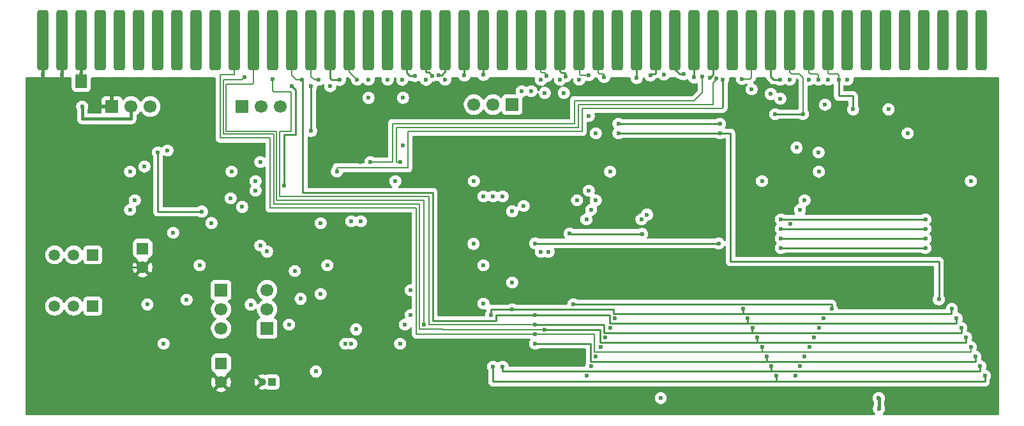
<source format=gbl>
%TF.GenerationSoftware,KiCad,Pcbnew,9.0.5*%
%TF.CreationDate,2025-11-01T11:45:05+01:00*%
%TF.ProjectId,Amiga500 Actionreplay 5,416d6967-6135-4303-9020-416374696f6e,rev?*%
%TF.SameCoordinates,Original*%
%TF.FileFunction,Copper,L4,Bot*%
%TF.FilePolarity,Positive*%
%FSLAX46Y46*%
G04 Gerber Fmt 4.6, Leading zero omitted, Abs format (unit mm)*
G04 Created by KiCad (PCBNEW 9.0.5) date 2025-11-01 11:45:05*
%MOMM*%
%LPD*%
G01*
G04 APERTURE LIST*
G04 Aperture macros list*
%AMRoundRect*
0 Rectangle with rounded corners*
0 $1 Rounding radius*
0 $2 $3 $4 $5 $6 $7 $8 $9 X,Y pos of 4 corners*
0 Add a 4 corners polygon primitive as box body*
4,1,4,$2,$3,$4,$5,$6,$7,$8,$9,$2,$3,0*
0 Add four circle primitives for the rounded corners*
1,1,$1+$1,$2,$3*
1,1,$1+$1,$4,$5*
1,1,$1+$1,$6,$7*
1,1,$1+$1,$8,$9*
0 Add four rect primitives between the rounded corners*
20,1,$1+$1,$2,$3,$4,$5,0*
20,1,$1+$1,$4,$5,$6,$7,0*
20,1,$1+$1,$6,$7,$8,$9,0*
20,1,$1+$1,$8,$9,$2,$3,0*%
G04 Aperture macros list end*
%TA.AperFunction,ComponentPad*%
%ADD10R,1.500000X1.500000*%
%TD*%
%TA.AperFunction,ComponentPad*%
%ADD11C,1.500000*%
%TD*%
%TA.AperFunction,ComponentPad*%
%ADD12RoundRect,0.250000X-0.550000X0.550000X-0.550000X-0.550000X0.550000X-0.550000X0.550000X0.550000X0*%
%TD*%
%TA.AperFunction,ComponentPad*%
%ADD13C,1.600000*%
%TD*%
%TA.AperFunction,ComponentPad*%
%ADD14R,1.700000X1.700000*%
%TD*%
%TA.AperFunction,ComponentPad*%
%ADD15C,1.700000*%
%TD*%
%TA.AperFunction,ComponentPad*%
%ADD16R,1.000000X1.000000*%
%TD*%
%TA.AperFunction,ComponentPad*%
%ADD17C,1.000000*%
%TD*%
%TA.AperFunction,SMDPad,CuDef*%
%ADD18RoundRect,0.381000X-0.381000X3.619000X-0.381000X-3.619000X0.381000X-3.619000X0.381000X3.619000X0*%
%TD*%
%TA.AperFunction,ViaPad*%
%ADD19C,0.600000*%
%TD*%
%TA.AperFunction,Conductor*%
%ADD20C,0.254000*%
%TD*%
%TA.AperFunction,Conductor*%
%ADD21C,0.400000*%
%TD*%
%TA.AperFunction,Conductor*%
%ADD22C,0.200000*%
%TD*%
G04 APERTURE END LIST*
D10*
%TO.P,Q1,1,D*%
%TO.N,Net-(JP3-C)*%
X93544000Y-58154400D03*
D11*
%TO.P,Q1,2,G*%
%TO.N,Net-(Q1-G)*%
X91004000Y-58154400D03*
%TO.P,Q1,3,S*%
%TO.N,+5V*%
X88464000Y-58154400D03*
%TD*%
D12*
%TO.P,C6,1*%
%TO.N,Net-(D3-K)*%
X100148000Y-57309288D03*
D13*
%TO.P,C6,2*%
%TO.N,GND*%
X100148000Y-59809288D03*
%TD*%
D14*
%TO.P,JP1,1,A*%
%TO.N,Net-(JP1-A)*%
X113356000Y-38423400D03*
D15*
%TO.P,JP1,2,C*%
%TO.N,Net-(JP1-C)*%
X115896000Y-38423400D03*
%TO.P,JP1,3,B*%
%TO.N,Net-(JP1-B)*%
X118436000Y-38423400D03*
%TD*%
D14*
%TO.P,SW2,1,Pin_1*%
%TO.N,GND*%
X96084000Y-38448400D03*
D15*
%TO.P,SW2,2,Pin_2*%
%TO.N,Net-(D1-K)*%
X98624000Y-38448400D03*
%TO.P,SW2,3,Pin_3*%
X101164000Y-38448400D03*
%TD*%
D14*
%TO.P,JP3,1,A*%
%TO.N,/A22*%
X149170000Y-38194400D03*
D15*
%TO.P,JP3,2,C*%
%TO.N,Net-(JP3-C)*%
X146630000Y-38194400D03*
%TO.P,JP3,3,B*%
%TO.N,/A23*%
X144090000Y-38194400D03*
%TD*%
D10*
%TO.P,Q2,1,D*%
%TO.N,Net-(JP3-C)*%
X93544000Y-64947400D03*
D11*
%TO.P,Q2,2,G*%
%TO.N,Net-(Q1-G)*%
X91004000Y-64947400D03*
%TO.P,Q2,3,S*%
%TO.N,+5V*%
X88464000Y-64947400D03*
%TD*%
D16*
%TO.P,SW1,1,Pin_1*%
%TO.N,Net-(SW1-Pin_1)*%
X117293000Y-75024400D03*
D17*
%TO.P,SW1,2,Pin_2*%
%TO.N,GND*%
X116023000Y-75024400D03*
%TD*%
D14*
%TO.P,VR1,1,Pin_1*%
%TO.N,+5V*%
X110562000Y-62832400D03*
D15*
%TO.P,VR1,2,Pin_2*%
X110562000Y-65372400D03*
%TO.P,VR1,3,Pin_3*%
%TO.N,Net-(U11-DIS)*%
X110562000Y-67912400D03*
%TD*%
D18*
%TO.P,J1,1,Pin_1*%
%TO.N,GND*%
X86940000Y-29676400D03*
%TO.P,J1,3,Pin_3*%
X89480000Y-29676400D03*
%TO.P,J1,5,Pin_5*%
%TO.N,unconnected-(J1-Pin_5-Pad5)*%
X92020000Y-29676400D03*
%TO.P,J1,7,Pin_7*%
%TO.N,unconnected-(J1-Pin_7-Pad7)*%
X94560000Y-29676400D03*
%TO.P,J1,9,Pin_9*%
%TO.N,unconnected-(J1-Pin_9-Pad9)*%
X97100000Y-29676400D03*
%TO.P,J1,11,Pin_11*%
%TO.N,unconnected-(J1-Pin_11-Pad11)*%
X99640000Y-29676400D03*
%TO.P,J1,13,Pin_13*%
%TO.N,unconnected-(J1-Pin_13-Pad13)*%
X102180000Y-29676400D03*
%TO.P,J1,15,Pin_15*%
%TO.N,unconnected-(J1-Pin_15-Pad15)*%
X104720000Y-29676400D03*
%TO.P,J1,17,Pin_17*%
%TO.N,unconnected-(J1-Pin_17-Pad17)*%
X107260000Y-29676400D03*
%TO.P,J1,19,Pin_19*%
%TO.N,unconnected-(J1-Pin_19-Pad19)*%
X109800000Y-29676400D03*
%TO.P,J1,21,Pin_21*%
%TO.N,/A5*%
X112340000Y-29676400D03*
%TO.P,J1,23,Pin_23*%
%TO.N,/A6*%
X114880000Y-29676400D03*
%TO.P,J1,25,Pin_25*%
%TO.N,N/C*%
X117420000Y-29676400D03*
%TO.P,J1,27,Pin_27*%
%TO.N,/A2*%
X119960000Y-29676400D03*
%TO.P,J1,29,Pin_29*%
%TO.N,/A1*%
X122500000Y-29676400D03*
%TO.P,J1,31,Pin_31*%
%TO.N,/~{FC0}*%
X125040000Y-29676400D03*
%TO.P,J1,33,Pin_33*%
%TO.N,/~{FC1}*%
X127580000Y-29676400D03*
%TO.P,J1,35,Pin_35*%
%TO.N,unconnected-(J1-Pin_35-Pad35)*%
X130120000Y-29676400D03*
%TO.P,J1,37,Pin_37*%
%TO.N,N/C*%
X132660000Y-29676400D03*
%TO.P,J1,39,Pin_39*%
%TO.N,/A13*%
X135200000Y-29676400D03*
%TO.P,J1,41,Pin_41*%
%TO.N,/A14*%
X137740000Y-29676400D03*
%TO.P,J1,43,Pin_43*%
%TO.N,/A15*%
X140280000Y-29676400D03*
%TO.P,J1,45,Pin_45*%
%TO.N,/A16*%
X142820000Y-29676400D03*
%TO.P,J1,47,Pin_47*%
%TO.N,/A17*%
X145360000Y-29676400D03*
%TO.P,J1,49,Pin_49*%
%TO.N,unconnected-(J1-Pin_49-Pad49)*%
X147900000Y-29676400D03*
%TO.P,J1,51,Pin_51*%
%TO.N,unconnected-(J1-Pin_51-Pad51)*%
X150440000Y-29676400D03*
%TO.P,J1,53,Pin_53*%
%TO.N,/~{RST}*%
X152980000Y-29676400D03*
%TO.P,J1,55,Pin_55*%
%TO.N,/~{HLT}*%
X155520000Y-29676400D03*
%TO.P,J1,57,Pin_57*%
%TO.N,/A22*%
X158060000Y-29676400D03*
%TO.P,J1,59,Pin_59*%
%TO.N,/A23*%
X160600000Y-29676400D03*
%TO.P,J1,61,Pin_61*%
%TO.N,unconnected-(J1-Pin_61-Pad61)*%
X163140000Y-29676400D03*
%TO.P,J1,63,Pin_63*%
%TO.N,/D15*%
X165680000Y-29676400D03*
%TO.P,J1,65,Pin_65*%
%TO.N,/D14*%
X168220000Y-29676400D03*
%TO.P,J1,67,Pin_67*%
%TO.N,/D13*%
X170760000Y-29676400D03*
%TO.P,J1,69,Pin_69*%
%TO.N,/D12*%
X173300000Y-29676400D03*
%TO.P,J1,71,Pin_71*%
%TO.N,/D11*%
X175840000Y-29676400D03*
%TO.P,J1,73,Pin_73*%
%TO.N,N/C*%
X178380000Y-29676400D03*
%TO.P,J1,75,Pin_75*%
%TO.N,/D0*%
X180920000Y-29676400D03*
%TO.P,J1,77,Pin_77*%
%TO.N,/D1*%
X183460000Y-29676400D03*
%TO.P,J1,79,Pin_79*%
%TO.N,/D2*%
X186000000Y-29676400D03*
%TO.P,J1,81,Pin_81*%
%TO.N,/D3*%
X188540000Y-29676400D03*
%TO.P,J1,83,Pin_83*%
%TO.N,/D4*%
X191080000Y-29676400D03*
%TO.P,J1,85,Pin_85*%
%TO.N,unconnected-(J1-Pin_85-Pad85)*%
X193620000Y-29676400D03*
%TO.P,J1,87,Pin_87*%
%TO.N,unconnected-(J1-Pin_87-Pad87)*%
X196160000Y-29676400D03*
%TO.P,J1,89,Pin_89*%
%TO.N,unconnected-(J1-Pin_89-Pad89)*%
X198700000Y-29676400D03*
%TO.P,J1,91,Pin_91*%
%TO.N,unconnected-(J1-Pin_91-Pad91)*%
X201240000Y-29676400D03*
%TO.P,J1,93,Pin_93*%
%TO.N,unconnected-(J1-Pin_93-Pad93)*%
X203780000Y-29676400D03*
%TO.P,J1,95,Pin_95*%
%TO.N,unconnected-(J1-Pin_95-Pad95)*%
X206320000Y-29676400D03*
%TO.P,J1,97,Pin_97*%
%TO.N,unconnected-(J1-Pin_97-Pad97)*%
X208860000Y-29676400D03*
%TO.P,J1,99,Pin_99*%
%TO.N,unconnected-(J1-Pin_99-Pad99)*%
X211400000Y-29676400D03*
%TD*%
D12*
%TO.P,C1,1*%
%TO.N,Net-(U11-DIS)*%
X110562000Y-72549288D03*
D13*
%TO.P,C1,2*%
%TO.N,GND*%
X110562000Y-75049288D03*
%TD*%
D14*
%TO.P,JP2,1,A*%
%TO.N,Net-(JP2-A)*%
X116658000Y-67912400D03*
D15*
%TO.P,JP2,2,C*%
%TO.N,Net-(JP2-C)*%
X116658000Y-65372400D03*
%TO.P,JP2,3,B*%
%TO.N,+5V*%
X116658000Y-62832400D03*
%TD*%
D19*
%TO.N,GND*%
X191207000Y-60292400D03*
X89480000Y-34257400D03*
X147900000Y-42766400D03*
X172634018Y-60758900D03*
X86940000Y-34892400D03*
X163399468Y-60292400D03*
X89480000Y-35654400D03*
X129104000Y-45806400D03*
X129104000Y-64737400D03*
X89480000Y-34892400D03*
X96211000Y-55720400D03*
X130882000Y-57752400D03*
X86940000Y-35654400D03*
X99132000Y-63467400D03*
X147900000Y-61816400D03*
X149932000Y-57752400D03*
X130882000Y-76548400D03*
X99259000Y-41496400D03*
X97735000Y-55720400D03*
X179638518Y-38194400D03*
X207432018Y-38205900D03*
X110562000Y-45687400D03*
X96973000Y-60927400D03*
X96973000Y-55720400D03*
X200320018Y-60758900D03*
X91385000Y-45814400D03*
X128596000Y-38448400D03*
X149932000Y-76548400D03*
X112340000Y-57752400D03*
X97735000Y-60927400D03*
X91385000Y-52164400D03*
X96211000Y-60927400D03*
X86940000Y-34257400D03*
%TO.N,+5V*%
X197811000Y-78580400D03*
X197780018Y-77149900D03*
X92020000Y-35654400D03*
X159330000Y-49624400D03*
X145360000Y-50386400D03*
X107718000Y-59530400D03*
X124659000Y-59530400D03*
X92020000Y-34892400D03*
X108010500Y-52406900D03*
X145345000Y-59530400D03*
X102180000Y-44544400D03*
X92020000Y-34257400D03*
X159330000Y-39718400D03*
%TO.N,Net-(D3-K)*%
X100783000Y-64737400D03*
%TO.N,Net-(D1-K)*%
X92147000Y-38448400D03*
X115134000Y-48354400D03*
%TO.N,Net-(D3-A)*%
X102942000Y-69944400D03*
X115134000Y-49624400D03*
%TO.N,/D9*%
X183460000Y-36797400D03*
%TO.N,/D12*%
X173300000Y-34596400D03*
%TO.N,/A8*%
X184174301Y-74220900D03*
X122500000Y-35746400D03*
X146630000Y-72992400D03*
X211866468Y-74220900D03*
X114499000Y-64745400D03*
X122500000Y-41696400D03*
%TO.N,/A22*%
X159330000Y-34264400D03*
X147900000Y-50386400D03*
%TO.N,/A7*%
X147900000Y-72992400D03*
X211238468Y-72950900D03*
X119950000Y-35746400D03*
X118929000Y-48971400D03*
X183546301Y-72950900D03*
%TO.N,/A11*%
X130120000Y-37305400D03*
X190458468Y-66600900D03*
X134692000Y-37297400D03*
X162772468Y-66600900D03*
X134692000Y-43642400D03*
X130120000Y-34892400D03*
%TO.N,/A5*%
X182292301Y-48355333D03*
X209984468Y-70410900D03*
X182292301Y-70410900D03*
X152218000Y-68674400D03*
X209984468Y-48355333D03*
%TO.N,/A19*%
X186055301Y-54069400D03*
X152980000Y-34892400D03*
X167046018Y-52806400D03*
%TO.N,/A13*%
X136275000Y-34396400D03*
X184800301Y-53434400D03*
X203968468Y-53434400D03*
%TO.N,/A23*%
X161362000Y-34546400D03*
X146630000Y-50386400D03*
%TO.N,/A6*%
X137471000Y-67439400D03*
X152218000Y-69944400D03*
X182919301Y-71680900D03*
X210611468Y-71680900D03*
%TO.N,/A4*%
X181665301Y-69140900D03*
X209357468Y-69140900D03*
X153488000Y-68047400D03*
X113650000Y-34596400D03*
%TO.N,/~{IPL1}*%
X137740000Y-34900400D03*
%TO.N,/~{LDS}*%
X174350000Y-34446400D03*
X130374000Y-45814400D03*
%TO.N,/A16*%
X142820000Y-34321400D03*
%TO.N,/A2*%
X121300000Y-34896400D03*
X180411301Y-66600900D03*
X152218000Y-66134400D03*
X208103468Y-66600900D03*
%TO.N,/~{IPL0}*%
X104212000Y-55212400D03*
X134575000Y-34900400D03*
%TO.N,/A18*%
X150440000Y-36416400D03*
X184800301Y-57244400D03*
X151710000Y-36416400D03*
X152218000Y-56620900D03*
X176536468Y-56620900D03*
X203968468Y-57244400D03*
%TO.N,/~{IPL2}*%
X140280000Y-34892400D03*
%TO.N,/A21*%
X157767997Y-50894400D03*
X158060000Y-34892400D03*
X149170000Y-52352400D03*
%TO.N,/A15*%
X203968468Y-54704400D03*
X139391000Y-34264400D03*
X184800301Y-54704400D03*
%TO.N,/A9*%
X125025000Y-35746400D03*
X187950468Y-71680900D03*
X160264468Y-71680900D03*
X160264468Y-50894400D03*
X160264468Y-42004400D03*
X187950468Y-50894400D03*
%TO.N,/D11*%
X175350000Y-34671400D03*
X190668018Y-38205900D03*
%TO.N,/D13*%
X171900000Y-34146400D03*
%TO.N,/D3*%
X189810000Y-34892400D03*
X199081000Y-38829400D03*
%TO.N,/D15*%
X165675000Y-34671400D03*
%TO.N,/D10*%
X180920000Y-36162400D03*
%TO.N,/~{FC1}*%
X128600000Y-34871400D03*
%TO.N,/A17*%
X145360000Y-34246400D03*
X203968468Y-55985900D03*
X166376468Y-55358900D03*
X144090000Y-48354400D03*
X184800301Y-55974400D03*
X156790000Y-55339400D03*
%TO.N,/A12*%
X161518468Y-69140900D03*
X132660000Y-34892400D03*
X189204468Y-69140900D03*
%TO.N,/~{UDS}*%
X176225000Y-34696400D03*
X134311000Y-69944400D03*
X134311000Y-45814400D03*
%TO.N,/A3*%
X208730468Y-67870900D03*
X152218000Y-67404400D03*
X181038301Y-67870900D03*
X117400000Y-34846400D03*
%TO.N,/D5*%
X193620000Y-34892400D03*
%TO.N,/D6*%
X191080000Y-34892400D03*
%TO.N,/D8*%
X186889000Y-43909400D03*
X186000000Y-34892400D03*
%TO.N,/A10*%
X188577468Y-70410900D03*
X160891468Y-70410900D03*
%TO.N,/D0*%
X179650000Y-34796400D03*
X176729000Y-42007900D03*
X205746468Y-64049400D03*
X163267000Y-42004400D03*
%TO.N,/A20*%
X150694000Y-51656400D03*
X155520000Y-34892400D03*
%TO.N,/D2*%
X187725000Y-39446400D03*
X201621000Y-42004400D03*
X184025000Y-39464400D03*
%TO.N,/D4*%
X192477000Y-34892400D03*
X194382000Y-38829400D03*
%TO.N,/~{AS}*%
X109280500Y-53930900D03*
X177110000Y-34892400D03*
X125921000Y-47084400D03*
X123770000Y-63340400D03*
X123770000Y-53942400D03*
%TO.N,/D7*%
X188540000Y-34892400D03*
%TO.N,/~{FC0}*%
X126310000Y-34906400D03*
X135708000Y-66134400D03*
X135708000Y-62832400D03*
%TO.N,/~{RST}*%
X115769000Y-56906400D03*
X153488000Y-36644400D03*
X153742000Y-34421400D03*
X115761000Y-45814400D03*
X152980000Y-57752400D03*
%TO.N,/A1*%
X146376000Y-66134400D03*
X123525000Y-34896400D03*
X207476468Y-65330900D03*
X179784301Y-65330900D03*
X123135000Y-73627400D03*
X149170000Y-65372400D03*
%TO.N,/D14*%
X167500000Y-34321400D03*
%TO.N,/~{HLT}*%
X153996000Y-57752400D03*
X111832000Y-50640400D03*
X116658000Y-57706400D03*
X156282000Y-34446400D03*
X156028000Y-36644400D03*
%TO.N,/A14*%
X159637468Y-72950900D03*
X187323468Y-72950900D03*
X159637468Y-52164400D03*
X187323468Y-52164400D03*
X138550000Y-34346400D03*
%TO.N,/R_W*%
X168868468Y-77149900D03*
X169275000Y-34221400D03*
X159010468Y-53434400D03*
X186696468Y-74220900D03*
X159010468Y-74220900D03*
X166315000Y-53434400D03*
%TO.N,/D1*%
X184730000Y-37424400D03*
X184730000Y-34892400D03*
X176729000Y-40737900D03*
X163267000Y-40734400D03*
%TO.N,Net-(JP1-A)*%
X119579000Y-67404400D03*
%TO.N,Net-(JP2-C)*%
X113356000Y-51783400D03*
%TO.N,Net-(U2-IO7)*%
X129104000Y-53688400D03*
X144030010Y-56687797D03*
%TO.N,Net-(U2-IO1)*%
X127834000Y-53688400D03*
X127834000Y-69944400D03*
%TO.N,Net-(U2-IO8)*%
X145360000Y-64610400D03*
%TO.N,Net-(U2-I9)*%
X120341000Y-60292400D03*
X149170000Y-61816400D03*
%TO.N,Net-(U3-I5)*%
X103450000Y-44290400D03*
X128469000Y-68039400D03*
X105990000Y-64102400D03*
%TO.N,Net-(U3-IO2)*%
X127033997Y-69944400D03*
%TO.N,/~{OE}*%
X133664500Y-48354400D03*
X162145468Y-47095900D03*
X189831468Y-67870900D03*
X162145468Y-67870900D03*
X189831468Y-47095900D03*
%TO.N,Net-(U10-~{CE})*%
X189810000Y-44544400D03*
%TO.N,Net-(U4-IO5)*%
X121111000Y-63975400D03*
%TO.N,Net-(U4-IO8)*%
X191522468Y-65319400D03*
X157298000Y-64695900D03*
%TO.N,Net-(U5-I7)*%
X100402000Y-46419239D03*
X99132000Y-50894400D03*
X111959000Y-47084400D03*
%TO.N,Net-(U6B-D)*%
X98497000Y-52164400D03*
X98497000Y-47084400D03*
%TO.N,Net-(SW1-Pin_1)*%
X134946000Y-67404400D03*
%TD*%
D20*
%TO.N,GND*%
X100148000Y-59809288D02*
X97964112Y-59809288D01*
X97964112Y-59809288D02*
X97862000Y-59911400D01*
D21*
X86940000Y-34257400D02*
X86940000Y-34892400D01*
X86940000Y-29676400D02*
X86940000Y-34257400D01*
X89480000Y-34257400D02*
X89480000Y-34892400D01*
X89480000Y-29676400D02*
X89480000Y-34257400D01*
D20*
%TO.N,+5V*%
X107999000Y-52418400D02*
X108010500Y-52406900D01*
D21*
X92020000Y-34257400D02*
X92020000Y-29676400D01*
X197811000Y-78580400D02*
X197811000Y-77180882D01*
D20*
X197811000Y-77180882D02*
X197780018Y-77149900D01*
X102180000Y-52418400D02*
X107999000Y-52418400D01*
D21*
X92020000Y-34892400D02*
X92020000Y-34257400D01*
D20*
X102180000Y-44544400D02*
X102180000Y-52418400D01*
D21*
%TO.N,Net-(D1-K)*%
X98624000Y-40099400D02*
X98624000Y-38448400D01*
X92147000Y-38448400D02*
X92147000Y-40099400D01*
X92147000Y-40099400D02*
X98624000Y-40099400D01*
D20*
%TO.N,/D12*%
X173300000Y-34596400D02*
X173300000Y-29676400D01*
%TO.N,/A8*%
X146630000Y-74982900D02*
X185426468Y-74982900D01*
X211866468Y-74982900D02*
X185426468Y-74982900D01*
X146630000Y-72992400D02*
X146630000Y-74982900D01*
X184174301Y-74982900D02*
X184174301Y-74220900D01*
X185426468Y-74982900D02*
X184174301Y-74982900D01*
X122500000Y-41696400D02*
X122500000Y-35746400D01*
X211866468Y-74220900D02*
X211866468Y-74982900D01*
D22*
%TO.N,/A22*%
X158075000Y-34121400D02*
X158218000Y-34264400D01*
X158060000Y-29676400D02*
X158075000Y-29691400D01*
X158075000Y-29691400D02*
X158075000Y-34121400D01*
X158218000Y-34264400D02*
X159330000Y-34264400D01*
D20*
%TO.N,/A7*%
X147900000Y-72992400D02*
X147900000Y-73585900D01*
X183556018Y-73585900D02*
X211238468Y-73585900D01*
X120468000Y-36264400D02*
X120468000Y-42131400D01*
X120421000Y-42178400D02*
X118944000Y-42178400D01*
X211238468Y-73585900D02*
X211238468Y-72950900D01*
X118944000Y-48956400D02*
X118929000Y-48971400D01*
X183546301Y-72950900D02*
X183546301Y-73576183D01*
X118944000Y-42178400D02*
X118944000Y-48956400D01*
X119950000Y-35746400D02*
X120468000Y-36264400D01*
X147900000Y-73585900D02*
X183556018Y-73585900D01*
X183546301Y-73576183D02*
X183556018Y-73585900D01*
X120468000Y-42131400D02*
X120421000Y-42178400D01*
D22*
%TO.N,/A5*%
X182298584Y-71045900D02*
X209984468Y-71045900D01*
X117039000Y-42639400D02*
X110435000Y-42639400D01*
X110435000Y-34257400D02*
X112340000Y-34257400D01*
X112340000Y-29676400D02*
X112340000Y-34257400D01*
X117039000Y-51910400D02*
X117039000Y-42639400D01*
X182292301Y-70410900D02*
X182292301Y-71039617D01*
X182291584Y-71038900D02*
X182298584Y-71045900D01*
X136470000Y-51910400D02*
X117039000Y-51910400D01*
X152218000Y-68674400D02*
X136470000Y-68674400D01*
X209984468Y-71045900D02*
X209984468Y-70410900D01*
X152218000Y-68674400D02*
X160092000Y-68674400D01*
X182292301Y-71039617D02*
X182298584Y-71045900D01*
X136470000Y-68674400D02*
X136470000Y-51910400D01*
X160092000Y-71038900D02*
X182291584Y-71038900D01*
X110435000Y-42639400D02*
X110435000Y-34257400D01*
X160092000Y-68674400D02*
X160092000Y-71038900D01*
D20*
%TO.N,/A13*%
X135200000Y-33996400D02*
X135200000Y-29676400D01*
X135600000Y-34396400D02*
X135200000Y-33996400D01*
X184800301Y-53434400D02*
X203968468Y-53434400D01*
X136275000Y-34396400D02*
X135600000Y-34396400D01*
D22*
%TO.N,/A23*%
X160600000Y-33996400D02*
X160750000Y-34146400D01*
X161375000Y-34221400D02*
X161375000Y-34533400D01*
X161375000Y-34533400D02*
X161362000Y-34546400D01*
X160750000Y-34146400D02*
X161300000Y-34146400D01*
X160600000Y-29676400D02*
X160600000Y-33996400D01*
X161300000Y-34146400D02*
X161375000Y-34221400D01*
D20*
%TO.N,/A6*%
X152218000Y-69944400D02*
X159584000Y-69944400D01*
D22*
X114880000Y-35298800D02*
X114651400Y-35527400D01*
X137471000Y-50894400D02*
X137471000Y-67240400D01*
D20*
X159584000Y-69944400D02*
X159584000Y-72308900D01*
D22*
X111237000Y-41730400D02*
X117908000Y-41730400D01*
X114880000Y-29676400D02*
X114880000Y-35298800D01*
X117928000Y-50894400D02*
X137471000Y-50894400D01*
X117908000Y-41730400D02*
X117928000Y-41750400D01*
D20*
X210611468Y-71680900D02*
X210611468Y-72315900D01*
X210611468Y-72315900D02*
X182919301Y-72315900D01*
X182919301Y-71680900D02*
X182919301Y-72315900D01*
X182912301Y-72308900D02*
X182919301Y-72315900D01*
D22*
X114651400Y-35527400D02*
X111237000Y-35527400D01*
D20*
X159584000Y-72308900D02*
X182912301Y-72308900D01*
D22*
X117928000Y-41750400D02*
X117928000Y-50894400D01*
X111237000Y-35527400D02*
X111237000Y-41730400D01*
D20*
%TO.N,/A4*%
X181658301Y-69782900D02*
X160854000Y-69782900D01*
D22*
X136871000Y-51402400D02*
X136871000Y-68039400D01*
X110836000Y-34892400D02*
X110836000Y-42131400D01*
X140034000Y-68047400D02*
X153488000Y-68047400D01*
D20*
X160854000Y-68047400D02*
X153488000Y-68047400D01*
X160854000Y-69782900D02*
X160854000Y-68047400D01*
X209357468Y-69775900D02*
X181665301Y-69775900D01*
D22*
X110836000Y-42131400D02*
X117527000Y-42131400D01*
X110836000Y-34892400D02*
X113354000Y-34892400D01*
X117527000Y-42131400D02*
X117527000Y-51402400D01*
D20*
X209357468Y-69140900D02*
X209357468Y-69775900D01*
X181665301Y-69140900D02*
X181665301Y-69775900D01*
D22*
X117527000Y-51402400D02*
X136871000Y-51402400D01*
X140026000Y-68039400D02*
X140034000Y-68047400D01*
D20*
X181665301Y-69775900D02*
X181658301Y-69782900D01*
D22*
X136871000Y-68039400D02*
X140026000Y-68039400D01*
X113354000Y-34892400D02*
X113650000Y-34596400D01*
%TO.N,/~{LDS}*%
X174375000Y-36611400D02*
X174375000Y-34471400D01*
X130374000Y-45814400D02*
X133295000Y-45814400D01*
X174375000Y-34471400D02*
X174350000Y-34446400D01*
X157425000Y-40734400D02*
X157425000Y-37686400D01*
X133295000Y-45814400D02*
X133295000Y-40734400D01*
X173300000Y-37686400D02*
X174375000Y-36611400D01*
X157425000Y-37686400D02*
X173300000Y-37686400D01*
X133295000Y-40734400D02*
X157425000Y-40734400D01*
D20*
%TO.N,/A16*%
X142820000Y-34321400D02*
X142820000Y-29676400D01*
%TO.N,/A2*%
X121432000Y-49878400D02*
X138629000Y-49878400D01*
D22*
X121300000Y-34896400D02*
X120515000Y-34896400D01*
X119960000Y-34341400D02*
X119960000Y-29676400D01*
D20*
X208103468Y-67235900D02*
X208103468Y-66600900D01*
X121300000Y-34896400D02*
X121400000Y-34996400D01*
X138629000Y-49878400D02*
X138629000Y-66896400D01*
X152218000Y-66134400D02*
X162124000Y-66134400D01*
X147004000Y-66889400D02*
X147004000Y-66134400D01*
X162124000Y-66134400D02*
X162124000Y-67235900D01*
D22*
X120515000Y-34896400D02*
X119960000Y-34341400D01*
D20*
X162124000Y-67235900D02*
X180411301Y-67235900D01*
X147011000Y-66896400D02*
X147004000Y-66889400D01*
X121400000Y-49846400D02*
X121432000Y-49878400D01*
X180411301Y-66600900D02*
X180411301Y-67235900D01*
X121400000Y-34996400D02*
X121400000Y-49846400D01*
X147004000Y-66134400D02*
X152218000Y-66134400D01*
X180411301Y-67235900D02*
X208103468Y-67235900D01*
X138629000Y-66896400D02*
X147011000Y-66896400D01*
%TO.N,/A18*%
X156282000Y-56620900D02*
X176536468Y-56620900D01*
X184800301Y-57244400D02*
X203968468Y-57244400D01*
X156282000Y-56620900D02*
X152218000Y-56620900D01*
%TO.N,/A15*%
X184800301Y-54704400D02*
X203968468Y-54704400D01*
X139391000Y-34264400D02*
X139832000Y-34264400D01*
X139832000Y-34264400D02*
X140280000Y-33816400D01*
X140280000Y-33816400D02*
X140280000Y-29676400D01*
%TO.N,/D11*%
X175840000Y-34181400D02*
X175840000Y-29676400D01*
X175350000Y-34671400D02*
X175840000Y-34181400D01*
%TO.N,/D13*%
X171400000Y-34146400D02*
X170760000Y-33506400D01*
X171900000Y-34146400D02*
X171400000Y-34146400D01*
X170760000Y-33506400D02*
X170760000Y-29676400D01*
D22*
%TO.N,/D3*%
X189625000Y-34146400D02*
X189810000Y-34331400D01*
X189810000Y-34331400D02*
X189810000Y-34892400D01*
X188540000Y-29676400D02*
X188540000Y-33961400D01*
X188725000Y-34146400D02*
X189625000Y-34146400D01*
X188540000Y-33961400D02*
X188725000Y-34146400D01*
D20*
%TO.N,/D15*%
X165680000Y-34666400D02*
X165680000Y-29676400D01*
X165675000Y-34671400D02*
X165680000Y-34666400D01*
D22*
%TO.N,/~{FC1}*%
X128600000Y-34871400D02*
X127575000Y-33846400D01*
X127575000Y-33846400D02*
X127575000Y-29681400D01*
X127575000Y-29681400D02*
X127580000Y-29676400D01*
D20*
%TO.N,/A17*%
X156790000Y-55339400D02*
X156790000Y-55358900D01*
X184800301Y-55974400D02*
X203956968Y-55974400D01*
X203956968Y-55974400D02*
X203968468Y-55985900D01*
X145360000Y-34246400D02*
X145360000Y-29676400D01*
X156790000Y-55358900D02*
X166376468Y-55358900D01*
D22*
%TO.N,/~{UDS}*%
X175840000Y-35306400D02*
X175840000Y-38194400D01*
X157933000Y-41242400D02*
X133803000Y-41242400D01*
X176225000Y-34921400D02*
X175840000Y-35306400D01*
X176225000Y-34696400D02*
X176225000Y-34921400D01*
D20*
X134311000Y-45814400D02*
X134438000Y-45814400D01*
D22*
X133803000Y-45814400D02*
X134311000Y-45814400D01*
X133803000Y-41242400D02*
X133803000Y-45814400D01*
X157933000Y-38194400D02*
X157933000Y-41242400D01*
X175840000Y-38194400D02*
X157933000Y-38194400D01*
%TO.N,/A3*%
X119833000Y-36543400D02*
X117597000Y-36543400D01*
X118329000Y-50386400D02*
X118329000Y-41750400D01*
D20*
X181016018Y-67893183D02*
X181016018Y-68505900D01*
X152218000Y-67404400D02*
X161362000Y-67404400D01*
X208730468Y-68477450D02*
X208730468Y-67870900D01*
D22*
X117597000Y-36543400D02*
X117400000Y-36346400D01*
X138121000Y-50386400D02*
X118329000Y-50386400D01*
D20*
X208702018Y-68505900D02*
X208730468Y-68477450D01*
X161362000Y-67404400D02*
X161362000Y-68512900D01*
X181016018Y-68505900D02*
X208702018Y-68505900D01*
D22*
X117400000Y-36346400D02*
X117400000Y-34846400D01*
X119833000Y-41750400D02*
X119833000Y-36543400D01*
D20*
X181009018Y-68512900D02*
X181016018Y-68505900D01*
X181038301Y-67870900D02*
X181016018Y-67893183D01*
D22*
X152218000Y-67404400D02*
X138121000Y-67404400D01*
X118329000Y-41750400D02*
X119833000Y-41750400D01*
X138121000Y-67404400D02*
X138121000Y-50386400D01*
D20*
X161362000Y-68512900D02*
X181009018Y-68512900D01*
%TO.N,/D0*%
X178126000Y-42004400D02*
X176732500Y-42004400D01*
D22*
X180700000Y-34796400D02*
X179650000Y-34796400D01*
X180920000Y-29676400D02*
X180920000Y-34576400D01*
D20*
X186069468Y-59022400D02*
X205746468Y-59022400D01*
X186069468Y-59022400D02*
X178126000Y-59022400D01*
X178126000Y-59022400D02*
X178126000Y-42004400D01*
X176732500Y-42004400D02*
X176729000Y-42007900D01*
X205746468Y-59022400D02*
X205746468Y-64049400D01*
X176729000Y-42007900D02*
X163270500Y-42007900D01*
X163267000Y-42004400D02*
X163270500Y-42007900D01*
D22*
X180920000Y-34576400D02*
X180700000Y-34796400D01*
%TO.N,/D2*%
X186250000Y-34096400D02*
X187200000Y-34096400D01*
X187200000Y-34096400D02*
X187725000Y-34621400D01*
D20*
X184025000Y-39464400D02*
X187707000Y-39464400D01*
D22*
X186000000Y-33846400D02*
X186250000Y-34096400D01*
X187725000Y-34621400D02*
X187725000Y-39446400D01*
D20*
X187707000Y-39464400D02*
X187725000Y-39446400D01*
D22*
X186000000Y-29676400D02*
X186000000Y-33846400D01*
D20*
%TO.N,/D4*%
X192477000Y-34892400D02*
X192477000Y-37051400D01*
X192477000Y-37051400D02*
X194382000Y-37051400D01*
D22*
X191080000Y-29676400D02*
X191080000Y-34026400D01*
X191200000Y-34146400D02*
X192325000Y-34146400D01*
X192477000Y-34298400D02*
X192477000Y-34892400D01*
X192325000Y-34146400D02*
X192477000Y-34298400D01*
D20*
X194382000Y-37051400D02*
X194382000Y-38829400D01*
D22*
X191080000Y-34026400D02*
X191200000Y-34146400D01*
%TO.N,/~{AS}*%
X176979000Y-38702400D02*
X158441000Y-38702400D01*
X125929000Y-46576400D02*
X125929000Y-47084400D01*
X135327000Y-41750400D02*
X135327000Y-46576400D01*
D20*
X177110000Y-38571400D02*
X177110000Y-34892400D01*
D22*
X158441000Y-38702400D02*
X158441000Y-41750400D01*
X177110000Y-38571400D02*
X176979000Y-38702400D01*
X135327000Y-46576400D02*
X125929000Y-46576400D01*
X158441000Y-41750400D02*
X135327000Y-41750400D01*
D20*
%TO.N,/~{FC0}*%
X125050000Y-34696400D02*
X125050000Y-29686400D01*
X125260000Y-34906400D02*
X125050000Y-34696400D01*
X126310000Y-34906400D02*
X125260000Y-34906400D01*
X125050000Y-29686400D02*
X125040000Y-29676400D01*
D22*
%TO.N,/~{RST}*%
X152980000Y-29676400D02*
X152980000Y-33851400D01*
X153500000Y-33996400D02*
X153742000Y-34238400D01*
X153125000Y-33996400D02*
X153500000Y-33996400D01*
X152980000Y-33851400D02*
X153125000Y-33996400D01*
X153742000Y-34238400D02*
X153742000Y-34421400D01*
D20*
%TO.N,/A1*%
X162632000Y-65372400D02*
X149170000Y-65372400D01*
X146376000Y-65372400D02*
X146376000Y-66134400D01*
X149170000Y-65372400D02*
X146376000Y-65372400D01*
X180346468Y-65965900D02*
X207432018Y-65965900D01*
X207432018Y-65965900D02*
X207432018Y-65330900D01*
D22*
X122950000Y-34896400D02*
X123525000Y-34896400D01*
X122500000Y-34446400D02*
X122950000Y-34896400D01*
D20*
X179784301Y-65330900D02*
X179784301Y-65965900D01*
X180346468Y-65965900D02*
X162632000Y-65965900D01*
D22*
X122500000Y-29676400D02*
X122500000Y-34446400D01*
D20*
X162632000Y-65965900D02*
X162632000Y-65372400D01*
X179784301Y-65965900D02*
X180346468Y-65965900D01*
%TO.N,/D14*%
X168225000Y-33971400D02*
X168225000Y-29681400D01*
X168225000Y-29681400D02*
X168220000Y-29676400D01*
X167500000Y-34321400D02*
X167725000Y-34096400D01*
X167725000Y-34096400D02*
X168100000Y-34096400D01*
X168100000Y-34096400D02*
X168225000Y-33971400D01*
%TO.N,/~{HLT}*%
X155520000Y-33766400D02*
X155520000Y-29676400D01*
X156250000Y-34121400D02*
X156125000Y-33996400D01*
X155750000Y-33996400D02*
X155520000Y-33766400D01*
X156250000Y-34414400D02*
X156250000Y-34121400D01*
X156125000Y-33996400D02*
X155750000Y-33996400D01*
X156282000Y-34446400D02*
X156250000Y-34414400D01*
%TO.N,/A14*%
X138125000Y-33921400D02*
X137800000Y-33921400D01*
X138550000Y-34346400D02*
X138125000Y-33921400D01*
X137800000Y-33921400D02*
X137740000Y-33861400D01*
X137740000Y-33861400D02*
X137740000Y-29676400D01*
%TO.N,/D1*%
X183460000Y-34506400D02*
X183460000Y-29676400D01*
X183846000Y-34892400D02*
X183460000Y-34506400D01*
X163267000Y-40734400D02*
X163270500Y-40737900D01*
X176729000Y-40737900D02*
X163270500Y-40737900D01*
X184730000Y-34892400D02*
X183846000Y-34892400D01*
%TO.N,/~{OE}*%
X133676000Y-48354400D02*
X133664500Y-48354400D01*
%TO.N,Net-(U4-IO8)*%
X191522468Y-64695900D02*
X157298000Y-64695900D01*
X191522468Y-65319400D02*
X191522468Y-64695900D01*
%TD*%
%TA.AperFunction,Conductor*%
%TO.N,GND*%
G36*
X90695539Y-34616085D02*
G01*
X90741294Y-34668889D01*
X90752500Y-34720400D01*
X90752500Y-35911400D01*
X90752501Y-35911409D01*
X90764052Y-36018850D01*
X90764054Y-36018862D01*
X90775260Y-36070372D01*
X90809383Y-36172897D01*
X90809386Y-36172903D01*
X90887171Y-36293937D01*
X90887179Y-36293948D01*
X90932923Y-36346740D01*
X90932926Y-36346743D01*
X90932930Y-36346747D01*
X91041664Y-36440967D01*
X91041667Y-36440968D01*
X91041668Y-36440969D01*
X91160677Y-36495320D01*
X91172541Y-36500738D01*
X91239580Y-36520423D01*
X91239584Y-36520424D01*
X91382000Y-36540900D01*
X91382003Y-36540900D01*
X92657990Y-36540900D01*
X92658000Y-36540900D01*
X92765456Y-36529347D01*
X92816967Y-36518141D01*
X92851197Y-36506747D01*
X92919497Y-36484016D01*
X92919501Y-36484013D01*
X92919504Y-36484013D01*
X93040543Y-36406225D01*
X93093347Y-36360470D01*
X93187567Y-36251736D01*
X93247338Y-36120859D01*
X93267023Y-36053820D01*
X93267024Y-36053816D01*
X93287500Y-35911400D01*
X93287500Y-34720400D01*
X93307185Y-34653361D01*
X93359989Y-34607606D01*
X93411500Y-34596400D01*
X109710500Y-34596400D01*
X109777539Y-34616085D01*
X109823294Y-34668889D01*
X109834500Y-34720400D01*
X109834500Y-42718457D01*
X109870853Y-42854126D01*
X109875423Y-42871183D01*
X109875426Y-42871190D01*
X109954475Y-43008109D01*
X109954479Y-43008114D01*
X109954480Y-43008116D01*
X110066284Y-43119920D01*
X110066286Y-43119921D01*
X110066290Y-43119924D01*
X110203209Y-43198973D01*
X110203216Y-43198977D01*
X110355943Y-43239900D01*
X110514057Y-43239900D01*
X116314500Y-43239900D01*
X116381539Y-43259585D01*
X116427294Y-43312389D01*
X116438500Y-43363900D01*
X116438500Y-45072349D01*
X116418815Y-45139388D01*
X116366011Y-45185143D01*
X116296853Y-45195087D01*
X116245610Y-45175451D01*
X116140190Y-45105012D01*
X116140172Y-45105002D01*
X115994501Y-45044664D01*
X115994489Y-45044661D01*
X115839845Y-45013900D01*
X115839842Y-45013900D01*
X115682158Y-45013900D01*
X115682155Y-45013900D01*
X115527510Y-45044661D01*
X115527498Y-45044664D01*
X115381827Y-45105002D01*
X115381814Y-45105009D01*
X115250711Y-45192610D01*
X115250707Y-45192613D01*
X115139213Y-45304107D01*
X115139210Y-45304111D01*
X115051609Y-45435214D01*
X115051602Y-45435227D01*
X114991264Y-45580898D01*
X114991261Y-45580910D01*
X114960500Y-45735553D01*
X114960500Y-45893246D01*
X114991261Y-46047889D01*
X114991264Y-46047901D01*
X115051602Y-46193572D01*
X115051609Y-46193585D01*
X115139210Y-46324688D01*
X115139213Y-46324692D01*
X115250707Y-46436186D01*
X115250711Y-46436189D01*
X115381814Y-46523790D01*
X115381827Y-46523797D01*
X115503276Y-46574102D01*
X115527503Y-46584137D01*
X115682153Y-46614899D01*
X115682156Y-46614900D01*
X115682158Y-46614900D01*
X115839844Y-46614900D01*
X115839845Y-46614899D01*
X115994497Y-46584137D01*
X116140179Y-46523794D01*
X116245609Y-46453348D01*
X116312286Y-46432470D01*
X116379666Y-46450954D01*
X116426357Y-46502933D01*
X116438500Y-46556450D01*
X116438500Y-51831343D01*
X116438500Y-51989457D01*
X116467319Y-52097009D01*
X116479423Y-52142183D01*
X116479426Y-52142190D01*
X116558475Y-52279109D01*
X116558479Y-52279114D01*
X116558480Y-52279116D01*
X116670284Y-52390920D01*
X116670286Y-52390921D01*
X116670290Y-52390924D01*
X116740131Y-52431246D01*
X116807216Y-52469977D01*
X116959943Y-52510900D01*
X135745500Y-52510900D01*
X135812539Y-52530585D01*
X135858294Y-52583389D01*
X135869500Y-52634900D01*
X135869500Y-61907900D01*
X135849815Y-61974939D01*
X135797011Y-62020694D01*
X135745500Y-62031900D01*
X135629155Y-62031900D01*
X135474510Y-62062661D01*
X135474498Y-62062664D01*
X135328827Y-62123002D01*
X135328814Y-62123009D01*
X135197711Y-62210610D01*
X135197707Y-62210613D01*
X135086213Y-62322107D01*
X135086210Y-62322111D01*
X134998609Y-62453214D01*
X134998602Y-62453227D01*
X134938264Y-62598898D01*
X134938261Y-62598910D01*
X134907500Y-62753553D01*
X134907500Y-62911246D01*
X134938261Y-63065889D01*
X134938264Y-63065901D01*
X134998602Y-63211572D01*
X134998609Y-63211585D01*
X135086210Y-63342688D01*
X135086213Y-63342692D01*
X135197707Y-63454186D01*
X135197711Y-63454189D01*
X135328814Y-63541790D01*
X135328827Y-63541797D01*
X135460220Y-63596221D01*
X135474503Y-63602137D01*
X135629153Y-63632899D01*
X135629156Y-63632900D01*
X135745500Y-63632900D01*
X135812539Y-63652585D01*
X135858294Y-63705389D01*
X135869500Y-63756900D01*
X135869500Y-65209900D01*
X135849815Y-65276939D01*
X135797011Y-65322694D01*
X135745500Y-65333900D01*
X135629155Y-65333900D01*
X135474510Y-65364661D01*
X135474498Y-65364664D01*
X135328827Y-65425002D01*
X135328814Y-65425009D01*
X135197711Y-65512610D01*
X135197707Y-65512613D01*
X135086213Y-65624107D01*
X135086210Y-65624111D01*
X134998609Y-65755214D01*
X134998602Y-65755227D01*
X134938264Y-65900898D01*
X134938261Y-65900910D01*
X134907500Y-66055553D01*
X134907500Y-66213246D01*
X134938261Y-66367889D01*
X134938263Y-66367896D01*
X134965417Y-66433454D01*
X134972885Y-66502923D01*
X134941609Y-66565402D01*
X134881520Y-66601054D01*
X134873097Y-66602535D01*
X134873132Y-66602711D01*
X134712510Y-66634661D01*
X134712498Y-66634664D01*
X134566827Y-66695002D01*
X134566814Y-66695009D01*
X134435711Y-66782610D01*
X134435707Y-66782613D01*
X134324213Y-66894107D01*
X134324210Y-66894111D01*
X134236609Y-67025214D01*
X134236602Y-67025227D01*
X134176264Y-67170898D01*
X134176261Y-67170910D01*
X134145500Y-67325553D01*
X134145500Y-67483246D01*
X134176261Y-67637889D01*
X134176264Y-67637901D01*
X134236602Y-67783572D01*
X134236609Y-67783585D01*
X134324210Y-67914688D01*
X134324213Y-67914692D01*
X134435707Y-68026186D01*
X134435711Y-68026189D01*
X134566814Y-68113790D01*
X134566827Y-68113797D01*
X134712498Y-68174135D01*
X134712503Y-68174137D01*
X134846466Y-68200784D01*
X134867153Y-68204899D01*
X134867156Y-68204900D01*
X134867158Y-68204900D01*
X135024844Y-68204900D01*
X135024845Y-68204899D01*
X135179497Y-68174137D01*
X135314436Y-68118244D01*
X135325172Y-68113797D01*
X135325172Y-68113796D01*
X135325179Y-68113794D01*
X135456289Y-68026189D01*
X135567789Y-67914689D01*
X135642398Y-67803029D01*
X135696010Y-67758224D01*
X135765335Y-67749517D01*
X135828362Y-67779671D01*
X135865082Y-67839114D01*
X135869500Y-67871920D01*
X135869500Y-68753457D01*
X135892663Y-68839900D01*
X135910423Y-68906183D01*
X135910426Y-68906190D01*
X135989475Y-69043109D01*
X135989479Y-69043114D01*
X135989480Y-69043116D01*
X136101284Y-69154920D01*
X136101286Y-69154921D01*
X136101290Y-69154924D01*
X136190092Y-69206193D01*
X136238216Y-69233977D01*
X136390943Y-69274900D01*
X136549057Y-69274900D01*
X151470604Y-69274900D01*
X151537643Y-69294585D01*
X151583398Y-69347389D01*
X151593342Y-69416547D01*
X151573706Y-69467791D01*
X151508609Y-69565214D01*
X151508602Y-69565227D01*
X151448264Y-69710898D01*
X151448261Y-69710910D01*
X151417500Y-69865553D01*
X151417500Y-70023246D01*
X151448261Y-70177889D01*
X151448264Y-70177901D01*
X151508602Y-70323572D01*
X151508609Y-70323585D01*
X151596210Y-70454688D01*
X151596213Y-70454692D01*
X151707707Y-70566186D01*
X151707711Y-70566189D01*
X151838814Y-70653790D01*
X151838827Y-70653797D01*
X151984498Y-70714135D01*
X151984503Y-70714137D01*
X152118466Y-70740784D01*
X152139153Y-70744899D01*
X152139156Y-70744900D01*
X152139158Y-70744900D01*
X152296844Y-70744900D01*
X152296845Y-70744899D01*
X152451497Y-70714137D01*
X152597179Y-70653794D01*
X152688466Y-70592798D01*
X152755143Y-70571920D01*
X152757357Y-70571900D01*
X158832500Y-70571900D01*
X158899539Y-70591585D01*
X158945294Y-70644389D01*
X158956500Y-70695900D01*
X158956500Y-72370707D01*
X158970770Y-72442447D01*
X158964543Y-72512038D01*
X158952257Y-72535526D01*
X158928078Y-72571714D01*
X158928070Y-72571728D01*
X158867732Y-72717398D01*
X158867729Y-72717408D01*
X158839646Y-72858592D01*
X158807261Y-72920503D01*
X158746545Y-72955077D01*
X158718029Y-72958400D01*
X148811184Y-72958400D01*
X148744145Y-72938715D01*
X148698390Y-72885911D01*
X148689567Y-72858592D01*
X148669738Y-72758908D01*
X148669737Y-72758907D01*
X148669737Y-72758903D01*
X148652550Y-72717410D01*
X148609397Y-72613227D01*
X148609390Y-72613214D01*
X148521789Y-72482111D01*
X148521786Y-72482107D01*
X148410292Y-72370613D01*
X148410288Y-72370610D01*
X148279185Y-72283009D01*
X148279172Y-72283002D01*
X148133501Y-72222664D01*
X148133489Y-72222661D01*
X147978845Y-72191900D01*
X147978842Y-72191900D01*
X147821158Y-72191900D01*
X147821155Y-72191900D01*
X147666510Y-72222661D01*
X147666498Y-72222664D01*
X147520827Y-72283002D01*
X147520814Y-72283009D01*
X147389711Y-72370610D01*
X147389707Y-72370613D01*
X147352681Y-72407640D01*
X147291358Y-72441125D01*
X147221666Y-72436141D01*
X147177319Y-72407640D01*
X147140292Y-72370613D01*
X147140288Y-72370610D01*
X147009185Y-72283009D01*
X147009172Y-72283002D01*
X146863501Y-72222664D01*
X146863489Y-72222661D01*
X146708845Y-72191900D01*
X146708842Y-72191900D01*
X146551158Y-72191900D01*
X146551155Y-72191900D01*
X146396510Y-72222661D01*
X146396498Y-72222664D01*
X146250827Y-72283002D01*
X146250814Y-72283009D01*
X146119711Y-72370610D01*
X146119707Y-72370613D01*
X146008213Y-72482107D01*
X146008210Y-72482111D01*
X145920609Y-72613214D01*
X145920602Y-72613227D01*
X145860264Y-72758898D01*
X145860261Y-72758910D01*
X145829500Y-72913553D01*
X145829500Y-73071246D01*
X145860261Y-73225889D01*
X145860264Y-73225901D01*
X145920603Y-73371574D01*
X145920604Y-73371575D01*
X145920606Y-73371579D01*
X145981602Y-73462865D01*
X146002480Y-73529542D01*
X146002500Y-73531756D01*
X146002500Y-75044703D01*
X146002500Y-75044705D01*
X146002499Y-75044705D01*
X146026613Y-75165929D01*
X146026616Y-75165939D01*
X146073913Y-75280126D01*
X146073920Y-75280139D01*
X146142588Y-75382907D01*
X146142591Y-75382911D01*
X146229988Y-75470308D01*
X146229992Y-75470311D01*
X146332760Y-75538979D01*
X146332773Y-75538986D01*
X146446960Y-75586283D01*
X146446965Y-75586285D01*
X146446969Y-75586285D01*
X146446970Y-75586286D01*
X146568194Y-75610400D01*
X146568197Y-75610400D01*
X211928273Y-75610400D01*
X212009829Y-75594176D01*
X212049503Y-75586285D01*
X212163701Y-75538983D01*
X212266476Y-75470311D01*
X212353879Y-75382908D01*
X212422551Y-75280133D01*
X212469853Y-75165935D01*
X212493056Y-75049288D01*
X212493968Y-75044705D01*
X212493968Y-74760256D01*
X212513653Y-74693217D01*
X212514866Y-74691365D01*
X212524767Y-74676547D01*
X212575862Y-74600079D01*
X212636205Y-74454397D01*
X212666968Y-74299742D01*
X212666968Y-74142058D01*
X212666968Y-74142055D01*
X212666967Y-74142053D01*
X212654744Y-74080604D01*
X212636205Y-73987403D01*
X212628919Y-73969812D01*
X212575865Y-73841727D01*
X212575858Y-73841714D01*
X212488257Y-73710611D01*
X212488254Y-73710607D01*
X212376760Y-73599113D01*
X212376756Y-73599110D01*
X212245653Y-73511509D01*
X212245640Y-73511502D01*
X212099969Y-73451164D01*
X212099959Y-73451161D01*
X212061293Y-73443470D01*
X211999382Y-73411085D01*
X211964808Y-73350369D01*
X211968549Y-73280599D01*
X211970913Y-73274426D01*
X212008205Y-73184397D01*
X212038968Y-73029742D01*
X212038968Y-72872058D01*
X212038968Y-72872055D01*
X212038967Y-72872053D01*
X212008206Y-72717410D01*
X212008206Y-72717408D01*
X212008205Y-72717403D01*
X212008203Y-72717398D01*
X211947865Y-72571727D01*
X211947858Y-72571714D01*
X211860257Y-72440611D01*
X211860254Y-72440607D01*
X211748760Y-72329113D01*
X211748756Y-72329110D01*
X211617653Y-72241509D01*
X211617640Y-72241502D01*
X211471969Y-72181164D01*
X211471959Y-72181161D01*
X211434217Y-72173654D01*
X211372306Y-72141269D01*
X211337732Y-72080553D01*
X211341472Y-72010784D01*
X211343840Y-72004603D01*
X211381205Y-71914397D01*
X211411968Y-71759742D01*
X211411968Y-71602058D01*
X211411968Y-71602055D01*
X211411967Y-71602053D01*
X211381206Y-71447410D01*
X211381205Y-71447403D01*
X211381203Y-71447398D01*
X211320865Y-71301727D01*
X211320858Y-71301714D01*
X211233257Y-71170611D01*
X211233254Y-71170607D01*
X211121760Y-71059113D01*
X211121756Y-71059110D01*
X210990653Y-70971509D01*
X210990640Y-70971502D01*
X210844969Y-70911164D01*
X210844959Y-70911161D01*
X210807217Y-70903654D01*
X210745306Y-70871269D01*
X210710732Y-70810553D01*
X210714472Y-70740784D01*
X210716840Y-70734603D01*
X210754205Y-70644397D01*
X210784968Y-70489742D01*
X210784968Y-70332058D01*
X210784968Y-70332055D01*
X210784967Y-70332053D01*
X210754303Y-70177897D01*
X210754205Y-70177403D01*
X210754203Y-70177398D01*
X210693865Y-70031727D01*
X210693858Y-70031714D01*
X210606257Y-69900611D01*
X210606254Y-69900607D01*
X210494760Y-69789113D01*
X210494756Y-69789110D01*
X210363653Y-69701509D01*
X210363640Y-69701502D01*
X210217969Y-69641164D01*
X210217959Y-69641161D01*
X210180217Y-69633654D01*
X210118306Y-69601269D01*
X210083732Y-69540553D01*
X210087472Y-69470784D01*
X210089840Y-69464603D01*
X210127205Y-69374397D01*
X210157968Y-69219742D01*
X210157968Y-69062058D01*
X210157968Y-69062055D01*
X210157967Y-69062053D01*
X210127206Y-68907410D01*
X210127205Y-68907403D01*
X210111664Y-68869883D01*
X210066865Y-68761727D01*
X210066858Y-68761714D01*
X209979257Y-68630611D01*
X209979254Y-68630607D01*
X209867760Y-68519113D01*
X209867756Y-68519110D01*
X209736653Y-68431509D01*
X209736640Y-68431502D01*
X209590969Y-68371164D01*
X209590959Y-68371161D01*
X209553217Y-68363654D01*
X209491306Y-68331269D01*
X209456732Y-68270553D01*
X209460472Y-68200784D01*
X209462840Y-68194603D01*
X209500205Y-68104397D01*
X209530968Y-67949742D01*
X209530968Y-67792058D01*
X209530968Y-67792055D01*
X209530967Y-67792053D01*
X209504745Y-67660227D01*
X209500205Y-67637403D01*
X209483122Y-67596160D01*
X209439865Y-67491727D01*
X209439858Y-67491714D01*
X209352257Y-67360611D01*
X209352254Y-67360607D01*
X209240760Y-67249113D01*
X209240756Y-67249110D01*
X209109653Y-67161509D01*
X209109640Y-67161502D01*
X208963969Y-67101164D01*
X208963959Y-67101161D01*
X208926217Y-67093654D01*
X208864306Y-67061269D01*
X208829732Y-67000553D01*
X208833472Y-66930784D01*
X208835840Y-66924603D01*
X208873205Y-66834397D01*
X208903968Y-66679742D01*
X208903968Y-66522058D01*
X208903968Y-66522055D01*
X208903967Y-66522053D01*
X208880187Y-66402504D01*
X208873205Y-66367403D01*
X208832404Y-66268900D01*
X208812865Y-66221727D01*
X208812858Y-66221714D01*
X208725257Y-66090611D01*
X208725254Y-66090607D01*
X208613760Y-65979113D01*
X208613756Y-65979110D01*
X208482653Y-65891509D01*
X208482640Y-65891502D01*
X208336969Y-65831164D01*
X208336959Y-65831161D01*
X208299217Y-65823654D01*
X208237306Y-65791269D01*
X208202732Y-65730553D01*
X208206472Y-65660784D01*
X208208840Y-65654603D01*
X208246205Y-65564397D01*
X208276968Y-65409742D01*
X208276968Y-65252058D01*
X208276968Y-65252055D01*
X208276967Y-65252053D01*
X208251612Y-65124585D01*
X208246205Y-65097403D01*
X208246203Y-65097398D01*
X208185865Y-64951727D01*
X208185858Y-64951714D01*
X208098257Y-64820611D01*
X208098254Y-64820607D01*
X207986760Y-64709113D01*
X207986756Y-64709110D01*
X207855653Y-64621509D01*
X207855640Y-64621502D01*
X207709969Y-64561164D01*
X207709957Y-64561161D01*
X207555313Y-64530400D01*
X207555310Y-64530400D01*
X207397626Y-64530400D01*
X207397623Y-64530400D01*
X207242978Y-64561161D01*
X207242966Y-64561164D01*
X207097295Y-64621502D01*
X207097282Y-64621509D01*
X206966179Y-64709110D01*
X206966175Y-64709113D01*
X206854681Y-64820607D01*
X206854678Y-64820611D01*
X206767077Y-64951714D01*
X206767070Y-64951727D01*
X206706732Y-65097398D01*
X206706729Y-65097408D01*
X206678646Y-65238592D01*
X206646261Y-65300503D01*
X206585545Y-65335077D01*
X206557029Y-65338400D01*
X192444194Y-65338400D01*
X192377155Y-65318715D01*
X192331400Y-65265911D01*
X192322577Y-65238591D01*
X192294494Y-65097410D01*
X192292205Y-65085903D01*
X192244570Y-64970901D01*
X192231865Y-64940227D01*
X192231858Y-64940214D01*
X192170866Y-64848933D01*
X192149988Y-64782255D01*
X192149968Y-64780042D01*
X192149968Y-64634094D01*
X192125854Y-64512870D01*
X192125853Y-64512869D01*
X192125853Y-64512865D01*
X192125851Y-64512860D01*
X192078554Y-64398673D01*
X192078547Y-64398660D01*
X192009879Y-64295892D01*
X192009876Y-64295888D01*
X191922479Y-64208491D01*
X191922475Y-64208488D01*
X191819707Y-64139820D01*
X191819694Y-64139813D01*
X191705507Y-64092516D01*
X191705497Y-64092513D01*
X191584273Y-64068400D01*
X191584271Y-64068400D01*
X157837357Y-64068400D01*
X157770318Y-64048715D01*
X157768466Y-64047502D01*
X157677185Y-63986509D01*
X157677172Y-63986502D01*
X157531501Y-63926164D01*
X157531489Y-63926161D01*
X157376845Y-63895400D01*
X157376842Y-63895400D01*
X157219158Y-63895400D01*
X157219155Y-63895400D01*
X157064510Y-63926161D01*
X157064498Y-63926164D01*
X156918827Y-63986502D01*
X156918814Y-63986509D01*
X156787711Y-64074110D01*
X156787707Y-64074113D01*
X156676213Y-64185607D01*
X156676210Y-64185611D01*
X156588609Y-64316714D01*
X156588602Y-64316727D01*
X156528264Y-64462398D01*
X156528261Y-64462410D01*
X156497500Y-64617053D01*
X156497500Y-64620900D01*
X156496930Y-64622839D01*
X156496903Y-64623118D01*
X156496850Y-64623112D01*
X156477815Y-64687939D01*
X156425011Y-64733694D01*
X156373500Y-64744900D01*
X149709357Y-64744900D01*
X149642318Y-64725215D01*
X149640466Y-64724002D01*
X149549185Y-64663009D01*
X149549172Y-64663002D01*
X149403501Y-64602664D01*
X149403489Y-64602661D01*
X149248845Y-64571900D01*
X149248842Y-64571900D01*
X149091158Y-64571900D01*
X149091155Y-64571900D01*
X148936510Y-64602661D01*
X148936498Y-64602664D01*
X148790827Y-64663002D01*
X148790814Y-64663009D01*
X148699534Y-64724002D01*
X148632857Y-64744880D01*
X148630643Y-64744900D01*
X146314189Y-64744900D01*
X146308686Y-64745995D01*
X146239095Y-64739765D01*
X146183919Y-64696899D01*
X146160677Y-64631009D01*
X146160500Y-64624377D01*
X146160500Y-64531555D01*
X146160499Y-64531553D01*
X146152754Y-64492615D01*
X146129737Y-64376903D01*
X146125315Y-64366227D01*
X146069397Y-64231227D01*
X146069390Y-64231214D01*
X145981789Y-64100111D01*
X145981786Y-64100107D01*
X145870292Y-63988613D01*
X145870288Y-63988610D01*
X145739185Y-63901009D01*
X145739172Y-63901002D01*
X145593501Y-63840664D01*
X145593489Y-63840661D01*
X145438845Y-63809900D01*
X145438842Y-63809900D01*
X145281158Y-63809900D01*
X145281155Y-63809900D01*
X145126510Y-63840661D01*
X145126498Y-63840664D01*
X144980827Y-63901002D01*
X144980814Y-63901009D01*
X144849711Y-63988610D01*
X144849707Y-63988613D01*
X144738213Y-64100107D01*
X144738210Y-64100111D01*
X144650609Y-64231214D01*
X144650602Y-64231227D01*
X144590264Y-64376898D01*
X144590261Y-64376910D01*
X144559500Y-64531553D01*
X144559500Y-64689246D01*
X144590261Y-64843889D01*
X144590264Y-64843901D01*
X144650602Y-64989572D01*
X144650609Y-64989585D01*
X144738210Y-65120688D01*
X144738213Y-65120692D01*
X144849707Y-65232186D01*
X144849711Y-65232189D01*
X144980814Y-65319790D01*
X144980827Y-65319797D01*
X145120315Y-65377574D01*
X145126503Y-65380137D01*
X145281153Y-65410899D01*
X145281156Y-65410900D01*
X145281158Y-65410900D01*
X145438844Y-65410900D01*
X145438845Y-65410899D01*
X145484831Y-65401752D01*
X145599472Y-65378949D01*
X145599989Y-65381551D01*
X145615458Y-65381411D01*
X145642147Y-65377574D01*
X145649869Y-65381100D01*
X145658359Y-65381024D01*
X145681175Y-65395397D01*
X145705703Y-65406599D01*
X145710292Y-65413740D01*
X145717476Y-65418266D01*
X145728898Y-65442692D01*
X145743477Y-65465377D01*
X145745239Y-65477636D01*
X145747073Y-65481557D01*
X145748500Y-65500312D01*
X145748500Y-65595042D01*
X145728815Y-65662081D01*
X145727602Y-65663933D01*
X145666609Y-65755214D01*
X145666602Y-65755227D01*
X145606264Y-65900898D01*
X145606261Y-65900910D01*
X145575500Y-66055553D01*
X145575500Y-66144900D01*
X145555815Y-66211939D01*
X145503011Y-66257694D01*
X145451500Y-66268900D01*
X139380500Y-66268900D01*
X139313461Y-66249215D01*
X139267706Y-66196411D01*
X139256500Y-66144900D01*
X139256500Y-61737553D01*
X148369500Y-61737553D01*
X148369500Y-61895246D01*
X148400261Y-62049889D01*
X148400264Y-62049901D01*
X148460602Y-62195572D01*
X148460609Y-62195585D01*
X148548210Y-62326688D01*
X148548213Y-62326692D01*
X148659707Y-62438186D01*
X148659711Y-62438189D01*
X148790814Y-62525790D01*
X148790827Y-62525797D01*
X148936498Y-62586135D01*
X148936503Y-62586137D01*
X149091153Y-62616899D01*
X149091156Y-62616900D01*
X149091158Y-62616900D01*
X149248844Y-62616900D01*
X149248845Y-62616899D01*
X149403497Y-62586137D01*
X149549179Y-62525794D01*
X149680289Y-62438189D01*
X149791789Y-62326689D01*
X149879394Y-62195579D01*
X149939737Y-62049897D01*
X149970500Y-61895242D01*
X149970500Y-61737558D01*
X149970500Y-61737555D01*
X149970499Y-61737553D01*
X149958524Y-61677351D01*
X149939737Y-61582903D01*
X149911675Y-61515154D01*
X149879397Y-61437227D01*
X149879390Y-61437214D01*
X149791789Y-61306111D01*
X149791786Y-61306107D01*
X149680292Y-61194613D01*
X149680288Y-61194610D01*
X149549185Y-61107009D01*
X149549172Y-61107002D01*
X149403501Y-61046664D01*
X149403489Y-61046661D01*
X149248845Y-61015900D01*
X149248842Y-61015900D01*
X149091158Y-61015900D01*
X149091155Y-61015900D01*
X148936510Y-61046661D01*
X148936498Y-61046664D01*
X148790827Y-61107002D01*
X148790814Y-61107009D01*
X148659711Y-61194610D01*
X148659707Y-61194613D01*
X148548213Y-61306107D01*
X148548210Y-61306111D01*
X148460609Y-61437214D01*
X148460602Y-61437227D01*
X148400264Y-61582898D01*
X148400261Y-61582910D01*
X148369500Y-61737553D01*
X139256500Y-61737553D01*
X139256500Y-59451553D01*
X144544500Y-59451553D01*
X144544500Y-59609246D01*
X144575261Y-59763889D01*
X144575264Y-59763901D01*
X144635602Y-59909572D01*
X144635609Y-59909585D01*
X144723210Y-60040688D01*
X144723213Y-60040692D01*
X144834707Y-60152186D01*
X144834711Y-60152189D01*
X144965814Y-60239790D01*
X144965827Y-60239797D01*
X145111498Y-60300135D01*
X145111503Y-60300137D01*
X145266153Y-60330899D01*
X145266156Y-60330900D01*
X145266158Y-60330900D01*
X145423844Y-60330900D01*
X145423845Y-60330899D01*
X145578497Y-60300137D01*
X145724179Y-60239794D01*
X145855289Y-60152189D01*
X145966789Y-60040689D01*
X146054394Y-59909579D01*
X146114737Y-59763897D01*
X146145500Y-59609242D01*
X146145500Y-59451558D01*
X146145500Y-59451555D01*
X146145499Y-59451553D01*
X146124939Y-59348193D01*
X146114737Y-59296903D01*
X146100258Y-59261947D01*
X146054397Y-59151227D01*
X146054390Y-59151214D01*
X145966789Y-59020111D01*
X145966786Y-59020107D01*
X145855292Y-58908613D01*
X145855288Y-58908610D01*
X145724185Y-58821009D01*
X145724172Y-58821002D01*
X145578501Y-58760664D01*
X145578489Y-58760661D01*
X145423845Y-58729900D01*
X145423842Y-58729900D01*
X145266158Y-58729900D01*
X145266155Y-58729900D01*
X145111510Y-58760661D01*
X145111498Y-58760664D01*
X144965827Y-58821002D01*
X144965814Y-58821009D01*
X144834711Y-58908610D01*
X144834707Y-58908613D01*
X144723213Y-59020107D01*
X144723210Y-59020111D01*
X144635609Y-59151214D01*
X144635602Y-59151227D01*
X144575264Y-59296898D01*
X144575261Y-59296910D01*
X144544500Y-59451553D01*
X139256500Y-59451553D01*
X139256500Y-56608950D01*
X143229510Y-56608950D01*
X143229510Y-56766643D01*
X143260271Y-56921286D01*
X143260274Y-56921298D01*
X143320612Y-57066969D01*
X143320619Y-57066982D01*
X143408220Y-57198085D01*
X143408223Y-57198089D01*
X143519717Y-57309583D01*
X143519721Y-57309586D01*
X143650824Y-57397187D01*
X143650837Y-57397194D01*
X143770864Y-57446910D01*
X143796513Y-57457534D01*
X143945507Y-57487171D01*
X143951163Y-57488296D01*
X143951166Y-57488297D01*
X143951168Y-57488297D01*
X144108854Y-57488297D01*
X144108855Y-57488296D01*
X144263507Y-57457534D01*
X144409189Y-57397191D01*
X144540299Y-57309586D01*
X144651799Y-57198086D01*
X144739404Y-57066976D01*
X144799747Y-56921294D01*
X144830510Y-56766639D01*
X144830510Y-56608955D01*
X144830510Y-56608952D01*
X144820804Y-56560158D01*
X144820804Y-56560157D01*
X144817203Y-56542053D01*
X151417500Y-56542053D01*
X151417500Y-56699746D01*
X151448261Y-56854389D01*
X151448264Y-56854401D01*
X151508602Y-57000072D01*
X151508609Y-57000085D01*
X151596210Y-57131188D01*
X151596213Y-57131192D01*
X151707707Y-57242686D01*
X151707711Y-57242689D01*
X151838814Y-57330290D01*
X151838827Y-57330297D01*
X151984498Y-57390635D01*
X151984503Y-57390637D01*
X152089927Y-57411607D01*
X152104595Y-57414525D01*
X152166506Y-57446910D01*
X152201080Y-57507625D01*
X152202021Y-57560333D01*
X152179500Y-57673553D01*
X152179500Y-57831246D01*
X152210261Y-57985889D01*
X152210264Y-57985901D01*
X152270602Y-58131572D01*
X152270609Y-58131585D01*
X152358210Y-58262688D01*
X152358213Y-58262692D01*
X152469707Y-58374186D01*
X152469711Y-58374189D01*
X152600814Y-58461790D01*
X152600827Y-58461797D01*
X152709717Y-58506900D01*
X152746503Y-58522137D01*
X152856918Y-58544100D01*
X152901153Y-58552899D01*
X152901156Y-58552900D01*
X152901158Y-58552900D01*
X153058844Y-58552900D01*
X153058845Y-58552899D01*
X153213497Y-58522137D01*
X153348252Y-58466320D01*
X153359172Y-58461797D01*
X153359172Y-58461796D01*
X153359179Y-58461794D01*
X153419109Y-58421749D01*
X153485786Y-58400872D01*
X153553166Y-58419356D01*
X153556874Y-58421738D01*
X153616821Y-58461794D01*
X153616823Y-58461795D01*
X153616827Y-58461797D01*
X153725717Y-58506900D01*
X153762503Y-58522137D01*
X153872918Y-58544100D01*
X153917153Y-58552899D01*
X153917156Y-58552900D01*
X153917158Y-58552900D01*
X154074844Y-58552900D01*
X154074845Y-58552899D01*
X154229497Y-58522137D01*
X154364252Y-58466320D01*
X154375172Y-58461797D01*
X154375172Y-58461796D01*
X154375179Y-58461794D01*
X154506289Y-58374189D01*
X154617789Y-58262689D01*
X154705394Y-58131579D01*
X154765737Y-57985897D01*
X154796500Y-57831242D01*
X154796500Y-57673558D01*
X154796500Y-57673555D01*
X154796499Y-57673553D01*
X154786557Y-57623572D01*
X154765737Y-57518903D01*
X154757491Y-57498995D01*
X154724710Y-57419852D01*
X154717241Y-57350382D01*
X154748517Y-57287903D01*
X154808606Y-57252252D01*
X154839271Y-57248400D01*
X156220197Y-57248400D01*
X175997111Y-57248400D01*
X176064150Y-57268085D01*
X176066002Y-57269298D01*
X176157282Y-57330290D01*
X176157295Y-57330297D01*
X176302966Y-57390635D01*
X176302971Y-57390637D01*
X176449844Y-57419852D01*
X176457621Y-57421399D01*
X176457624Y-57421400D01*
X176457626Y-57421400D01*
X176615312Y-57421400D01*
X176615313Y-57421399D01*
X176769965Y-57390637D01*
X176915647Y-57330294D01*
X177046757Y-57242689D01*
X177158257Y-57131189D01*
X177245862Y-57000079D01*
X177259939Y-56966095D01*
X177303779Y-56911691D01*
X177370074Y-56889626D01*
X177437773Y-56906905D01*
X177485384Y-56958042D01*
X177498500Y-57013547D01*
X177498500Y-59084203D01*
X177498500Y-59084205D01*
X177498499Y-59084205D01*
X177522613Y-59205429D01*
X177522616Y-59205439D01*
X177569913Y-59319626D01*
X177569920Y-59319639D01*
X177638588Y-59422407D01*
X177638591Y-59422411D01*
X177725988Y-59509808D01*
X177725992Y-59509811D01*
X177828760Y-59578479D01*
X177828773Y-59578486D01*
X177942960Y-59625783D01*
X177942965Y-59625785D01*
X177942969Y-59625785D01*
X177942970Y-59625786D01*
X178064194Y-59649900D01*
X178064197Y-59649900D01*
X178187803Y-59649900D01*
X186007665Y-59649900D01*
X204994968Y-59649900D01*
X205062007Y-59669585D01*
X205107762Y-59722389D01*
X205118968Y-59773900D01*
X205118968Y-63510042D01*
X205099283Y-63577081D01*
X205098070Y-63578933D01*
X205037077Y-63670214D01*
X205037070Y-63670227D01*
X204976732Y-63815898D01*
X204976729Y-63815910D01*
X204945968Y-63970553D01*
X204945968Y-64128246D01*
X204976729Y-64282889D01*
X204976732Y-64282901D01*
X205037070Y-64428572D01*
X205037077Y-64428585D01*
X205124678Y-64559688D01*
X205124681Y-64559692D01*
X205236175Y-64671186D01*
X205236179Y-64671189D01*
X205367282Y-64758790D01*
X205367295Y-64758797D01*
X205505991Y-64816246D01*
X205512971Y-64819137D01*
X205662765Y-64848933D01*
X205667621Y-64849899D01*
X205667624Y-64849900D01*
X205667626Y-64849900D01*
X205825312Y-64849900D01*
X205825313Y-64849899D01*
X205979965Y-64819137D01*
X206125647Y-64758794D01*
X206256757Y-64671189D01*
X206368257Y-64559689D01*
X206455862Y-64428579D01*
X206516205Y-64282897D01*
X206546968Y-64128242D01*
X206546968Y-63970558D01*
X206546968Y-63970555D01*
X206546967Y-63970553D01*
X206526746Y-63868898D01*
X206516205Y-63815903D01*
X206516203Y-63815898D01*
X206455865Y-63670227D01*
X206455858Y-63670214D01*
X206394866Y-63578933D01*
X206373988Y-63512255D01*
X206373968Y-63510042D01*
X206373968Y-58960594D01*
X206349854Y-58839370D01*
X206349853Y-58839369D01*
X206349853Y-58839365D01*
X206337608Y-58809803D01*
X206302554Y-58725173D01*
X206302547Y-58725160D01*
X206233879Y-58622392D01*
X206233876Y-58622388D01*
X206146479Y-58534991D01*
X206146475Y-58534988D01*
X206043707Y-58466320D01*
X206043694Y-58466313D01*
X205929507Y-58419016D01*
X205929497Y-58419013D01*
X205808273Y-58394900D01*
X205808271Y-58394900D01*
X186131271Y-58394900D01*
X178877500Y-58394900D01*
X178810461Y-58375215D01*
X178764706Y-58322411D01*
X178753500Y-58270900D01*
X178753500Y-53355553D01*
X183999801Y-53355553D01*
X183999801Y-53513246D01*
X184030562Y-53667889D01*
X184030565Y-53667901D01*
X184090903Y-53813572D01*
X184090910Y-53813585D01*
X184178511Y-53944688D01*
X184178514Y-53944692D01*
X184215541Y-53981719D01*
X184249026Y-54043042D01*
X184244042Y-54112734D01*
X184215541Y-54157081D01*
X184178514Y-54194107D01*
X184178511Y-54194111D01*
X184090910Y-54325214D01*
X184090903Y-54325227D01*
X184030565Y-54470898D01*
X184030562Y-54470910D01*
X183999801Y-54625553D01*
X183999801Y-54783246D01*
X184030562Y-54937889D01*
X184030565Y-54937901D01*
X184090903Y-55083572D01*
X184090910Y-55083585D01*
X184178511Y-55214688D01*
X184178514Y-55214692D01*
X184215541Y-55251719D01*
X184249026Y-55313042D01*
X184244042Y-55382734D01*
X184215541Y-55427081D01*
X184178514Y-55464107D01*
X184178511Y-55464111D01*
X184090910Y-55595214D01*
X184090903Y-55595227D01*
X184030565Y-55740898D01*
X184030562Y-55740910D01*
X183999801Y-55895553D01*
X183999801Y-56053246D01*
X184030562Y-56207889D01*
X184030565Y-56207901D01*
X184090903Y-56353572D01*
X184090910Y-56353585D01*
X184178511Y-56484688D01*
X184178514Y-56484692D01*
X184215541Y-56521719D01*
X184249026Y-56583042D01*
X184244042Y-56652734D01*
X184215541Y-56697081D01*
X184178514Y-56734107D01*
X184178511Y-56734111D01*
X184090910Y-56865214D01*
X184090903Y-56865227D01*
X184030565Y-57010898D01*
X184030562Y-57010910D01*
X183999801Y-57165553D01*
X183999801Y-57323246D01*
X184030562Y-57477889D01*
X184030565Y-57477901D01*
X184090903Y-57623572D01*
X184090910Y-57623585D01*
X184178511Y-57754688D01*
X184178514Y-57754692D01*
X184290008Y-57866186D01*
X184290012Y-57866189D01*
X184421115Y-57953790D01*
X184421128Y-57953797D01*
X184561850Y-58012085D01*
X184566804Y-58014137D01*
X184721454Y-58044899D01*
X184721457Y-58044900D01*
X184721459Y-58044900D01*
X184879145Y-58044900D01*
X184879146Y-58044899D01*
X185033798Y-58014137D01*
X185179480Y-57953794D01*
X185270767Y-57892798D01*
X185337444Y-57871920D01*
X185339658Y-57871900D01*
X203429111Y-57871900D01*
X203496150Y-57891585D01*
X203498002Y-57892798D01*
X203589282Y-57953790D01*
X203589295Y-57953797D01*
X203730017Y-58012085D01*
X203734971Y-58014137D01*
X203889621Y-58044899D01*
X203889624Y-58044900D01*
X203889626Y-58044900D01*
X204047312Y-58044900D01*
X204047313Y-58044899D01*
X204201965Y-58014137D01*
X204347647Y-57953794D01*
X204478757Y-57866189D01*
X204590257Y-57754689D01*
X204677862Y-57623579D01*
X204738205Y-57477897D01*
X204768968Y-57323242D01*
X204768968Y-57165558D01*
X204768968Y-57165555D01*
X204768967Y-57165553D01*
X204762132Y-57131192D01*
X204738205Y-57010903D01*
X204719645Y-56966095D01*
X204677865Y-56865227D01*
X204677858Y-56865214D01*
X204590257Y-56734111D01*
X204590254Y-56734107D01*
X204558978Y-56702832D01*
X204525492Y-56641510D01*
X204530476Y-56571818D01*
X204558978Y-56527468D01*
X204590254Y-56496192D01*
X204590257Y-56496189D01*
X204677862Y-56365079D01*
X204738205Y-56219397D01*
X204768968Y-56064742D01*
X204768968Y-55907058D01*
X204768968Y-55907055D01*
X204768967Y-55907053D01*
X204757849Y-55851161D01*
X204738205Y-55752403D01*
X204738203Y-55752398D01*
X204677865Y-55606727D01*
X204677858Y-55606714D01*
X204590257Y-55475611D01*
X204590254Y-55475607D01*
X204547478Y-55432832D01*
X204513992Y-55371509D01*
X204518976Y-55301818D01*
X204547478Y-55257468D01*
X204590254Y-55214692D01*
X204590257Y-55214689D01*
X204677862Y-55083579D01*
X204738205Y-54937897D01*
X204768968Y-54783242D01*
X204768968Y-54625558D01*
X204768968Y-54625555D01*
X204768967Y-54625553D01*
X204762017Y-54590613D01*
X204738205Y-54470903D01*
X204726507Y-54442661D01*
X204677865Y-54325227D01*
X204677858Y-54325214D01*
X204590257Y-54194111D01*
X204590254Y-54194107D01*
X204553228Y-54157081D01*
X204519743Y-54095758D01*
X204524727Y-54026066D01*
X204553228Y-53981719D01*
X204590254Y-53944692D01*
X204590257Y-53944689D01*
X204677862Y-53813579D01*
X204738205Y-53667897D01*
X204768968Y-53513242D01*
X204768968Y-53355558D01*
X204768968Y-53355555D01*
X204768967Y-53355553D01*
X204762017Y-53320613D01*
X204738205Y-53200903D01*
X204721744Y-53161163D01*
X204677865Y-53055227D01*
X204677858Y-53055214D01*
X204590257Y-52924111D01*
X204590254Y-52924107D01*
X204478760Y-52812613D01*
X204478756Y-52812610D01*
X204347653Y-52725009D01*
X204347640Y-52725002D01*
X204201969Y-52664664D01*
X204201957Y-52664661D01*
X204047313Y-52633900D01*
X204047310Y-52633900D01*
X203889626Y-52633900D01*
X203889623Y-52633900D01*
X203734978Y-52664661D01*
X203734966Y-52664664D01*
X203589295Y-52725002D01*
X203589282Y-52725009D01*
X203498002Y-52786002D01*
X203431325Y-52806880D01*
X203429111Y-52806900D01*
X188088905Y-52806900D01*
X188021866Y-52787215D01*
X187976111Y-52734411D01*
X187966167Y-52665253D01*
X187985803Y-52614009D01*
X188032858Y-52543585D01*
X188032858Y-52543584D01*
X188032862Y-52543579D01*
X188093205Y-52397897D01*
X188123968Y-52243242D01*
X188123968Y-52085558D01*
X188123968Y-52085555D01*
X188123967Y-52085553D01*
X188114025Y-52035572D01*
X188093205Y-51930903D01*
X188064765Y-51862242D01*
X188055848Y-51840714D01*
X188048379Y-51771245D01*
X188079654Y-51708766D01*
X188139743Y-51673114D01*
X188146184Y-51671652D01*
X188183965Y-51664137D01*
X188329647Y-51603794D01*
X188460757Y-51516189D01*
X188572257Y-51404689D01*
X188659862Y-51273579D01*
X188720205Y-51127897D01*
X188750968Y-50973242D01*
X188750968Y-50815558D01*
X188750968Y-50815555D01*
X188750967Y-50815553D01*
X188720206Y-50660910D01*
X188720205Y-50660903D01*
X188703217Y-50619889D01*
X188659865Y-50515227D01*
X188659858Y-50515214D01*
X188572257Y-50384111D01*
X188572254Y-50384107D01*
X188460760Y-50272613D01*
X188460756Y-50272610D01*
X188329653Y-50185009D01*
X188329640Y-50185002D01*
X188183969Y-50124664D01*
X188183957Y-50124661D01*
X188029313Y-50093900D01*
X188029310Y-50093900D01*
X187871626Y-50093900D01*
X187871623Y-50093900D01*
X187716978Y-50124661D01*
X187716966Y-50124664D01*
X187571295Y-50185002D01*
X187571282Y-50185009D01*
X187440179Y-50272610D01*
X187440175Y-50272613D01*
X187328681Y-50384107D01*
X187328678Y-50384111D01*
X187241077Y-50515214D01*
X187241070Y-50515227D01*
X187180732Y-50660898D01*
X187180729Y-50660910D01*
X187149968Y-50815553D01*
X187149968Y-50973246D01*
X187180729Y-51127889D01*
X187180732Y-51127901D01*
X187218087Y-51218085D01*
X187225556Y-51287555D01*
X187194280Y-51350034D01*
X187134191Y-51385685D01*
X187127718Y-51387154D01*
X187089976Y-51394661D01*
X187089966Y-51394664D01*
X186944295Y-51455002D01*
X186944282Y-51455009D01*
X186813179Y-51542610D01*
X186813175Y-51542613D01*
X186701681Y-51654107D01*
X186701678Y-51654111D01*
X186614077Y-51785214D01*
X186614070Y-51785227D01*
X186553732Y-51930898D01*
X186553729Y-51930910D01*
X186522968Y-52085553D01*
X186522968Y-52243246D01*
X186553729Y-52397889D01*
X186553732Y-52397901D01*
X186614070Y-52543572D01*
X186614077Y-52543585D01*
X186661133Y-52614009D01*
X186682011Y-52680687D01*
X186663526Y-52748067D01*
X186611547Y-52794757D01*
X186558031Y-52806900D01*
X185339658Y-52806900D01*
X185272619Y-52787215D01*
X185270767Y-52786002D01*
X185179486Y-52725009D01*
X185179473Y-52725002D01*
X185033802Y-52664664D01*
X185033790Y-52664661D01*
X184879146Y-52633900D01*
X184879143Y-52633900D01*
X184721459Y-52633900D01*
X184721456Y-52633900D01*
X184566811Y-52664661D01*
X184566799Y-52664664D01*
X184421128Y-52725002D01*
X184421115Y-52725009D01*
X184290012Y-52812610D01*
X184290008Y-52812613D01*
X184178514Y-52924107D01*
X184178511Y-52924111D01*
X184090910Y-53055214D01*
X184090903Y-53055227D01*
X184030565Y-53200898D01*
X184030562Y-53200910D01*
X183999801Y-53355553D01*
X178753500Y-53355553D01*
X178753500Y-48276486D01*
X181491801Y-48276486D01*
X181491801Y-48434179D01*
X181522562Y-48588822D01*
X181522565Y-48588834D01*
X181582903Y-48734505D01*
X181582910Y-48734518D01*
X181670511Y-48865621D01*
X181670514Y-48865625D01*
X181782008Y-48977119D01*
X181782012Y-48977122D01*
X181913115Y-49064723D01*
X181913128Y-49064730D01*
X182056554Y-49124138D01*
X182058804Y-49125070D01*
X182208769Y-49154900D01*
X182213454Y-49155832D01*
X182213457Y-49155833D01*
X182213459Y-49155833D01*
X182371145Y-49155833D01*
X182371146Y-49155832D01*
X182525798Y-49125070D01*
X182671480Y-49064727D01*
X182802590Y-48977122D01*
X182914090Y-48865622D01*
X183001695Y-48734512D01*
X183002082Y-48733579D01*
X183062036Y-48588834D01*
X183062038Y-48588830D01*
X183092801Y-48434175D01*
X183092801Y-48276491D01*
X183092801Y-48276488D01*
X183092800Y-48276486D01*
X209183968Y-48276486D01*
X209183968Y-48434179D01*
X209214729Y-48588822D01*
X209214732Y-48588834D01*
X209275070Y-48734505D01*
X209275077Y-48734518D01*
X209362678Y-48865621D01*
X209362681Y-48865625D01*
X209474175Y-48977119D01*
X209474179Y-48977122D01*
X209605282Y-49064723D01*
X209605295Y-49064730D01*
X209748721Y-49124138D01*
X209750971Y-49125070D01*
X209900936Y-49154900D01*
X209905621Y-49155832D01*
X209905624Y-49155833D01*
X209905626Y-49155833D01*
X210063312Y-49155833D01*
X210063313Y-49155832D01*
X210217965Y-49125070D01*
X210363647Y-49064727D01*
X210494757Y-48977122D01*
X210606257Y-48865622D01*
X210693862Y-48734512D01*
X210694249Y-48733579D01*
X210754203Y-48588834D01*
X210754205Y-48588830D01*
X210784968Y-48434175D01*
X210784968Y-48276491D01*
X210784968Y-48276488D01*
X210784967Y-48276486D01*
X210754206Y-48121843D01*
X210754205Y-48121836D01*
X210754203Y-48121831D01*
X210693865Y-47976160D01*
X210693858Y-47976147D01*
X210606257Y-47845044D01*
X210606254Y-47845040D01*
X210494760Y-47733546D01*
X210494756Y-47733543D01*
X210363653Y-47645942D01*
X210363640Y-47645935D01*
X210217969Y-47585597D01*
X210217957Y-47585594D01*
X210063313Y-47554833D01*
X210063310Y-47554833D01*
X209905626Y-47554833D01*
X209905623Y-47554833D01*
X209750978Y-47585594D01*
X209750966Y-47585597D01*
X209605295Y-47645935D01*
X209605282Y-47645942D01*
X209474179Y-47733543D01*
X209474175Y-47733546D01*
X209362681Y-47845040D01*
X209362678Y-47845044D01*
X209275077Y-47976147D01*
X209275070Y-47976160D01*
X209214732Y-48121831D01*
X209214729Y-48121843D01*
X209183968Y-48276486D01*
X183092800Y-48276486D01*
X183062039Y-48121843D01*
X183062038Y-48121836D01*
X183062036Y-48121831D01*
X183001698Y-47976160D01*
X183001691Y-47976147D01*
X182914090Y-47845044D01*
X182914087Y-47845040D01*
X182802593Y-47733546D01*
X182802589Y-47733543D01*
X182671486Y-47645942D01*
X182671473Y-47645935D01*
X182525802Y-47585597D01*
X182525790Y-47585594D01*
X182371146Y-47554833D01*
X182371143Y-47554833D01*
X182213459Y-47554833D01*
X182213456Y-47554833D01*
X182058811Y-47585594D01*
X182058799Y-47585597D01*
X181913128Y-47645935D01*
X181913115Y-47645942D01*
X181782012Y-47733543D01*
X181782008Y-47733546D01*
X181670514Y-47845040D01*
X181670511Y-47845044D01*
X181582910Y-47976147D01*
X181582903Y-47976160D01*
X181522565Y-48121831D01*
X181522562Y-48121843D01*
X181491801Y-48276486D01*
X178753500Y-48276486D01*
X178753500Y-47017053D01*
X189030968Y-47017053D01*
X189030968Y-47174746D01*
X189061729Y-47329389D01*
X189061732Y-47329401D01*
X189122070Y-47475072D01*
X189122077Y-47475085D01*
X189209678Y-47606188D01*
X189209681Y-47606192D01*
X189321175Y-47717686D01*
X189321179Y-47717689D01*
X189452282Y-47805290D01*
X189452295Y-47805297D01*
X189597966Y-47865635D01*
X189597971Y-47865637D01*
X189752621Y-47896399D01*
X189752624Y-47896400D01*
X189752626Y-47896400D01*
X189910312Y-47896400D01*
X189910313Y-47896399D01*
X190064965Y-47865637D01*
X190210647Y-47805294D01*
X190341757Y-47717689D01*
X190453257Y-47606189D01*
X190540862Y-47475079D01*
X190601205Y-47329397D01*
X190631968Y-47174742D01*
X190631968Y-47017058D01*
X190631968Y-47017055D01*
X190631967Y-47017053D01*
X190617657Y-46945112D01*
X190601205Y-46862403D01*
X190601203Y-46862398D01*
X190540865Y-46716727D01*
X190540858Y-46716714D01*
X190453257Y-46585611D01*
X190453254Y-46585607D01*
X190341760Y-46474113D01*
X190341756Y-46474110D01*
X190210653Y-46386509D01*
X190210640Y-46386502D01*
X190064969Y-46326164D01*
X190064957Y-46326161D01*
X189910313Y-46295400D01*
X189910310Y-46295400D01*
X189752626Y-46295400D01*
X189752623Y-46295400D01*
X189597978Y-46326161D01*
X189597966Y-46326164D01*
X189452295Y-46386502D01*
X189452282Y-46386509D01*
X189321179Y-46474110D01*
X189321175Y-46474113D01*
X189209681Y-46585607D01*
X189209678Y-46585611D01*
X189122077Y-46716714D01*
X189122070Y-46716727D01*
X189061732Y-46862398D01*
X189061729Y-46862410D01*
X189030968Y-47017053D01*
X178753500Y-47017053D01*
X178753500Y-43830553D01*
X186088500Y-43830553D01*
X186088500Y-43988246D01*
X186119261Y-44142889D01*
X186119264Y-44142901D01*
X186179602Y-44288572D01*
X186179609Y-44288585D01*
X186267210Y-44419688D01*
X186267213Y-44419692D01*
X186378707Y-44531186D01*
X186378711Y-44531189D01*
X186509814Y-44618790D01*
X186509827Y-44618797D01*
X186632442Y-44669585D01*
X186655503Y-44679137D01*
X186810153Y-44709899D01*
X186810156Y-44709900D01*
X186810158Y-44709900D01*
X186967844Y-44709900D01*
X186967845Y-44709899D01*
X187122497Y-44679137D01*
X187257436Y-44623244D01*
X187268172Y-44618797D01*
X187268172Y-44618796D01*
X187268179Y-44618794D01*
X187399289Y-44531189D01*
X187464925Y-44465553D01*
X189009500Y-44465553D01*
X189009500Y-44623246D01*
X189040261Y-44777889D01*
X189040264Y-44777901D01*
X189100602Y-44923572D01*
X189100609Y-44923585D01*
X189188210Y-45054688D01*
X189188213Y-45054692D01*
X189299707Y-45166186D01*
X189299711Y-45166189D01*
X189430814Y-45253790D01*
X189430827Y-45253797D01*
X189552288Y-45304107D01*
X189576503Y-45314137D01*
X189731153Y-45344899D01*
X189731156Y-45344900D01*
X189731158Y-45344900D01*
X189888844Y-45344900D01*
X189888845Y-45344899D01*
X190043497Y-45314137D01*
X190189179Y-45253794D01*
X190320289Y-45166189D01*
X190431789Y-45054689D01*
X190519394Y-44923579D01*
X190579737Y-44777897D01*
X190610500Y-44623242D01*
X190610500Y-44465558D01*
X190610500Y-44465555D01*
X190610499Y-44465553D01*
X190579738Y-44310910D01*
X190579737Y-44310903D01*
X190570487Y-44288572D01*
X190519397Y-44165227D01*
X190519390Y-44165214D01*
X190431789Y-44034111D01*
X190431786Y-44034107D01*
X190320292Y-43922613D01*
X190320288Y-43922610D01*
X190189185Y-43835009D01*
X190189172Y-43835002D01*
X190043501Y-43774664D01*
X190043489Y-43774661D01*
X189888845Y-43743900D01*
X189888842Y-43743900D01*
X189731158Y-43743900D01*
X189731155Y-43743900D01*
X189576510Y-43774661D01*
X189576498Y-43774664D01*
X189430827Y-43835002D01*
X189430814Y-43835009D01*
X189299711Y-43922610D01*
X189299707Y-43922613D01*
X189188213Y-44034107D01*
X189188210Y-44034111D01*
X189100609Y-44165214D01*
X189100602Y-44165227D01*
X189040264Y-44310898D01*
X189040261Y-44310910D01*
X189009500Y-44465553D01*
X187464925Y-44465553D01*
X187510789Y-44419689D01*
X187520839Y-44404647D01*
X187530243Y-44390575D01*
X187598390Y-44288585D01*
X187598390Y-44288584D01*
X187598394Y-44288579D01*
X187658737Y-44142897D01*
X187689500Y-43988242D01*
X187689500Y-43830558D01*
X187689500Y-43830555D01*
X187689499Y-43830553D01*
X187679465Y-43780111D01*
X187658737Y-43675903D01*
X187619428Y-43581002D01*
X187598397Y-43530227D01*
X187598390Y-43530214D01*
X187510789Y-43399111D01*
X187510786Y-43399107D01*
X187399292Y-43287613D01*
X187399288Y-43287610D01*
X187268185Y-43200009D01*
X187268172Y-43200002D01*
X187122501Y-43139664D01*
X187122489Y-43139661D01*
X186967845Y-43108900D01*
X186967842Y-43108900D01*
X186810158Y-43108900D01*
X186810155Y-43108900D01*
X186655510Y-43139661D01*
X186655498Y-43139664D01*
X186509827Y-43200002D01*
X186509814Y-43200009D01*
X186378711Y-43287610D01*
X186378707Y-43287613D01*
X186267213Y-43399107D01*
X186267210Y-43399111D01*
X186179609Y-43530214D01*
X186179602Y-43530227D01*
X186119264Y-43675898D01*
X186119261Y-43675910D01*
X186088500Y-43830553D01*
X178753500Y-43830553D01*
X178753500Y-41942594D01*
X178753499Y-41942590D01*
X178750110Y-41925553D01*
X200820500Y-41925553D01*
X200820500Y-42083246D01*
X200851261Y-42237889D01*
X200851264Y-42237901D01*
X200911602Y-42383572D01*
X200911609Y-42383585D01*
X200999210Y-42514688D01*
X200999213Y-42514692D01*
X201110707Y-42626186D01*
X201110711Y-42626189D01*
X201241814Y-42713790D01*
X201241827Y-42713797D01*
X201387498Y-42774135D01*
X201387503Y-42774137D01*
X201542153Y-42804899D01*
X201542156Y-42804900D01*
X201542158Y-42804900D01*
X201699844Y-42804900D01*
X201699845Y-42804899D01*
X201854497Y-42774137D01*
X201967166Y-42727467D01*
X202000172Y-42713797D01*
X202000172Y-42713796D01*
X202000179Y-42713794D01*
X202131289Y-42626189D01*
X202242789Y-42514689D01*
X202330394Y-42383579D01*
X202390737Y-42237897D01*
X202421500Y-42083242D01*
X202421500Y-41925558D01*
X202421500Y-41925555D01*
X202421499Y-41925553D01*
X202419477Y-41915389D01*
X202390737Y-41770903D01*
X202390735Y-41770898D01*
X202330397Y-41625227D01*
X202330390Y-41625214D01*
X202242789Y-41494111D01*
X202242786Y-41494107D01*
X202131292Y-41382613D01*
X202131288Y-41382610D01*
X202000185Y-41295009D01*
X202000172Y-41295002D01*
X201854501Y-41234664D01*
X201854489Y-41234661D01*
X201699845Y-41203900D01*
X201699842Y-41203900D01*
X201542158Y-41203900D01*
X201542155Y-41203900D01*
X201387510Y-41234661D01*
X201387498Y-41234664D01*
X201241827Y-41295002D01*
X201241814Y-41295009D01*
X201110711Y-41382610D01*
X201110707Y-41382613D01*
X200999213Y-41494107D01*
X200999210Y-41494111D01*
X200911609Y-41625214D01*
X200911602Y-41625227D01*
X200851264Y-41770898D01*
X200851261Y-41770910D01*
X200820500Y-41925553D01*
X178750110Y-41925553D01*
X178729386Y-41821370D01*
X178729385Y-41821369D01*
X178729385Y-41821365D01*
X178710281Y-41775244D01*
X178682086Y-41707173D01*
X178682079Y-41707160D01*
X178613411Y-41604392D01*
X178613408Y-41604388D01*
X178526011Y-41516991D01*
X178526007Y-41516988D01*
X178423239Y-41448320D01*
X178423226Y-41448313D01*
X178309039Y-41401016D01*
X178309029Y-41401013D01*
X178187805Y-41376900D01*
X178187803Y-41376900D01*
X177496775Y-41376900D01*
X177429736Y-41357215D01*
X177383981Y-41304411D01*
X177374037Y-41235253D01*
X177393673Y-41184009D01*
X177438390Y-41117085D01*
X177438390Y-41117084D01*
X177438394Y-41117079D01*
X177498737Y-40971397D01*
X177529500Y-40816742D01*
X177529500Y-40659058D01*
X177529500Y-40659055D01*
X177529499Y-40659053D01*
X177507000Y-40545945D01*
X177498737Y-40504403D01*
X177492000Y-40488138D01*
X177438397Y-40358727D01*
X177438390Y-40358714D01*
X177350789Y-40227611D01*
X177350786Y-40227607D01*
X177239292Y-40116113D01*
X177239288Y-40116110D01*
X177108185Y-40028509D01*
X177108172Y-40028502D01*
X176962501Y-39968164D01*
X176962489Y-39968161D01*
X176807845Y-39937400D01*
X176807842Y-39937400D01*
X176650158Y-39937400D01*
X176650155Y-39937400D01*
X176495510Y-39968161D01*
X176495498Y-39968164D01*
X176349827Y-40028502D01*
X176349814Y-40028509D01*
X176258534Y-40089502D01*
X176191857Y-40110380D01*
X176189643Y-40110400D01*
X163811595Y-40110400D01*
X163744556Y-40090715D01*
X163742704Y-40089502D01*
X163646185Y-40025009D01*
X163646172Y-40025002D01*
X163500501Y-39964664D01*
X163500489Y-39964661D01*
X163345845Y-39933900D01*
X163345842Y-39933900D01*
X163188158Y-39933900D01*
X163188155Y-39933900D01*
X163033510Y-39964661D01*
X163033498Y-39964664D01*
X162887827Y-40025002D01*
X162887814Y-40025009D01*
X162756711Y-40112610D01*
X162756707Y-40112613D01*
X162645213Y-40224107D01*
X162645210Y-40224111D01*
X162557609Y-40355214D01*
X162557602Y-40355227D01*
X162497264Y-40500898D01*
X162497261Y-40500910D01*
X162466500Y-40655553D01*
X162466500Y-40813246D01*
X162497261Y-40967889D01*
X162497264Y-40967901D01*
X162557602Y-41113572D01*
X162557609Y-41113585D01*
X162645210Y-41244688D01*
X162645213Y-41244692D01*
X162682240Y-41281719D01*
X162715725Y-41343042D01*
X162710741Y-41412734D01*
X162682240Y-41457081D01*
X162645213Y-41494107D01*
X162645210Y-41494111D01*
X162557609Y-41625214D01*
X162557602Y-41625227D01*
X162497264Y-41770898D01*
X162497261Y-41770910D01*
X162466500Y-41925553D01*
X162466500Y-42083246D01*
X162497261Y-42237889D01*
X162497264Y-42237901D01*
X162557602Y-42383572D01*
X162557609Y-42383585D01*
X162645210Y-42514688D01*
X162645213Y-42514692D01*
X162756707Y-42626186D01*
X162756711Y-42626189D01*
X162887814Y-42713790D01*
X162887827Y-42713797D01*
X163033498Y-42774135D01*
X163033503Y-42774137D01*
X163188153Y-42804899D01*
X163188156Y-42804900D01*
X163188158Y-42804900D01*
X163345844Y-42804900D01*
X163345845Y-42804899D01*
X163500497Y-42774137D01*
X163613166Y-42727467D01*
X163646172Y-42713797D01*
X163646172Y-42713796D01*
X163646179Y-42713794D01*
X163732228Y-42656298D01*
X163798905Y-42635420D01*
X163801119Y-42635400D01*
X176189643Y-42635400D01*
X176256682Y-42655085D01*
X176258534Y-42656298D01*
X176349814Y-42717290D01*
X176349827Y-42717297D01*
X176495498Y-42777635D01*
X176495503Y-42777637D01*
X176650153Y-42808399D01*
X176650156Y-42808400D01*
X176650158Y-42808400D01*
X176807844Y-42808400D01*
X176807845Y-42808399D01*
X176962497Y-42777637D01*
X177108179Y-42717294D01*
X177204704Y-42652798D01*
X177222750Y-42647147D01*
X177238660Y-42636923D01*
X177269619Y-42632471D01*
X177271381Y-42631920D01*
X177273595Y-42631900D01*
X177374500Y-42631900D01*
X177441539Y-42651585D01*
X177487294Y-42704389D01*
X177498500Y-42755900D01*
X177498500Y-56228252D01*
X177478815Y-56295291D01*
X177426011Y-56341046D01*
X177356853Y-56350990D01*
X177293297Y-56321965D01*
X177259939Y-56275705D01*
X177245863Y-56241724D01*
X177245862Y-56241721D01*
X177245860Y-56241718D01*
X177245858Y-56241714D01*
X177158257Y-56110611D01*
X177158254Y-56110607D01*
X177046760Y-55999113D01*
X177046756Y-55999110D01*
X176915653Y-55911509D01*
X176915640Y-55911502D01*
X176769969Y-55851164D01*
X176769957Y-55851161D01*
X176615313Y-55820400D01*
X176615310Y-55820400D01*
X176457626Y-55820400D01*
X176457623Y-55820400D01*
X176302978Y-55851161D01*
X176302966Y-55851164D01*
X176157295Y-55911502D01*
X176157282Y-55911509D01*
X176066002Y-55972502D01*
X175999325Y-55993380D01*
X175997111Y-55993400D01*
X167147250Y-55993400D01*
X167080211Y-55973715D01*
X167034456Y-55920911D01*
X167024512Y-55851753D01*
X167044148Y-55800509D01*
X167085858Y-55738085D01*
X167085858Y-55738084D01*
X167085862Y-55738079D01*
X167092236Y-55722692D01*
X167140272Y-55606721D01*
X167146205Y-55592397D01*
X167176968Y-55437742D01*
X167176968Y-55280058D01*
X167176968Y-55280055D01*
X167176967Y-55280053D01*
X167173088Y-55260553D01*
X167146205Y-55125403D01*
X167128878Y-55083572D01*
X167085865Y-54979727D01*
X167085858Y-54979714D01*
X166998257Y-54848611D01*
X166998254Y-54848607D01*
X166886760Y-54737113D01*
X166886756Y-54737110D01*
X166755653Y-54649509D01*
X166755640Y-54649502D01*
X166609969Y-54589164D01*
X166609957Y-54589161D01*
X166455313Y-54558400D01*
X166455310Y-54558400D01*
X166297626Y-54558400D01*
X166297623Y-54558400D01*
X166142978Y-54589161D01*
X166142966Y-54589164D01*
X165997295Y-54649502D01*
X165997282Y-54649509D01*
X165906002Y-54710502D01*
X165839325Y-54731380D01*
X165837111Y-54731400D01*
X157358541Y-54731400D01*
X157291502Y-54711715D01*
X157289650Y-54710502D01*
X157169185Y-54630009D01*
X157169172Y-54630002D01*
X157023501Y-54569664D01*
X157023489Y-54569661D01*
X156868845Y-54538900D01*
X156868842Y-54538900D01*
X156711158Y-54538900D01*
X156711155Y-54538900D01*
X156556510Y-54569661D01*
X156556498Y-54569664D01*
X156410827Y-54630002D01*
X156410814Y-54630009D01*
X156279711Y-54717610D01*
X156279707Y-54717613D01*
X156168213Y-54829107D01*
X156168210Y-54829111D01*
X156080609Y-54960214D01*
X156080602Y-54960227D01*
X156020264Y-55105898D01*
X156020261Y-55105910D01*
X155989500Y-55260553D01*
X155989500Y-55418246D01*
X156020261Y-55572889D01*
X156020264Y-55572901D01*
X156080602Y-55718572D01*
X156080609Y-55718585D01*
X156135349Y-55800509D01*
X156156227Y-55867187D01*
X156137742Y-55934567D01*
X156085763Y-55981257D01*
X156032247Y-55993400D01*
X152757357Y-55993400D01*
X152690318Y-55973715D01*
X152688466Y-55972502D01*
X152597185Y-55911509D01*
X152597172Y-55911502D01*
X152451501Y-55851164D01*
X152451489Y-55851161D01*
X152296845Y-55820400D01*
X152296842Y-55820400D01*
X152139158Y-55820400D01*
X152139155Y-55820400D01*
X151984510Y-55851161D01*
X151984498Y-55851164D01*
X151838827Y-55911502D01*
X151838814Y-55911509D01*
X151707711Y-55999110D01*
X151707707Y-55999113D01*
X151596213Y-56110607D01*
X151596210Y-56110611D01*
X151508609Y-56241714D01*
X151508602Y-56241727D01*
X151448264Y-56387398D01*
X151448261Y-56387410D01*
X151417500Y-56542053D01*
X144817203Y-56542053D01*
X144805792Y-56484689D01*
X144799747Y-56454300D01*
X144793805Y-56439954D01*
X144739407Y-56308624D01*
X144739400Y-56308611D01*
X144651799Y-56177508D01*
X144651796Y-56177504D01*
X144540302Y-56066010D01*
X144540298Y-56066007D01*
X144409195Y-55978406D01*
X144409182Y-55978399D01*
X144263511Y-55918061D01*
X144263499Y-55918058D01*
X144108855Y-55887297D01*
X144108852Y-55887297D01*
X143951168Y-55887297D01*
X143951165Y-55887297D01*
X143796520Y-55918058D01*
X143796508Y-55918061D01*
X143650837Y-55978399D01*
X143650824Y-55978406D01*
X143519721Y-56066007D01*
X143519717Y-56066010D01*
X143408223Y-56177504D01*
X143408220Y-56177508D01*
X143320619Y-56308611D01*
X143320612Y-56308624D01*
X143260274Y-56454295D01*
X143260271Y-56454307D01*
X143229510Y-56608950D01*
X139256500Y-56608950D01*
X139256500Y-53355553D01*
X158209968Y-53355553D01*
X158209968Y-53513246D01*
X158240729Y-53667889D01*
X158240732Y-53667901D01*
X158301070Y-53813572D01*
X158301077Y-53813585D01*
X158388678Y-53944688D01*
X158388681Y-53944692D01*
X158500175Y-54056186D01*
X158500179Y-54056189D01*
X158631282Y-54143790D01*
X158631295Y-54143797D01*
X158776966Y-54204135D01*
X158776971Y-54204137D01*
X158931621Y-54234899D01*
X158931624Y-54234900D01*
X158931626Y-54234900D01*
X159089312Y-54234900D01*
X159089313Y-54234899D01*
X159243965Y-54204137D01*
X159389647Y-54143794D01*
X159520757Y-54056189D01*
X159632257Y-53944689D01*
X159719862Y-53813579D01*
X159780205Y-53667897D01*
X159810968Y-53513242D01*
X159810968Y-53355558D01*
X159810968Y-53355555D01*
X159810967Y-53355553D01*
X165514500Y-53355553D01*
X165514500Y-53513246D01*
X165545261Y-53667889D01*
X165545264Y-53667901D01*
X165605602Y-53813572D01*
X165605609Y-53813585D01*
X165693210Y-53944688D01*
X165693213Y-53944692D01*
X165804707Y-54056186D01*
X165804711Y-54056189D01*
X165935814Y-54143790D01*
X165935827Y-54143797D01*
X166081498Y-54204135D01*
X166081503Y-54204137D01*
X166236153Y-54234899D01*
X166236156Y-54234900D01*
X166236158Y-54234900D01*
X166393844Y-54234900D01*
X166393845Y-54234899D01*
X166548497Y-54204137D01*
X166694179Y-54143794D01*
X166825289Y-54056189D01*
X166936789Y-53944689D01*
X167024394Y-53813579D01*
X167083306Y-53671350D01*
X167127144Y-53616952D01*
X167173672Y-53597190D01*
X167279515Y-53576137D01*
X167425197Y-53515794D01*
X167556307Y-53428189D01*
X167667807Y-53316689D01*
X167755412Y-53185579D01*
X167759116Y-53176638D01*
X167784109Y-53116297D01*
X167815755Y-53039897D01*
X167846518Y-52885242D01*
X167846518Y-52727558D01*
X167846518Y-52727555D01*
X167846517Y-52727553D01*
X167836002Y-52674692D01*
X167815755Y-52572903D01*
X167803606Y-52543572D01*
X167755415Y-52427227D01*
X167755408Y-52427214D01*
X167667807Y-52296111D01*
X167667804Y-52296107D01*
X167556310Y-52184613D01*
X167556306Y-52184610D01*
X167425203Y-52097009D01*
X167425190Y-52097002D01*
X167279519Y-52036664D01*
X167279507Y-52036661D01*
X167124863Y-52005900D01*
X167124860Y-52005900D01*
X166967176Y-52005900D01*
X166967173Y-52005900D01*
X166812528Y-52036661D01*
X166812516Y-52036664D01*
X166666845Y-52097002D01*
X166666832Y-52097009D01*
X166535729Y-52184610D01*
X166535725Y-52184613D01*
X166424231Y-52296107D01*
X166424228Y-52296111D01*
X166336627Y-52427214D01*
X166336622Y-52427223D01*
X166277713Y-52569445D01*
X166233872Y-52623848D01*
X166187344Y-52643609D01*
X166081508Y-52664661D01*
X166081498Y-52664664D01*
X165935827Y-52725002D01*
X165935814Y-52725009D01*
X165804711Y-52812610D01*
X165804707Y-52812613D01*
X165693213Y-52924107D01*
X165693210Y-52924111D01*
X165605609Y-53055214D01*
X165605602Y-53055227D01*
X165545264Y-53200898D01*
X165545261Y-53200910D01*
X165514500Y-53355553D01*
X159810967Y-53355553D01*
X159804017Y-53320613D01*
X159780205Y-53200903D01*
X159763744Y-53161163D01*
X159742848Y-53110714D01*
X159735379Y-53041245D01*
X159766654Y-52978766D01*
X159826743Y-52943114D01*
X159833184Y-52941652D01*
X159870965Y-52934137D01*
X160016647Y-52873794D01*
X160147757Y-52786189D01*
X160259257Y-52674689D01*
X160346862Y-52543579D01*
X160407205Y-52397897D01*
X160437968Y-52243242D01*
X160437968Y-52085558D01*
X160437968Y-52085555D01*
X160437967Y-52085553D01*
X160428025Y-52035572D01*
X160407205Y-51930903D01*
X160378765Y-51862242D01*
X160369848Y-51840714D01*
X160362379Y-51771245D01*
X160393654Y-51708766D01*
X160453743Y-51673114D01*
X160460184Y-51671652D01*
X160497965Y-51664137D01*
X160643647Y-51603794D01*
X160774757Y-51516189D01*
X160886257Y-51404689D01*
X160973862Y-51273579D01*
X161034205Y-51127897D01*
X161064968Y-50973242D01*
X161064968Y-50815558D01*
X161064968Y-50815555D01*
X161064967Y-50815553D01*
X161034206Y-50660910D01*
X161034205Y-50660903D01*
X161017217Y-50619889D01*
X160973865Y-50515227D01*
X160973858Y-50515214D01*
X160886257Y-50384111D01*
X160886254Y-50384107D01*
X160774760Y-50272613D01*
X160774756Y-50272610D01*
X160643653Y-50185009D01*
X160643640Y-50185002D01*
X160497969Y-50124664D01*
X160497957Y-50124661D01*
X160343313Y-50093900D01*
X160343310Y-50093900D01*
X160187561Y-50093900D01*
X160120522Y-50074215D01*
X160074767Y-50021411D01*
X160064823Y-49952253D01*
X160073000Y-49922448D01*
X160099735Y-49857901D01*
X160099737Y-49857897D01*
X160130500Y-49703242D01*
X160130500Y-49545558D01*
X160130500Y-49545555D01*
X160130499Y-49545553D01*
X160117796Y-49481692D01*
X160099737Y-49390903D01*
X160083037Y-49350585D01*
X160039397Y-49245227D01*
X160039390Y-49245214D01*
X159951789Y-49114111D01*
X159951786Y-49114107D01*
X159840292Y-49002613D01*
X159840288Y-49002610D01*
X159709185Y-48915009D01*
X159709172Y-48915002D01*
X159563501Y-48854664D01*
X159563489Y-48854661D01*
X159408845Y-48823900D01*
X159408842Y-48823900D01*
X159251158Y-48823900D01*
X159251155Y-48823900D01*
X159096510Y-48854661D01*
X159096498Y-48854664D01*
X158950827Y-48915002D01*
X158950814Y-48915009D01*
X158819711Y-49002610D01*
X158819707Y-49002613D01*
X158708213Y-49114107D01*
X158708210Y-49114111D01*
X158620609Y-49245214D01*
X158620602Y-49245227D01*
X158560264Y-49390898D01*
X158560261Y-49390910D01*
X158529500Y-49545553D01*
X158529500Y-49703246D01*
X158560261Y-49857889D01*
X158560264Y-49857901D01*
X158620602Y-50003572D01*
X158620609Y-50003585D01*
X158708210Y-50134688D01*
X158708213Y-50134692D01*
X158819707Y-50246186D01*
X158819711Y-50246189D01*
X158950814Y-50333790D01*
X158950827Y-50333797D01*
X159072288Y-50384107D01*
X159096503Y-50394137D01*
X159251153Y-50424899D01*
X159251156Y-50424900D01*
X159406907Y-50424900D01*
X159473946Y-50444585D01*
X159519701Y-50497389D01*
X159529645Y-50566547D01*
X159521468Y-50596352D01*
X159494732Y-50660898D01*
X159494729Y-50660910D01*
X159463968Y-50815553D01*
X159463968Y-50973246D01*
X159494729Y-51127889D01*
X159494732Y-51127901D01*
X159532087Y-51218085D01*
X159539556Y-51287555D01*
X159508280Y-51350034D01*
X159448191Y-51385685D01*
X159441718Y-51387154D01*
X159403976Y-51394661D01*
X159403966Y-51394664D01*
X159258295Y-51455002D01*
X159258282Y-51455009D01*
X159127179Y-51542610D01*
X159127175Y-51542613D01*
X159015681Y-51654107D01*
X159015678Y-51654111D01*
X158928077Y-51785214D01*
X158928070Y-51785227D01*
X158867732Y-51930898D01*
X158867729Y-51930910D01*
X158836968Y-52085553D01*
X158836968Y-52243246D01*
X158867729Y-52397889D01*
X158867732Y-52397901D01*
X158905087Y-52488085D01*
X158912556Y-52557555D01*
X158881280Y-52620034D01*
X158821191Y-52655685D01*
X158814718Y-52657154D01*
X158776976Y-52664661D01*
X158776966Y-52664664D01*
X158631295Y-52725002D01*
X158631282Y-52725009D01*
X158500179Y-52812610D01*
X158500175Y-52812613D01*
X158388681Y-52924107D01*
X158388678Y-52924111D01*
X158301077Y-53055214D01*
X158301070Y-53055227D01*
X158240732Y-53200898D01*
X158240729Y-53200910D01*
X158209968Y-53355553D01*
X139256500Y-53355553D01*
X139256500Y-52273553D01*
X148369500Y-52273553D01*
X148369500Y-52431246D01*
X148400261Y-52585889D01*
X148400264Y-52585901D01*
X148460602Y-52731572D01*
X148460609Y-52731585D01*
X148548210Y-52862688D01*
X148548213Y-52862692D01*
X148659707Y-52974186D01*
X148659711Y-52974189D01*
X148790814Y-53061790D01*
X148790827Y-53061797D01*
X148922404Y-53116297D01*
X148936503Y-53122137D01*
X149035858Y-53141900D01*
X149091153Y-53152899D01*
X149091156Y-53152900D01*
X149091158Y-53152900D01*
X149248844Y-53152900D01*
X149248845Y-53152899D01*
X149403497Y-53122137D01*
X149549179Y-53061794D01*
X149680289Y-52974189D01*
X149791789Y-52862689D01*
X149879394Y-52731579D01*
X149939737Y-52585897D01*
X149970500Y-52431242D01*
X149970500Y-52364341D01*
X149990185Y-52297302D01*
X150042989Y-52251547D01*
X150112147Y-52241603D01*
X150175703Y-52270628D01*
X150182181Y-52276660D01*
X150183707Y-52278186D01*
X150183711Y-52278189D01*
X150314814Y-52365790D01*
X150314827Y-52365797D01*
X150460498Y-52426135D01*
X150460503Y-52426137D01*
X150615153Y-52456899D01*
X150615156Y-52456900D01*
X150615158Y-52456900D01*
X150772844Y-52456900D01*
X150772845Y-52456899D01*
X150927497Y-52426137D01*
X151073179Y-52365794D01*
X151204289Y-52278189D01*
X151315789Y-52166689D01*
X151403394Y-52035579D01*
X151463737Y-51889897D01*
X151494500Y-51735242D01*
X151494500Y-51577558D01*
X151494500Y-51577555D01*
X151494499Y-51577553D01*
X151487549Y-51542613D01*
X151463737Y-51422903D01*
X151452039Y-51394661D01*
X151403397Y-51277227D01*
X151403390Y-51277214D01*
X151315789Y-51146111D01*
X151315786Y-51146107D01*
X151204292Y-51034613D01*
X151204288Y-51034610D01*
X151073185Y-50947009D01*
X151073172Y-50947002D01*
X151017703Y-50924027D01*
X150927501Y-50886664D01*
X150927489Y-50886661D01*
X150772845Y-50855900D01*
X150772842Y-50855900D01*
X150615158Y-50855900D01*
X150615155Y-50855900D01*
X150460510Y-50886661D01*
X150460498Y-50886664D01*
X150314827Y-50947002D01*
X150314814Y-50947009D01*
X150183711Y-51034610D01*
X150183707Y-51034613D01*
X150072213Y-51146107D01*
X150072210Y-51146111D01*
X149984609Y-51277214D01*
X149984602Y-51277227D01*
X149924264Y-51422898D01*
X149924261Y-51422910D01*
X149893500Y-51577553D01*
X149893500Y-51644459D01*
X149873815Y-51711498D01*
X149821011Y-51757253D01*
X149751853Y-51767197D01*
X149688297Y-51738172D01*
X149681819Y-51732140D01*
X149680292Y-51730613D01*
X149680288Y-51730610D01*
X149549185Y-51643009D01*
X149549172Y-51643002D01*
X149403501Y-51582664D01*
X149403489Y-51582661D01*
X149248845Y-51551900D01*
X149248842Y-51551900D01*
X149091158Y-51551900D01*
X149091155Y-51551900D01*
X148936510Y-51582661D01*
X148936498Y-51582664D01*
X148790827Y-51643002D01*
X148790814Y-51643009D01*
X148659711Y-51730610D01*
X148659707Y-51730613D01*
X148548213Y-51842107D01*
X148548210Y-51842111D01*
X148460609Y-51973214D01*
X148460602Y-51973227D01*
X148400264Y-52118898D01*
X148400261Y-52118910D01*
X148369500Y-52273553D01*
X139256500Y-52273553D01*
X139256500Y-50307553D01*
X144559500Y-50307553D01*
X144559500Y-50465246D01*
X144590261Y-50619889D01*
X144590264Y-50619901D01*
X144650602Y-50765572D01*
X144650609Y-50765585D01*
X144738210Y-50896688D01*
X144738213Y-50896692D01*
X144849707Y-51008186D01*
X144849711Y-51008189D01*
X144980814Y-51095790D01*
X144980827Y-51095797D01*
X145126498Y-51156135D01*
X145126503Y-51156137D01*
X145281153Y-51186899D01*
X145281156Y-51186900D01*
X145281158Y-51186900D01*
X145438844Y-51186900D01*
X145438845Y-51186899D01*
X145593497Y-51156137D01*
X145739179Y-51095794D01*
X145870289Y-51008189D01*
X145870292Y-51008186D01*
X145907319Y-50971160D01*
X145968642Y-50937675D01*
X146038334Y-50942659D01*
X146082681Y-50971160D01*
X146119707Y-51008186D01*
X146119711Y-51008189D01*
X146250814Y-51095790D01*
X146250827Y-51095797D01*
X146396498Y-51156135D01*
X146396503Y-51156137D01*
X146551153Y-51186899D01*
X146551156Y-51186900D01*
X146551158Y-51186900D01*
X146708844Y-51186900D01*
X146708845Y-51186899D01*
X146863497Y-51156137D01*
X147009179Y-51095794D01*
X147140289Y-51008189D01*
X147140292Y-51008186D01*
X147177319Y-50971160D01*
X147238642Y-50937675D01*
X147308334Y-50942659D01*
X147352681Y-50971160D01*
X147389707Y-51008186D01*
X147389711Y-51008189D01*
X147520814Y-51095790D01*
X147520827Y-51095797D01*
X147666498Y-51156135D01*
X147666503Y-51156137D01*
X147821153Y-51186899D01*
X147821156Y-51186900D01*
X147821158Y-51186900D01*
X147978844Y-51186900D01*
X147978845Y-51186899D01*
X148133497Y-51156137D01*
X148279179Y-51095794D01*
X148410289Y-51008189D01*
X148521789Y-50896689D01*
X148576002Y-50815553D01*
X156967497Y-50815553D01*
X156967497Y-50973246D01*
X156998258Y-51127889D01*
X156998261Y-51127901D01*
X157058599Y-51273572D01*
X157058606Y-51273585D01*
X157146207Y-51404688D01*
X157146210Y-51404692D01*
X157257704Y-51516186D01*
X157257708Y-51516189D01*
X157388811Y-51603790D01*
X157388824Y-51603797D01*
X157510285Y-51654107D01*
X157534500Y-51664137D01*
X157689150Y-51694899D01*
X157689153Y-51694900D01*
X157689155Y-51694900D01*
X157846841Y-51694900D01*
X157846842Y-51694899D01*
X158001494Y-51664137D01*
X158147176Y-51603794D01*
X158278286Y-51516189D01*
X158389786Y-51404689D01*
X158477391Y-51273579D01*
X158537734Y-51127897D01*
X158568497Y-50973242D01*
X158568497Y-50815558D01*
X158568497Y-50815555D01*
X158568496Y-50815553D01*
X158537735Y-50660910D01*
X158537734Y-50660903D01*
X158520746Y-50619889D01*
X158477394Y-50515227D01*
X158477387Y-50515214D01*
X158389786Y-50384111D01*
X158389783Y-50384107D01*
X158278289Y-50272613D01*
X158278285Y-50272610D01*
X158147182Y-50185009D01*
X158147169Y-50185002D01*
X158001498Y-50124664D01*
X158001486Y-50124661D01*
X157846842Y-50093900D01*
X157846839Y-50093900D01*
X157689155Y-50093900D01*
X157689152Y-50093900D01*
X157534507Y-50124661D01*
X157534495Y-50124664D01*
X157388824Y-50185002D01*
X157388811Y-50185009D01*
X157257708Y-50272610D01*
X157257704Y-50272613D01*
X157146210Y-50384107D01*
X157146207Y-50384111D01*
X157058606Y-50515214D01*
X157058599Y-50515227D01*
X156998261Y-50660898D01*
X156998258Y-50660910D01*
X156967497Y-50815553D01*
X148576002Y-50815553D01*
X148609394Y-50765579D01*
X148669737Y-50619897D01*
X148700500Y-50465242D01*
X148700500Y-50307558D01*
X148700500Y-50307555D01*
X148700499Y-50307553D01*
X148693549Y-50272613D01*
X148669737Y-50152903D01*
X148658039Y-50124661D01*
X148609397Y-50007227D01*
X148609390Y-50007214D01*
X148521789Y-49876111D01*
X148521786Y-49876107D01*
X148410292Y-49764613D01*
X148410288Y-49764610D01*
X148279185Y-49677009D01*
X148279172Y-49677002D01*
X148133501Y-49616664D01*
X148133489Y-49616661D01*
X147978845Y-49585900D01*
X147978842Y-49585900D01*
X147821158Y-49585900D01*
X147821155Y-49585900D01*
X147666510Y-49616661D01*
X147666498Y-49616664D01*
X147520827Y-49677002D01*
X147520814Y-49677009D01*
X147389711Y-49764610D01*
X147389707Y-49764613D01*
X147352681Y-49801640D01*
X147291358Y-49835125D01*
X147221666Y-49830141D01*
X147177319Y-49801640D01*
X147140292Y-49764613D01*
X147140288Y-49764610D01*
X147009185Y-49677009D01*
X147009172Y-49677002D01*
X146863501Y-49616664D01*
X146863489Y-49616661D01*
X146708845Y-49585900D01*
X146708842Y-49585900D01*
X146551158Y-49585900D01*
X146551155Y-49585900D01*
X146396510Y-49616661D01*
X146396498Y-49616664D01*
X146250827Y-49677002D01*
X146250814Y-49677009D01*
X146119711Y-49764610D01*
X146119707Y-49764613D01*
X146082681Y-49801640D01*
X146021358Y-49835125D01*
X145951666Y-49830141D01*
X145907319Y-49801640D01*
X145870292Y-49764613D01*
X145870288Y-49764610D01*
X145739185Y-49677009D01*
X145739172Y-49677002D01*
X145593501Y-49616664D01*
X145593489Y-49616661D01*
X145438845Y-49585900D01*
X145438842Y-49585900D01*
X145281158Y-49585900D01*
X145281155Y-49585900D01*
X145126510Y-49616661D01*
X145126498Y-49616664D01*
X144980827Y-49677002D01*
X144980814Y-49677009D01*
X144849711Y-49764610D01*
X144849707Y-49764613D01*
X144738213Y-49876107D01*
X144738210Y-49876111D01*
X144650609Y-50007214D01*
X144650602Y-50007227D01*
X144590264Y-50152898D01*
X144590261Y-50152910D01*
X144559500Y-50307553D01*
X139256500Y-50307553D01*
X139256500Y-49816594D01*
X139232386Y-49695370D01*
X139232385Y-49695369D01*
X139232385Y-49695365D01*
X139224779Y-49677002D01*
X139185086Y-49581173D01*
X139185079Y-49581160D01*
X139116411Y-49478392D01*
X139116408Y-49478388D01*
X139029011Y-49390991D01*
X139029007Y-49390988D01*
X138926239Y-49322320D01*
X138926226Y-49322313D01*
X138812039Y-49275016D01*
X138812029Y-49275013D01*
X138690805Y-49250900D01*
X138690803Y-49250900D01*
X134172429Y-49250900D01*
X134105390Y-49231215D01*
X134059635Y-49178411D01*
X134049691Y-49109253D01*
X134078716Y-49045697D01*
X134103538Y-49023798D01*
X134155017Y-48989400D01*
X134174789Y-48976189D01*
X134286289Y-48864689D01*
X134373894Y-48733579D01*
X134434237Y-48587897D01*
X134465000Y-48433242D01*
X134465000Y-48275558D01*
X134465000Y-48275555D01*
X134464999Y-48275553D01*
X143289500Y-48275553D01*
X143289500Y-48433246D01*
X143320261Y-48587889D01*
X143320264Y-48587901D01*
X143380602Y-48733572D01*
X143380609Y-48733585D01*
X143468210Y-48864688D01*
X143468213Y-48864692D01*
X143579707Y-48976186D01*
X143579711Y-48976189D01*
X143710814Y-49063790D01*
X143710827Y-49063797D01*
X143832288Y-49114107D01*
X143856503Y-49124137D01*
X144011153Y-49154899D01*
X144011156Y-49154900D01*
X144011158Y-49154900D01*
X144168844Y-49154900D01*
X144168845Y-49154899D01*
X144323497Y-49124137D01*
X144437101Y-49077081D01*
X144469172Y-49063797D01*
X144469172Y-49063796D01*
X144469179Y-49063794D01*
X144600289Y-48976189D01*
X144711789Y-48864689D01*
X144799394Y-48733579D01*
X144859737Y-48587897D01*
X144890500Y-48433242D01*
X144890500Y-48275558D01*
X144890500Y-48275555D01*
X144890499Y-48275553D01*
X144859924Y-48121843D01*
X144859737Y-48120903D01*
X144799783Y-47976160D01*
X144799397Y-47975227D01*
X144799390Y-47975214D01*
X144711789Y-47844111D01*
X144711786Y-47844107D01*
X144600292Y-47732613D01*
X144600288Y-47732610D01*
X144469185Y-47645009D01*
X144469172Y-47645002D01*
X144323501Y-47584664D01*
X144323489Y-47584661D01*
X144168845Y-47553900D01*
X144168842Y-47553900D01*
X144011158Y-47553900D01*
X144011155Y-47553900D01*
X143856510Y-47584661D01*
X143856498Y-47584664D01*
X143710827Y-47645002D01*
X143710814Y-47645009D01*
X143579711Y-47732610D01*
X143579707Y-47732613D01*
X143468213Y-47844107D01*
X143468210Y-47844111D01*
X143380609Y-47975214D01*
X143380602Y-47975227D01*
X143320264Y-48120898D01*
X143320261Y-48120910D01*
X143289500Y-48275553D01*
X134464999Y-48275553D01*
X134434424Y-48121843D01*
X134434237Y-48120903D01*
X134374283Y-47976160D01*
X134373897Y-47975227D01*
X134373890Y-47975214D01*
X134286289Y-47844111D01*
X134286286Y-47844107D01*
X134174792Y-47732613D01*
X134174788Y-47732610D01*
X134043685Y-47645009D01*
X134043672Y-47645002D01*
X133898001Y-47584664D01*
X133897989Y-47584661D01*
X133743345Y-47553900D01*
X133743342Y-47553900D01*
X133585658Y-47553900D01*
X133585655Y-47553900D01*
X133431010Y-47584661D01*
X133430998Y-47584664D01*
X133285327Y-47645002D01*
X133285314Y-47645009D01*
X133154211Y-47732610D01*
X133154207Y-47732613D01*
X133042713Y-47844107D01*
X133042710Y-47844111D01*
X132955109Y-47975214D01*
X132955102Y-47975227D01*
X132894764Y-48120898D01*
X132894761Y-48120910D01*
X132864000Y-48275553D01*
X132864000Y-48433246D01*
X132894761Y-48587889D01*
X132894764Y-48587901D01*
X132955102Y-48733572D01*
X132955109Y-48733585D01*
X133042710Y-48864688D01*
X133042713Y-48864692D01*
X133154207Y-48976186D01*
X133154211Y-48976189D01*
X133225462Y-49023798D01*
X133270267Y-49077410D01*
X133278974Y-49146735D01*
X133248819Y-49209763D01*
X133189376Y-49246482D01*
X133156571Y-49250900D01*
X122151500Y-49250900D01*
X122084461Y-49231215D01*
X122038706Y-49178411D01*
X122027500Y-49126900D01*
X122027500Y-42552718D01*
X122047185Y-42485679D01*
X122099989Y-42439924D01*
X122169147Y-42429980D01*
X122198952Y-42438157D01*
X122266498Y-42466135D01*
X122266503Y-42466137D01*
X122364747Y-42485679D01*
X122421153Y-42496899D01*
X122421156Y-42496900D01*
X122421158Y-42496900D01*
X122578844Y-42496900D01*
X122578845Y-42496899D01*
X122733497Y-42466137D01*
X122879179Y-42405794D01*
X123010289Y-42318189D01*
X123121789Y-42206689D01*
X123209394Y-42075579D01*
X123269737Y-41929897D01*
X123300500Y-41775242D01*
X123300500Y-41617558D01*
X123300500Y-41617555D01*
X123300499Y-41617553D01*
X123280495Y-41516988D01*
X123269737Y-41462903D01*
X123269735Y-41462898D01*
X123209397Y-41317227D01*
X123209390Y-41317214D01*
X123148398Y-41225933D01*
X123127520Y-41159255D01*
X123127500Y-41157042D01*
X123127500Y-37226553D01*
X129319500Y-37226553D01*
X129319500Y-37384246D01*
X129350261Y-37538889D01*
X129350264Y-37538901D01*
X129410602Y-37684572D01*
X129410609Y-37684585D01*
X129498210Y-37815688D01*
X129498213Y-37815692D01*
X129609707Y-37927186D01*
X129609711Y-37927189D01*
X129740814Y-38014790D01*
X129740827Y-38014797D01*
X129872220Y-38069221D01*
X129886503Y-38075137D01*
X130000935Y-38097899D01*
X130041153Y-38105899D01*
X130041156Y-38105900D01*
X130041158Y-38105900D01*
X130198844Y-38105900D01*
X130198845Y-38105899D01*
X130353497Y-38075137D01*
X130499179Y-38014794D01*
X130630289Y-37927189D01*
X130741789Y-37815689D01*
X130829394Y-37684579D01*
X130831845Y-37678663D01*
X130844587Y-37647900D01*
X130889737Y-37538897D01*
X130920500Y-37384242D01*
X130920500Y-37226558D01*
X130918908Y-37218553D01*
X133891500Y-37218553D01*
X133891500Y-37376246D01*
X133922261Y-37530889D01*
X133922264Y-37530901D01*
X133982602Y-37676572D01*
X133982609Y-37676585D01*
X134070210Y-37807688D01*
X134070213Y-37807692D01*
X134181707Y-37919186D01*
X134181711Y-37919189D01*
X134312814Y-38006790D01*
X134312827Y-38006797D01*
X134440454Y-38059661D01*
X134458503Y-38067137D01*
X134563956Y-38088113D01*
X134613153Y-38097899D01*
X134613156Y-38097900D01*
X134613158Y-38097900D01*
X134770844Y-38097900D01*
X134770845Y-38097899D01*
X134925497Y-38067137D01*
X135071179Y-38006794D01*
X135202289Y-37919189D01*
X135313789Y-37807689D01*
X135401394Y-37676579D01*
X135461737Y-37530897D01*
X135492500Y-37376242D01*
X135492500Y-37218558D01*
X135492500Y-37218555D01*
X135492499Y-37218553D01*
X135483208Y-37171843D01*
X135461737Y-37063903D01*
X135451567Y-37039351D01*
X135401397Y-36918227D01*
X135401390Y-36918214D01*
X135313789Y-36787111D01*
X135313786Y-36787107D01*
X135202292Y-36675613D01*
X135202288Y-36675610D01*
X135071185Y-36588009D01*
X135071172Y-36588002D01*
X134925501Y-36527664D01*
X134925489Y-36527661D01*
X134770845Y-36496900D01*
X134770842Y-36496900D01*
X134613158Y-36496900D01*
X134613155Y-36496900D01*
X134458510Y-36527661D01*
X134458498Y-36527664D01*
X134312827Y-36588002D01*
X134312814Y-36588009D01*
X134181711Y-36675610D01*
X134181707Y-36675613D01*
X134070213Y-36787107D01*
X134070210Y-36787111D01*
X133982609Y-36918214D01*
X133982602Y-36918227D01*
X133922264Y-37063898D01*
X133922261Y-37063910D01*
X133891500Y-37218553D01*
X130918908Y-37218553D01*
X130889737Y-37071903D01*
X130872749Y-37030889D01*
X130829397Y-36926227D01*
X130829390Y-36926214D01*
X130741789Y-36795111D01*
X130741786Y-36795107D01*
X130630292Y-36683613D01*
X130630288Y-36683610D01*
X130499185Y-36596009D01*
X130499172Y-36596002D01*
X130353501Y-36535664D01*
X130353489Y-36535661D01*
X130198845Y-36504900D01*
X130198842Y-36504900D01*
X130041158Y-36504900D01*
X130041155Y-36504900D01*
X129886510Y-36535661D01*
X129886498Y-36535664D01*
X129740827Y-36596002D01*
X129740814Y-36596009D01*
X129609711Y-36683610D01*
X129609707Y-36683613D01*
X129498213Y-36795107D01*
X129498210Y-36795111D01*
X129410609Y-36926214D01*
X129410602Y-36926227D01*
X129350264Y-37071898D01*
X129350261Y-37071910D01*
X129319500Y-37226553D01*
X123127500Y-37226553D01*
X123127500Y-36285756D01*
X123147185Y-36218717D01*
X123148398Y-36216865D01*
X123209394Y-36125579D01*
X123269737Y-35979897D01*
X123300500Y-35825242D01*
X123300500Y-35819021D01*
X123320185Y-35751982D01*
X123372989Y-35706227D01*
X123440065Y-35696582D01*
X123440093Y-35696303D01*
X123441229Y-35696414D01*
X123442147Y-35696283D01*
X123445200Y-35696805D01*
X123446156Y-35696900D01*
X123446158Y-35696900D01*
X123603844Y-35696900D01*
X123603845Y-35696899D01*
X123758497Y-35666137D01*
X123879781Y-35615900D01*
X123904172Y-35605797D01*
X123904172Y-35605796D01*
X123904179Y-35605794D01*
X124035289Y-35518189D01*
X124035290Y-35518187D01*
X124038856Y-35515805D01*
X124105533Y-35494927D01*
X124172913Y-35513411D01*
X124219604Y-35565390D01*
X124230780Y-35634360D01*
X124229365Y-35643096D01*
X124224500Y-35667556D01*
X124224500Y-35825246D01*
X124255261Y-35979889D01*
X124255264Y-35979901D01*
X124315602Y-36125572D01*
X124315609Y-36125585D01*
X124403210Y-36256688D01*
X124403213Y-36256692D01*
X124514707Y-36368186D01*
X124514711Y-36368189D01*
X124645814Y-36455790D01*
X124645827Y-36455797D01*
X124745060Y-36496900D01*
X124791503Y-36516137D01*
X124919373Y-36541572D01*
X124946153Y-36546899D01*
X124946156Y-36546900D01*
X124946158Y-36546900D01*
X125103844Y-36546900D01*
X125103845Y-36546899D01*
X125258497Y-36516137D01*
X125404179Y-36455794D01*
X125535289Y-36368189D01*
X125646789Y-36256689D01*
X125734394Y-36125579D01*
X125794737Y-35979897D01*
X125825500Y-35825242D01*
X125825500Y-35757747D01*
X125845185Y-35690708D01*
X125897989Y-35644953D01*
X125967147Y-35635009D01*
X125996948Y-35643184D01*
X126076503Y-35676137D01*
X126214352Y-35703557D01*
X126231153Y-35706899D01*
X126231156Y-35706900D01*
X126231158Y-35706900D01*
X126388844Y-35706900D01*
X126388845Y-35706899D01*
X126543497Y-35676137D01*
X126656166Y-35629467D01*
X126689172Y-35615797D01*
X126689172Y-35615796D01*
X126689179Y-35615794D01*
X126820289Y-35528189D01*
X126931789Y-35416689D01*
X127018216Y-35287341D01*
X127019390Y-35285585D01*
X127019390Y-35285584D01*
X127019394Y-35285579D01*
X127025191Y-35271585D01*
X127044247Y-35225579D01*
X127079737Y-35139897D01*
X127110500Y-34985242D01*
X127110500Y-34827558D01*
X127110500Y-34827555D01*
X127093997Y-34744592D01*
X127095874Y-34723607D01*
X127092876Y-34702753D01*
X127098926Y-34689505D01*
X127100224Y-34675000D01*
X127113148Y-34658362D01*
X127121901Y-34639197D01*
X127134153Y-34631322D01*
X127143087Y-34619823D01*
X127162953Y-34612814D01*
X127180679Y-34601423D01*
X127205261Y-34597888D01*
X127208976Y-34596578D01*
X127215614Y-34596400D01*
X127424403Y-34596400D01*
X127491442Y-34616085D01*
X127512084Y-34632719D01*
X127765425Y-34886060D01*
X127798910Y-34947383D01*
X127799361Y-34949549D01*
X127830261Y-35104891D01*
X127830264Y-35104901D01*
X127890602Y-35250572D01*
X127890609Y-35250585D01*
X127978210Y-35381688D01*
X127978213Y-35381692D01*
X128089707Y-35493186D01*
X128089711Y-35493189D01*
X128220814Y-35580790D01*
X128220827Y-35580797D01*
X128366498Y-35641135D01*
X128366503Y-35641137D01*
X128512285Y-35670135D01*
X128521153Y-35671899D01*
X128521156Y-35671900D01*
X128521158Y-35671900D01*
X128678844Y-35671900D01*
X128678845Y-35671899D01*
X128833497Y-35641137D01*
X128979179Y-35580794D01*
X129110289Y-35493189D01*
X129221789Y-35381689D01*
X129249881Y-35339645D01*
X129303491Y-35294841D01*
X129372816Y-35286132D01*
X129435844Y-35316286D01*
X129456085Y-35339644D01*
X129498213Y-35402692D01*
X129609707Y-35514186D01*
X129609711Y-35514189D01*
X129740814Y-35601790D01*
X129740827Y-35601797D01*
X129854548Y-35648901D01*
X129886503Y-35662137D01*
X130030138Y-35690708D01*
X130041153Y-35692899D01*
X130041156Y-35692900D01*
X130041158Y-35692900D01*
X130198844Y-35692900D01*
X130198845Y-35692899D01*
X130353497Y-35662137D01*
X130483788Y-35608169D01*
X130499172Y-35601797D01*
X130499172Y-35601796D01*
X130499179Y-35601794D01*
X130630289Y-35514189D01*
X130741789Y-35402689D01*
X130829394Y-35271579D01*
X130832941Y-35263017D01*
X130869161Y-35175572D01*
X130889737Y-35125897D01*
X130920500Y-34971242D01*
X130920500Y-34813558D01*
X130920500Y-34813556D01*
X130920500Y-34813555D01*
X130906782Y-34744592D01*
X130913009Y-34675000D01*
X130955872Y-34619823D01*
X131021761Y-34596578D01*
X131028399Y-34596400D01*
X131751601Y-34596400D01*
X131818640Y-34616085D01*
X131864395Y-34668889D01*
X131874339Y-34738047D01*
X131873218Y-34744592D01*
X131859500Y-34813555D01*
X131859500Y-34971246D01*
X131890261Y-35125889D01*
X131890264Y-35125901D01*
X131950602Y-35271572D01*
X131950609Y-35271585D01*
X132038210Y-35402688D01*
X132038213Y-35402692D01*
X132149707Y-35514186D01*
X132149711Y-35514189D01*
X132280814Y-35601790D01*
X132280827Y-35601797D01*
X132394548Y-35648901D01*
X132426503Y-35662137D01*
X132570138Y-35690708D01*
X132581153Y-35692899D01*
X132581156Y-35692900D01*
X132581158Y-35692900D01*
X132738844Y-35692900D01*
X132738845Y-35692899D01*
X132893497Y-35662137D01*
X133023788Y-35608169D01*
X133039172Y-35601797D01*
X133039172Y-35601796D01*
X133039179Y-35601794D01*
X133170289Y-35514189D01*
X133281789Y-35402689D01*
X133369394Y-35271579D01*
X133372941Y-35263017D01*
X133409161Y-35175572D01*
X133429737Y-35125897D01*
X133460500Y-34971242D01*
X133460500Y-34813558D01*
X133460500Y-34813556D01*
X133460500Y-34813555D01*
X133446782Y-34744592D01*
X133448659Y-34723607D01*
X133445661Y-34702753D01*
X133451711Y-34689505D01*
X133453009Y-34675000D01*
X133465933Y-34658362D01*
X133474686Y-34639197D01*
X133486938Y-34631322D01*
X133495872Y-34619823D01*
X133515738Y-34612814D01*
X133533464Y-34601423D01*
X133558046Y-34597888D01*
X133561761Y-34596578D01*
X133568399Y-34596400D01*
X133668192Y-34596400D01*
X133735231Y-34616085D01*
X133780986Y-34668889D01*
X133790930Y-34738047D01*
X133789809Y-34744591D01*
X133774500Y-34821553D01*
X133774500Y-34979246D01*
X133805261Y-35133889D01*
X133805264Y-35133901D01*
X133865602Y-35279572D01*
X133865609Y-35279585D01*
X133953210Y-35410688D01*
X133953213Y-35410692D01*
X134064707Y-35522186D01*
X134064711Y-35522189D01*
X134195814Y-35609790D01*
X134195827Y-35609797D01*
X134336165Y-35667926D01*
X134341503Y-35670137D01*
X134473606Y-35696414D01*
X134496153Y-35700899D01*
X134496156Y-35700900D01*
X134496158Y-35700900D01*
X134653844Y-35700900D01*
X134653845Y-35700899D01*
X134808497Y-35670137D01*
X134939438Y-35615900D01*
X134954172Y-35609797D01*
X134954172Y-35609796D01*
X134954179Y-35609794D01*
X135085289Y-35522189D01*
X135196789Y-35410689D01*
X135284394Y-35279579D01*
X135344737Y-35133897D01*
X135348955Y-35112687D01*
X135381339Y-35050777D01*
X135442055Y-35016202D01*
X135494765Y-35015261D01*
X135538194Y-35023900D01*
X135538196Y-35023900D01*
X135538197Y-35023900D01*
X135735643Y-35023900D01*
X135802682Y-35043585D01*
X135804534Y-35044798D01*
X135895814Y-35105790D01*
X135895827Y-35105797D01*
X136039031Y-35165113D01*
X136041503Y-35166137D01*
X136167176Y-35191135D01*
X136196153Y-35196899D01*
X136196156Y-35196900D01*
X136196158Y-35196900D01*
X136353844Y-35196900D01*
X136353845Y-35196899D01*
X136508497Y-35166137D01*
X136654179Y-35105794D01*
X136773943Y-35025769D01*
X136840620Y-35004892D01*
X136908000Y-35023376D01*
X136954691Y-35075355D01*
X136964451Y-35104681D01*
X136970261Y-35133889D01*
X136970264Y-35133901D01*
X137030602Y-35279572D01*
X137030609Y-35279585D01*
X137118210Y-35410688D01*
X137118213Y-35410692D01*
X137229707Y-35522186D01*
X137229711Y-35522189D01*
X137360814Y-35609790D01*
X137360827Y-35609797D01*
X137501165Y-35667926D01*
X137506503Y-35670137D01*
X137638606Y-35696414D01*
X137661153Y-35700899D01*
X137661156Y-35700900D01*
X137661158Y-35700900D01*
X137818844Y-35700900D01*
X137818845Y-35700899D01*
X137973497Y-35670137D01*
X138104438Y-35615900D01*
X138119172Y-35609797D01*
X138119172Y-35609796D01*
X138119179Y-35609794D01*
X138250289Y-35522189D01*
X138361789Y-35410689D01*
X138449394Y-35279579D01*
X138472644Y-35223447D01*
X138516484Y-35169045D01*
X138582778Y-35146979D01*
X138587205Y-35146900D01*
X138628844Y-35146900D01*
X138628845Y-35146899D01*
X138783497Y-35116137D01*
X138929179Y-35055794D01*
X138981454Y-35020864D01*
X139048129Y-34999986D01*
X139097790Y-35009403D01*
X139157503Y-35034137D01*
X139312153Y-35064899D01*
X139312156Y-35064900D01*
X139402143Y-35064900D01*
X139469182Y-35084585D01*
X139514937Y-35137389D01*
X139516704Y-35141448D01*
X139570602Y-35271572D01*
X139570609Y-35271585D01*
X139658210Y-35402688D01*
X139658213Y-35402692D01*
X139769707Y-35514186D01*
X139769711Y-35514189D01*
X139900814Y-35601790D01*
X139900827Y-35601797D01*
X140014548Y-35648901D01*
X140046503Y-35662137D01*
X140190138Y-35690708D01*
X140201153Y-35692899D01*
X140201156Y-35692900D01*
X140201158Y-35692900D01*
X140358844Y-35692900D01*
X140358845Y-35692899D01*
X140513497Y-35662137D01*
X140643788Y-35608169D01*
X140659172Y-35601797D01*
X140659172Y-35601796D01*
X140659179Y-35601794D01*
X140790289Y-35514189D01*
X140901789Y-35402689D01*
X140989394Y-35271579D01*
X140992941Y-35263017D01*
X141029161Y-35175572D01*
X141049737Y-35125897D01*
X141080500Y-34971242D01*
X141080500Y-34813558D01*
X141080500Y-34813556D01*
X141080500Y-34813555D01*
X141066782Y-34744592D01*
X141073009Y-34675000D01*
X141115872Y-34619823D01*
X141181761Y-34596578D01*
X141188399Y-34596400D01*
X141984600Y-34596400D01*
X142051639Y-34616085D01*
X142097394Y-34668889D01*
X142099142Y-34672903D01*
X142103908Y-34684408D01*
X142110605Y-34700578D01*
X142110609Y-34700585D01*
X142198210Y-34831688D01*
X142198213Y-34831692D01*
X142309707Y-34943186D01*
X142309711Y-34943189D01*
X142440814Y-35030790D01*
X142440827Y-35030797D01*
X142570685Y-35084585D01*
X142586503Y-35091137D01*
X142712176Y-35116135D01*
X142741153Y-35121899D01*
X142741156Y-35121900D01*
X142741158Y-35121900D01*
X142898844Y-35121900D01*
X142898845Y-35121899D01*
X143053497Y-35091137D01*
X143191113Y-35034135D01*
X143199172Y-35030797D01*
X143199172Y-35030796D01*
X143199179Y-35030794D01*
X143330289Y-34943189D01*
X143441789Y-34831689D01*
X143529394Y-34700579D01*
X143540839Y-34672947D01*
X143584678Y-34618545D01*
X143650972Y-34596479D01*
X143655400Y-34596400D01*
X144564830Y-34596400D01*
X144631869Y-34616085D01*
X144667932Y-34651510D01*
X144738207Y-34756684D01*
X144738213Y-34756692D01*
X144849707Y-34868186D01*
X144849711Y-34868189D01*
X144980814Y-34955790D01*
X144980827Y-34955797D01*
X145091641Y-35001697D01*
X145126503Y-35016137D01*
X145270591Y-35044798D01*
X145281153Y-35046899D01*
X145281156Y-35046900D01*
X145281158Y-35046900D01*
X145438844Y-35046900D01*
X145438845Y-35046899D01*
X145593497Y-35016137D01*
X145739179Y-34955794D01*
X145870289Y-34868189D01*
X145981789Y-34756689D01*
X146012370Y-34710921D01*
X146052068Y-34651510D01*
X146105680Y-34606704D01*
X146155170Y-34596400D01*
X152071601Y-34596400D01*
X152138640Y-34616085D01*
X152184395Y-34668889D01*
X152194339Y-34738047D01*
X152193218Y-34744592D01*
X152179500Y-34813555D01*
X152179500Y-34971246D01*
X152210261Y-35125889D01*
X152210264Y-35125901D01*
X152270602Y-35271572D01*
X152270609Y-35271585D01*
X152358210Y-35402688D01*
X152358213Y-35402692D01*
X152469707Y-35514186D01*
X152469711Y-35514189D01*
X152600814Y-35601790D01*
X152600827Y-35601797D01*
X152714548Y-35648901D01*
X152746503Y-35662137D01*
X152890138Y-35690708D01*
X152901153Y-35692899D01*
X152901156Y-35692900D01*
X152901158Y-35692900D01*
X153058842Y-35692900D01*
X153059329Y-35692852D01*
X153059582Y-35692900D01*
X153064934Y-35692900D01*
X153064934Y-35693915D01*
X153127975Y-35705871D01*
X153178685Y-35753936D01*
X153195360Y-35821787D01*
X153172704Y-35887882D01*
X153118936Y-35930816D01*
X153108824Y-35935004D01*
X153108814Y-35935009D01*
X152977711Y-36022610D01*
X152977707Y-36022613D01*
X152866213Y-36134107D01*
X152866210Y-36134111D01*
X152778609Y-36265214D01*
X152778602Y-36265227D01*
X152744190Y-36348308D01*
X152700349Y-36402712D01*
X152634055Y-36424777D01*
X152566356Y-36407498D01*
X152518745Y-36356361D01*
X152508012Y-36325047D01*
X152486861Y-36218717D01*
X152479737Y-36182903D01*
X152475595Y-36172903D01*
X152419397Y-36037227D01*
X152419390Y-36037214D01*
X152331789Y-35906111D01*
X152331786Y-35906107D01*
X152220292Y-35794613D01*
X152220288Y-35794610D01*
X152089185Y-35707009D01*
X152089172Y-35707002D01*
X151943501Y-35646664D01*
X151943489Y-35646661D01*
X151788845Y-35615900D01*
X151788842Y-35615900D01*
X151631158Y-35615900D01*
X151631155Y-35615900D01*
X151476510Y-35646661D01*
X151476498Y-35646664D01*
X151330827Y-35707002D01*
X151330814Y-35707009D01*
X151199711Y-35794610D01*
X151199707Y-35794613D01*
X151162681Y-35831640D01*
X151101358Y-35865125D01*
X151031666Y-35860141D01*
X150987319Y-35831640D01*
X150950292Y-35794613D01*
X150950288Y-35794610D01*
X150819185Y-35707009D01*
X150819172Y-35707002D01*
X150673501Y-35646664D01*
X150673489Y-35646661D01*
X150518845Y-35615900D01*
X150518842Y-35615900D01*
X150361158Y-35615900D01*
X150361155Y-35615900D01*
X150206510Y-35646661D01*
X150206498Y-35646664D01*
X150060827Y-35707002D01*
X150060814Y-35707009D01*
X149929711Y-35794610D01*
X149929707Y-35794613D01*
X149818213Y-35906107D01*
X149818210Y-35906111D01*
X149730609Y-36037214D01*
X149730602Y-36037227D01*
X149670264Y-36182898D01*
X149670261Y-36182910D01*
X149639500Y-36337553D01*
X149639500Y-36495246D01*
X149670261Y-36649889D01*
X149670264Y-36649901D01*
X149679604Y-36672450D01*
X149687071Y-36741919D01*
X149655795Y-36804398D01*
X149595705Y-36840049D01*
X149565042Y-36843900D01*
X148272129Y-36843900D01*
X148272123Y-36843901D01*
X148212516Y-36850308D01*
X148077671Y-36900602D01*
X148077664Y-36900606D01*
X147962455Y-36986852D01*
X147962452Y-36986855D01*
X147876206Y-37102064D01*
X147876203Y-37102069D01*
X147827189Y-37233483D01*
X147785317Y-37289416D01*
X147719853Y-37313833D01*
X147651580Y-37298981D01*
X147623326Y-37277830D01*
X147509786Y-37164290D01*
X147337820Y-37039351D01*
X147148414Y-36942844D01*
X147148413Y-36942843D01*
X147148412Y-36942843D01*
X146946243Y-36877154D01*
X146946241Y-36877153D01*
X146946240Y-36877153D01*
X146784957Y-36851608D01*
X146736287Y-36843900D01*
X146523713Y-36843900D01*
X146475042Y-36851608D01*
X146313760Y-36877153D01*
X146111585Y-36942844D01*
X145922179Y-37039351D01*
X145750213Y-37164290D01*
X145599890Y-37314613D01*
X145474949Y-37486582D01*
X145470484Y-37495346D01*
X145422509Y-37546142D01*
X145354688Y-37562936D01*
X145288553Y-37540398D01*
X145249516Y-37495346D01*
X145245050Y-37486582D01*
X145120109Y-37314613D01*
X144969786Y-37164290D01*
X144797820Y-37039351D01*
X144608414Y-36942844D01*
X144608413Y-36942843D01*
X144608412Y-36942843D01*
X144406243Y-36877154D01*
X144406241Y-36877153D01*
X144406240Y-36877153D01*
X144244957Y-36851608D01*
X144196287Y-36843900D01*
X143983713Y-36843900D01*
X143935042Y-36851608D01*
X143773760Y-36877153D01*
X143571585Y-36942844D01*
X143382179Y-37039351D01*
X143210213Y-37164290D01*
X143059890Y-37314613D01*
X142934951Y-37486579D01*
X142838444Y-37675985D01*
X142838443Y-37675987D01*
X142838443Y-37675988D01*
X142837574Y-37678663D01*
X142772753Y-37878160D01*
X142741555Y-38075137D01*
X142739500Y-38088113D01*
X142739500Y-38300687D01*
X142742418Y-38319111D01*
X142762895Y-38448400D01*
X142772754Y-38510643D01*
X142833760Y-38698400D01*
X142838444Y-38712814D01*
X142934951Y-38902220D01*
X143059890Y-39074186D01*
X143210213Y-39224509D01*
X143382179Y-39349448D01*
X143382181Y-39349449D01*
X143382184Y-39349451D01*
X143571588Y-39445957D01*
X143773757Y-39511646D01*
X143983713Y-39544900D01*
X143983714Y-39544900D01*
X144196286Y-39544900D01*
X144196287Y-39544900D01*
X144406243Y-39511646D01*
X144608412Y-39445957D01*
X144797816Y-39349451D01*
X144860421Y-39303966D01*
X144969786Y-39224509D01*
X144969788Y-39224506D01*
X144969792Y-39224504D01*
X145120104Y-39074192D01*
X145120106Y-39074188D01*
X145120109Y-39074186D01*
X145245048Y-38902220D01*
X145245047Y-38902220D01*
X145245051Y-38902216D01*
X145249514Y-38893454D01*
X145297488Y-38842659D01*
X145365308Y-38825863D01*
X145431444Y-38848399D01*
X145470486Y-38893456D01*
X145474951Y-38902220D01*
X145599890Y-39074186D01*
X145750213Y-39224509D01*
X145922179Y-39349448D01*
X145922181Y-39349449D01*
X145922184Y-39349451D01*
X146111588Y-39445957D01*
X146313757Y-39511646D01*
X146523713Y-39544900D01*
X146523714Y-39544900D01*
X146736286Y-39544900D01*
X146736287Y-39544900D01*
X146946243Y-39511646D01*
X147148412Y-39445957D01*
X147337816Y-39349451D01*
X147400421Y-39303966D01*
X147509784Y-39224510D01*
X147509784Y-39224509D01*
X147509792Y-39224504D01*
X147623329Y-39110966D01*
X147684648Y-39077484D01*
X147754340Y-39082468D01*
X147810274Y-39124339D01*
X147827189Y-39155317D01*
X147876202Y-39286728D01*
X147876206Y-39286735D01*
X147962452Y-39401944D01*
X147962455Y-39401947D01*
X148077664Y-39488193D01*
X148077671Y-39488197D01*
X148212517Y-39538491D01*
X148212516Y-39538491D01*
X148215335Y-39538794D01*
X148272127Y-39544900D01*
X150067872Y-39544899D01*
X150127483Y-39538491D01*
X150262331Y-39488196D01*
X150377546Y-39401946D01*
X150463796Y-39286731D01*
X150514091Y-39151883D01*
X150520500Y-39092273D01*
X150520499Y-37318333D01*
X150540184Y-37251295D01*
X150592987Y-37205540D01*
X150620302Y-37196718D01*
X150673497Y-37186137D01*
X150819179Y-37125794D01*
X150950289Y-37038189D01*
X150964906Y-37023572D01*
X150987319Y-37001160D01*
X151048642Y-36967675D01*
X151118334Y-36972659D01*
X151162681Y-37001160D01*
X151199707Y-37038186D01*
X151199711Y-37038189D01*
X151330814Y-37125790D01*
X151330827Y-37125797D01*
X151453442Y-37176585D01*
X151476503Y-37186137D01*
X151628589Y-37216389D01*
X151631153Y-37216899D01*
X151631156Y-37216900D01*
X151631158Y-37216900D01*
X151788844Y-37216900D01*
X151788845Y-37216899D01*
X151943497Y-37186137D01*
X152089179Y-37125794D01*
X152220289Y-37038189D01*
X152331789Y-36926689D01*
X152419394Y-36795579D01*
X152453811Y-36712488D01*
X152497648Y-36658088D01*
X152563942Y-36636022D01*
X152631642Y-36653300D01*
X152679253Y-36704437D01*
X152689987Y-36735751D01*
X152718261Y-36877891D01*
X152718264Y-36877901D01*
X152778602Y-37023572D01*
X152778609Y-37023585D01*
X152866210Y-37154688D01*
X152866213Y-37154692D01*
X152977707Y-37266186D01*
X152977711Y-37266189D01*
X153108814Y-37353790D01*
X153108827Y-37353797D01*
X153233410Y-37405400D01*
X153254503Y-37414137D01*
X153409153Y-37444899D01*
X153409156Y-37444900D01*
X153409158Y-37444900D01*
X153566844Y-37444900D01*
X153566845Y-37444899D01*
X153721497Y-37414137D01*
X153861098Y-37356313D01*
X153867172Y-37353797D01*
X153867172Y-37353796D01*
X153867179Y-37353794D01*
X153998289Y-37266189D01*
X154109789Y-37154689D01*
X154197394Y-37023579D01*
X154257737Y-36877897D01*
X154288500Y-36723242D01*
X154288500Y-36565558D01*
X154288500Y-36565555D01*
X154288499Y-36565553D01*
X154280382Y-36524747D01*
X154257737Y-36410903D01*
X154251518Y-36395889D01*
X154197397Y-36265227D01*
X154197390Y-36265214D01*
X154109789Y-36134111D01*
X154109786Y-36134107D01*
X153998292Y-36022613D01*
X153998288Y-36022610D01*
X153867185Y-35935009D01*
X153867172Y-35935002D01*
X153721501Y-35874664D01*
X153721489Y-35874661D01*
X153566845Y-35843900D01*
X153566842Y-35843900D01*
X153409158Y-35843900D01*
X153409147Y-35843900D01*
X153408649Y-35843949D01*
X153408391Y-35843900D01*
X153403066Y-35843900D01*
X153403066Y-35842889D01*
X153340005Y-35830919D01*
X153289303Y-35782845D01*
X153272640Y-35714991D01*
X153295307Y-35648901D01*
X153349068Y-35605981D01*
X153359179Y-35601794D01*
X153490289Y-35514189D01*
X153601789Y-35402689D01*
X153679670Y-35286132D01*
X153685766Y-35277009D01*
X153739378Y-35232204D01*
X153788868Y-35221900D01*
X153820844Y-35221900D01*
X153820845Y-35221899D01*
X153975497Y-35191137D01*
X154113688Y-35133897D01*
X154121172Y-35130797D01*
X154121172Y-35130796D01*
X154121179Y-35130794D01*
X154252289Y-35043189D01*
X154363789Y-34931689D01*
X154451394Y-34800579D01*
X154490369Y-34706482D01*
X154534208Y-34652082D01*
X154600501Y-34630016D01*
X154668201Y-34647294D01*
X154715812Y-34698431D01*
X154728219Y-34767190D01*
X154726547Y-34778126D01*
X154719500Y-34813556D01*
X154719500Y-34971246D01*
X154750261Y-35125889D01*
X154750264Y-35125901D01*
X154810602Y-35271572D01*
X154810609Y-35271585D01*
X154898210Y-35402688D01*
X154898213Y-35402692D01*
X155009707Y-35514186D01*
X155009711Y-35514189D01*
X155140814Y-35601790D01*
X155140827Y-35601797D01*
X155254548Y-35648901D01*
X155286503Y-35662137D01*
X155430138Y-35690708D01*
X155441153Y-35692899D01*
X155441156Y-35692900D01*
X155441158Y-35692900D01*
X155598842Y-35692900D01*
X155599329Y-35692852D01*
X155599582Y-35692900D01*
X155604934Y-35692900D01*
X155604934Y-35693915D01*
X155667975Y-35705871D01*
X155718685Y-35753936D01*
X155735360Y-35821787D01*
X155712704Y-35887882D01*
X155658936Y-35930816D01*
X155648824Y-35935004D01*
X155648814Y-35935009D01*
X155517711Y-36022610D01*
X155517707Y-36022613D01*
X155406213Y-36134107D01*
X155406210Y-36134111D01*
X155318609Y-36265214D01*
X155318602Y-36265227D01*
X155258264Y-36410898D01*
X155258261Y-36410910D01*
X155227500Y-36565553D01*
X155227500Y-36723246D01*
X155258261Y-36877889D01*
X155258264Y-36877901D01*
X155318602Y-37023572D01*
X155318609Y-37023585D01*
X155406210Y-37154688D01*
X155406213Y-37154692D01*
X155517707Y-37266186D01*
X155517711Y-37266189D01*
X155648814Y-37353790D01*
X155648827Y-37353797D01*
X155773410Y-37405400D01*
X155794503Y-37414137D01*
X155949153Y-37444899D01*
X155949156Y-37444900D01*
X155949158Y-37444900D01*
X156106844Y-37444900D01*
X156106845Y-37444899D01*
X156261497Y-37414137D01*
X156401098Y-37356313D01*
X156407172Y-37353797D01*
X156407172Y-37353796D01*
X156407179Y-37353794D01*
X156538289Y-37266189D01*
X156649789Y-37154689D01*
X156737394Y-37023579D01*
X156797737Y-36877897D01*
X156828500Y-36723242D01*
X156828500Y-36565558D01*
X156828500Y-36565555D01*
X156828499Y-36565553D01*
X156820382Y-36524747D01*
X156797737Y-36410903D01*
X156791518Y-36395889D01*
X156737397Y-36265227D01*
X156737390Y-36265214D01*
X156649789Y-36134111D01*
X156649786Y-36134107D01*
X156538292Y-36022613D01*
X156538288Y-36022610D01*
X156407185Y-35935009D01*
X156407172Y-35935002D01*
X156261501Y-35874664D01*
X156261489Y-35874661D01*
X156106845Y-35843900D01*
X156106842Y-35843900D01*
X155949158Y-35843900D01*
X155949147Y-35843900D01*
X155948649Y-35843949D01*
X155948391Y-35843900D01*
X155943066Y-35843900D01*
X155943066Y-35842889D01*
X155880005Y-35830919D01*
X155829303Y-35782845D01*
X155812640Y-35714991D01*
X155835307Y-35648901D01*
X155889068Y-35605981D01*
X155899179Y-35601794D01*
X156030289Y-35514189D01*
X156141789Y-35402689D01*
X156199621Y-35316138D01*
X156209061Y-35302010D01*
X156262673Y-35257204D01*
X156312163Y-35246900D01*
X156360844Y-35246900D01*
X156360845Y-35246899D01*
X156515497Y-35216137D01*
X156661179Y-35155794D01*
X156792289Y-35068189D01*
X156903789Y-34956689D01*
X156991394Y-34825579D01*
X157021684Y-34752451D01*
X157065523Y-34698051D01*
X157131817Y-34675985D01*
X157199516Y-34693264D01*
X157247127Y-34744400D01*
X157258799Y-34807466D01*
X157259500Y-34807466D01*
X157259500Y-34811251D01*
X157259648Y-34812051D01*
X157259500Y-34813554D01*
X157259500Y-34971246D01*
X157290261Y-35125889D01*
X157290264Y-35125901D01*
X157350602Y-35271572D01*
X157350609Y-35271585D01*
X157438210Y-35402688D01*
X157438213Y-35402692D01*
X157549707Y-35514186D01*
X157549711Y-35514189D01*
X157680814Y-35601790D01*
X157680827Y-35601797D01*
X157794548Y-35648901D01*
X157826503Y-35662137D01*
X157970138Y-35690708D01*
X157981153Y-35692899D01*
X157981156Y-35692900D01*
X157981158Y-35692900D01*
X158138844Y-35692900D01*
X158138845Y-35692899D01*
X158293497Y-35662137D01*
X158423788Y-35608169D01*
X158439172Y-35601797D01*
X158439172Y-35601796D01*
X158439179Y-35601794D01*
X158570289Y-35514189D01*
X158681789Y-35402689D01*
X158769394Y-35271579D01*
X158772941Y-35263017D01*
X158809161Y-35175572D01*
X158829737Y-35125897D01*
X158837429Y-35087223D01*
X158869813Y-35025316D01*
X158930528Y-34990741D01*
X159000297Y-34994480D01*
X159006485Y-34996850D01*
X159096503Y-35034137D01*
X159251153Y-35064899D01*
X159251156Y-35064900D01*
X159251158Y-35064900D01*
X159408844Y-35064900D01*
X159408845Y-35064899D01*
X159563497Y-35034137D01*
X159709179Y-34973794D01*
X159840289Y-34886189D01*
X159951789Y-34774689D01*
X160001308Y-34700579D01*
X160034096Y-34651509D01*
X160040187Y-34646418D01*
X160043485Y-34639197D01*
X160066612Y-34624333D01*
X160087708Y-34606704D01*
X160097082Y-34604752D01*
X160102263Y-34601423D01*
X160137198Y-34596400D01*
X160299418Y-34596400D01*
X160366457Y-34616085D01*
X160374908Y-34622027D01*
X160381284Y-34626920D01*
X160450906Y-34667116D01*
X160518215Y-34705977D01*
X160518220Y-34705978D01*
X160523178Y-34708032D01*
X160577584Y-34751869D01*
X160590294Y-34775144D01*
X160652602Y-34925572D01*
X160652609Y-34925585D01*
X160740210Y-35056688D01*
X160740213Y-35056692D01*
X160851707Y-35168186D01*
X160851711Y-35168189D01*
X160982814Y-35255790D01*
X160982827Y-35255797D01*
X161128498Y-35316135D01*
X161128503Y-35316137D01*
X161235037Y-35337328D01*
X161283153Y-35346899D01*
X161283156Y-35346900D01*
X161283158Y-35346900D01*
X161440844Y-35346900D01*
X161440845Y-35346899D01*
X161595497Y-35316137D01*
X161741179Y-35255794D01*
X161872289Y-35168189D01*
X161983789Y-35056689D01*
X162071394Y-34925579D01*
X162131737Y-34779897D01*
X162145617Y-34710117D01*
X162148384Y-34696209D01*
X162180769Y-34634298D01*
X162241484Y-34599724D01*
X162270001Y-34596400D01*
X164750500Y-34596400D01*
X164817539Y-34616085D01*
X164863294Y-34668889D01*
X164874500Y-34720400D01*
X164874500Y-34750246D01*
X164905261Y-34904889D01*
X164905264Y-34904901D01*
X164965602Y-35050572D01*
X164965609Y-35050585D01*
X165053210Y-35181688D01*
X165053213Y-35181692D01*
X165164707Y-35293186D01*
X165164711Y-35293189D01*
X165295814Y-35380790D01*
X165295827Y-35380797D01*
X165400012Y-35423951D01*
X165441503Y-35441137D01*
X165596153Y-35471899D01*
X165596156Y-35471900D01*
X165596158Y-35471900D01*
X165753844Y-35471900D01*
X165753845Y-35471899D01*
X165908497Y-35441137D01*
X166021956Y-35394141D01*
X166054172Y-35380797D01*
X166054172Y-35380796D01*
X166054179Y-35380794D01*
X166185289Y-35293189D01*
X166296789Y-35181689D01*
X166384394Y-35050579D01*
X166444737Y-34904897D01*
X166475500Y-34750242D01*
X166475500Y-34720400D01*
X166478050Y-34711714D01*
X166476762Y-34702753D01*
X166487740Y-34678712D01*
X166495185Y-34653361D01*
X166502025Y-34647433D01*
X166505787Y-34639197D01*
X166528021Y-34624907D01*
X166547989Y-34607606D01*
X166558503Y-34605318D01*
X166564565Y-34601423D01*
X166599500Y-34596400D01*
X166664600Y-34596400D01*
X166731639Y-34616085D01*
X166777394Y-34668889D01*
X166779142Y-34672903D01*
X166783908Y-34684408D01*
X166790605Y-34700578D01*
X166790609Y-34700585D01*
X166878210Y-34831688D01*
X166878213Y-34831692D01*
X166989707Y-34943186D01*
X166989711Y-34943189D01*
X167120814Y-35030790D01*
X167120827Y-35030797D01*
X167250685Y-35084585D01*
X167266503Y-35091137D01*
X167392176Y-35116135D01*
X167421153Y-35121899D01*
X167421156Y-35121900D01*
X167421158Y-35121900D01*
X167578844Y-35121900D01*
X167578845Y-35121899D01*
X167733497Y-35091137D01*
X167871113Y-35034135D01*
X167879172Y-35030797D01*
X167879172Y-35030796D01*
X167879179Y-35030794D01*
X168010289Y-34943189D01*
X168121789Y-34831689D01*
X168170183Y-34759261D01*
X168187506Y-34744783D01*
X168201488Y-34727053D01*
X168216425Y-34720615D01*
X168223792Y-34714459D01*
X168232879Y-34710921D01*
X168240829Y-34708180D01*
X168283035Y-34699786D01*
X168367941Y-34664616D01*
X168397233Y-34652483D01*
X168434509Y-34627576D01*
X168501186Y-34606697D01*
X168568566Y-34625181D01*
X168606503Y-34661786D01*
X168653210Y-34731688D01*
X168653213Y-34731692D01*
X168764707Y-34843186D01*
X168764711Y-34843189D01*
X168895814Y-34930790D01*
X168895827Y-34930797D01*
X169040547Y-34990741D01*
X169041503Y-34991137D01*
X169177502Y-35018189D01*
X169196153Y-35021899D01*
X169196156Y-35021900D01*
X169196158Y-35021900D01*
X169353844Y-35021900D01*
X169353845Y-35021899D01*
X169508497Y-34991137D01*
X169654179Y-34930794D01*
X169785289Y-34843189D01*
X169896789Y-34731689D01*
X169938751Y-34668889D01*
X169950364Y-34651509D01*
X170003976Y-34606704D01*
X170053466Y-34596400D01*
X170911218Y-34596400D01*
X170976480Y-34614963D01*
X170988720Y-34622539D01*
X170999992Y-34633811D01*
X171102767Y-34702483D01*
X171139162Y-34717558D01*
X171216966Y-34749786D01*
X171338192Y-34773899D01*
X171338196Y-34773900D01*
X171338197Y-34773900D01*
X171360643Y-34773900D01*
X171427682Y-34793585D01*
X171429534Y-34794798D01*
X171520814Y-34855790D01*
X171520827Y-34855797D01*
X171643693Y-34906689D01*
X171666503Y-34916137D01*
X171802487Y-34943186D01*
X171821153Y-34946899D01*
X171821156Y-34946900D01*
X171821158Y-34946900D01*
X171978844Y-34946900D01*
X171978845Y-34946899D01*
X172133497Y-34916137D01*
X172279179Y-34855794D01*
X172358605Y-34802722D01*
X172425282Y-34781845D01*
X172492662Y-34800329D01*
X172539353Y-34852308D01*
X172542057Y-34858372D01*
X172590604Y-34975575D01*
X172590609Y-34975585D01*
X172678210Y-35106688D01*
X172678213Y-35106692D01*
X172789707Y-35218186D01*
X172789711Y-35218189D01*
X172920814Y-35305790D01*
X172920827Y-35305797D01*
X173063034Y-35364700D01*
X173066503Y-35366137D01*
X173207288Y-35394141D01*
X173221153Y-35396899D01*
X173221156Y-35396900D01*
X173221158Y-35396900D01*
X173378844Y-35396900D01*
X173378845Y-35396899D01*
X173533497Y-35366137D01*
X173603049Y-35337327D01*
X173672516Y-35329859D01*
X173734996Y-35361134D01*
X173770648Y-35421223D01*
X173774500Y-35451889D01*
X173774500Y-36311302D01*
X173754815Y-36378341D01*
X173738181Y-36398983D01*
X173087584Y-37049581D01*
X173026261Y-37083066D01*
X172999903Y-37085900D01*
X157345943Y-37085900D01*
X157193216Y-37126823D01*
X157193209Y-37126826D01*
X157056290Y-37205875D01*
X157056282Y-37205881D01*
X156944481Y-37317682D01*
X156944475Y-37317690D01*
X156865426Y-37454609D01*
X156865423Y-37454616D01*
X156824500Y-37607343D01*
X156824500Y-40009900D01*
X156804815Y-40076939D01*
X156752011Y-40122694D01*
X156700500Y-40133900D01*
X133215943Y-40133900D01*
X133063216Y-40174823D01*
X133063209Y-40174826D01*
X132926290Y-40253875D01*
X132926282Y-40253881D01*
X132814481Y-40365682D01*
X132814475Y-40365690D01*
X132735426Y-40502609D01*
X132735423Y-40502616D01*
X132694500Y-40655343D01*
X132694500Y-45089900D01*
X132674815Y-45156939D01*
X132622011Y-45202694D01*
X132570500Y-45213900D01*
X130953766Y-45213900D01*
X130886727Y-45194215D01*
X130884875Y-45193002D01*
X130753185Y-45105009D01*
X130753172Y-45105002D01*
X130607501Y-45044664D01*
X130607489Y-45044661D01*
X130452845Y-45013900D01*
X130452842Y-45013900D01*
X130295158Y-45013900D01*
X130295155Y-45013900D01*
X130140510Y-45044661D01*
X130140498Y-45044664D01*
X129994827Y-45105002D01*
X129994814Y-45105009D01*
X129863711Y-45192610D01*
X129863707Y-45192613D01*
X129752213Y-45304107D01*
X129752210Y-45304111D01*
X129664609Y-45435214D01*
X129664602Y-45435227D01*
X129604264Y-45580898D01*
X129604261Y-45580910D01*
X129573500Y-45735553D01*
X129573500Y-45851900D01*
X129553815Y-45918939D01*
X129501011Y-45964694D01*
X129449500Y-45975900D01*
X125849943Y-45975900D01*
X125697216Y-46016823D01*
X125697209Y-46016826D01*
X125560290Y-46095875D01*
X125560282Y-46095881D01*
X125448481Y-46207682D01*
X125448475Y-46207690D01*
X125369426Y-46344609D01*
X125369423Y-46344616D01*
X125328500Y-46497343D01*
X125327439Y-46505403D01*
X125325251Y-46505115D01*
X125308815Y-46561092D01*
X125300359Y-46572710D01*
X125299216Y-46574102D01*
X125211609Y-46705214D01*
X125211602Y-46705227D01*
X125151264Y-46850898D01*
X125151261Y-46850910D01*
X125120500Y-47005553D01*
X125120500Y-47163246D01*
X125151261Y-47317889D01*
X125151264Y-47317901D01*
X125211602Y-47463572D01*
X125211609Y-47463585D01*
X125299210Y-47594688D01*
X125299213Y-47594692D01*
X125410707Y-47706186D01*
X125410711Y-47706189D01*
X125541814Y-47793790D01*
X125541827Y-47793797D01*
X125665550Y-47845044D01*
X125687503Y-47854137D01*
X125842153Y-47884899D01*
X125842156Y-47884900D01*
X125842158Y-47884900D01*
X125999844Y-47884900D01*
X125999845Y-47884899D01*
X126154497Y-47854137D01*
X126300179Y-47793794D01*
X126431289Y-47706189D01*
X126542789Y-47594689D01*
X126630394Y-47463579D01*
X126690737Y-47317897D01*
X126698929Y-47276708D01*
X126731314Y-47214798D01*
X126792030Y-47180224D01*
X126820547Y-47176900D01*
X135406055Y-47176900D01*
X135406057Y-47176900D01*
X135558784Y-47135977D01*
X135695716Y-47056920D01*
X135735583Y-47017053D01*
X161344968Y-47017053D01*
X161344968Y-47174746D01*
X161375729Y-47329389D01*
X161375732Y-47329401D01*
X161436070Y-47475072D01*
X161436077Y-47475085D01*
X161523678Y-47606188D01*
X161523681Y-47606192D01*
X161635175Y-47717686D01*
X161635179Y-47717689D01*
X161766282Y-47805290D01*
X161766295Y-47805297D01*
X161911966Y-47865635D01*
X161911971Y-47865637D01*
X162066621Y-47896399D01*
X162066624Y-47896400D01*
X162066626Y-47896400D01*
X162224312Y-47896400D01*
X162224313Y-47896399D01*
X162378965Y-47865637D01*
X162524647Y-47805294D01*
X162655757Y-47717689D01*
X162767257Y-47606189D01*
X162854862Y-47475079D01*
X162915205Y-47329397D01*
X162945968Y-47174742D01*
X162945968Y-47017058D01*
X162945968Y-47017055D01*
X162945967Y-47017053D01*
X162931657Y-46945112D01*
X162915205Y-46862403D01*
X162915203Y-46862398D01*
X162854865Y-46716727D01*
X162854858Y-46716714D01*
X162767257Y-46585611D01*
X162767254Y-46585607D01*
X162655760Y-46474113D01*
X162655756Y-46474110D01*
X162524653Y-46386509D01*
X162524640Y-46386502D01*
X162378969Y-46326164D01*
X162378957Y-46326161D01*
X162224313Y-46295400D01*
X162224310Y-46295400D01*
X162066626Y-46295400D01*
X162066623Y-46295400D01*
X161911978Y-46326161D01*
X161911966Y-46326164D01*
X161766295Y-46386502D01*
X161766282Y-46386509D01*
X161635179Y-46474110D01*
X161635175Y-46474113D01*
X161523681Y-46585607D01*
X161523678Y-46585611D01*
X161436077Y-46716714D01*
X161436070Y-46716727D01*
X161375732Y-46862398D01*
X161375729Y-46862410D01*
X161344968Y-47017053D01*
X135735583Y-47017053D01*
X135807520Y-46945116D01*
X135886577Y-46808184D01*
X135927500Y-46655457D01*
X135927500Y-42474900D01*
X135947185Y-42407861D01*
X135999989Y-42362106D01*
X136051500Y-42350900D01*
X158520055Y-42350900D01*
X158520057Y-42350900D01*
X158672784Y-42309977D01*
X158809716Y-42230920D01*
X158921520Y-42119116D01*
X159000577Y-41982184D01*
X159015751Y-41925553D01*
X159463968Y-41925553D01*
X159463968Y-42083246D01*
X159494729Y-42237889D01*
X159494732Y-42237901D01*
X159555070Y-42383572D01*
X159555077Y-42383585D01*
X159642678Y-42514688D01*
X159642681Y-42514692D01*
X159754175Y-42626186D01*
X159754179Y-42626189D01*
X159885282Y-42713790D01*
X159885295Y-42713797D01*
X160030966Y-42774135D01*
X160030971Y-42774137D01*
X160185621Y-42804899D01*
X160185624Y-42804900D01*
X160185626Y-42804900D01*
X160343312Y-42804900D01*
X160343313Y-42804899D01*
X160497965Y-42774137D01*
X160610634Y-42727467D01*
X160643640Y-42713797D01*
X160643640Y-42713796D01*
X160643647Y-42713794D01*
X160774757Y-42626189D01*
X160886257Y-42514689D01*
X160973862Y-42383579D01*
X161034205Y-42237897D01*
X161064968Y-42083242D01*
X161064968Y-41925558D01*
X161064968Y-41925555D01*
X161064967Y-41925553D01*
X161062945Y-41915389D01*
X161034205Y-41770903D01*
X161034203Y-41770898D01*
X160973865Y-41625227D01*
X160973858Y-41625214D01*
X160886257Y-41494111D01*
X160886254Y-41494107D01*
X160774760Y-41382613D01*
X160774756Y-41382610D01*
X160643653Y-41295009D01*
X160643640Y-41295002D01*
X160497969Y-41234664D01*
X160497957Y-41234661D01*
X160343313Y-41203900D01*
X160343310Y-41203900D01*
X160185626Y-41203900D01*
X160185623Y-41203900D01*
X160030978Y-41234661D01*
X160030966Y-41234664D01*
X159885295Y-41295002D01*
X159885282Y-41295009D01*
X159754179Y-41382610D01*
X159754175Y-41382613D01*
X159642681Y-41494107D01*
X159642678Y-41494111D01*
X159555077Y-41625214D01*
X159555070Y-41625227D01*
X159494732Y-41770898D01*
X159494729Y-41770910D01*
X159463968Y-41925553D01*
X159015751Y-41925553D01*
X159041500Y-41829457D01*
X159041500Y-40628290D01*
X159061185Y-40561251D01*
X159113989Y-40515496D01*
X159183147Y-40505552D01*
X159189665Y-40506668D01*
X159234045Y-40515496D01*
X159251157Y-40518900D01*
X159251158Y-40518900D01*
X159408844Y-40518900D01*
X159408845Y-40518899D01*
X159563497Y-40488137D01*
X159700930Y-40431211D01*
X159709172Y-40427797D01*
X159709172Y-40427796D01*
X159709179Y-40427794D01*
X159840289Y-40340189D01*
X159951789Y-40228689D01*
X160039394Y-40097579D01*
X160099737Y-39951897D01*
X160130500Y-39797242D01*
X160130500Y-39639558D01*
X160130500Y-39639555D01*
X160130499Y-39639553D01*
X160110457Y-39538797D01*
X160099737Y-39484903D01*
X160097088Y-39478507D01*
X160095367Y-39474352D01*
X160087898Y-39404882D01*
X160119174Y-39342403D01*
X160179263Y-39306752D01*
X160209928Y-39302900D01*
X176892331Y-39302900D01*
X176892347Y-39302901D01*
X176899943Y-39302901D01*
X177058054Y-39302901D01*
X177058057Y-39302901D01*
X177210785Y-39261977D01*
X177273897Y-39225539D01*
X177347716Y-39182920D01*
X177393079Y-39137555D01*
X177400816Y-39131902D01*
X177401942Y-39131496D01*
X177405089Y-39128914D01*
X177407226Y-39127485D01*
X177407233Y-39127483D01*
X177510008Y-39058811D01*
X177597411Y-38971408D01*
X177666083Y-38868633D01*
X177713385Y-38754435D01*
X177724531Y-38698400D01*
X177737500Y-38633205D01*
X177737500Y-35431756D01*
X177757185Y-35364717D01*
X177758398Y-35362865D01*
X177819394Y-35271579D01*
X177879737Y-35125897D01*
X177910500Y-34971242D01*
X177910500Y-34813558D01*
X177910500Y-34813556D01*
X177910500Y-34813555D01*
X177896782Y-34744592D01*
X177903009Y-34675000D01*
X177945872Y-34619823D01*
X178011761Y-34596578D01*
X178018399Y-34596400D01*
X178725500Y-34596400D01*
X178792539Y-34616085D01*
X178838294Y-34668889D01*
X178849500Y-34720400D01*
X178849500Y-34875246D01*
X178880261Y-35029889D01*
X178880264Y-35029901D01*
X178940602Y-35175572D01*
X178940609Y-35175585D01*
X179028210Y-35306688D01*
X179028213Y-35306692D01*
X179139707Y-35418186D01*
X179139711Y-35418189D01*
X179270814Y-35505790D01*
X179270827Y-35505797D01*
X179416498Y-35566135D01*
X179416503Y-35566137D01*
X179571153Y-35596899D01*
X179571156Y-35596900D01*
X179571158Y-35596900D01*
X179728844Y-35596900D01*
X179728845Y-35596899D01*
X179883497Y-35566137D01*
X180029179Y-35505794D01*
X180079905Y-35471900D01*
X180160875Y-35417798D01*
X180178921Y-35412147D01*
X180194831Y-35401923D01*
X180225792Y-35397471D01*
X180227553Y-35396920D01*
X180229766Y-35396900D01*
X180254059Y-35396900D01*
X180321098Y-35416585D01*
X180366853Y-35469389D01*
X180376797Y-35538547D01*
X180347772Y-35602103D01*
X180341740Y-35608581D01*
X180298213Y-35652107D01*
X180298210Y-35652111D01*
X180210609Y-35783214D01*
X180210602Y-35783227D01*
X180150264Y-35928898D01*
X180150261Y-35928910D01*
X180119500Y-36083553D01*
X180119500Y-36241246D01*
X180150261Y-36395889D01*
X180150264Y-36395901D01*
X180210602Y-36541572D01*
X180210609Y-36541585D01*
X180298210Y-36672688D01*
X180298213Y-36672692D01*
X180409707Y-36784186D01*
X180409711Y-36784189D01*
X180540814Y-36871790D01*
X180540827Y-36871797D01*
X180686498Y-36932135D01*
X180686503Y-36932137D01*
X180841153Y-36962899D01*
X180841156Y-36962900D01*
X180841158Y-36962900D01*
X180998844Y-36962900D01*
X180998845Y-36962899D01*
X181153497Y-36932137D01*
X181284445Y-36877897D01*
X181299172Y-36871797D01*
X181299172Y-36871796D01*
X181299179Y-36871794D01*
X181430289Y-36784189D01*
X181495925Y-36718553D01*
X182659500Y-36718553D01*
X182659500Y-36876246D01*
X182690261Y-37030889D01*
X182690264Y-37030901D01*
X182750602Y-37176572D01*
X182750609Y-37176585D01*
X182838210Y-37307688D01*
X182838213Y-37307692D01*
X182949707Y-37419186D01*
X182949711Y-37419189D01*
X183080814Y-37506790D01*
X183080827Y-37506797D01*
X183211008Y-37560719D01*
X183226503Y-37567137D01*
X183311847Y-37584113D01*
X183381153Y-37597899D01*
X183381156Y-37597900D01*
X183381158Y-37597900D01*
X183538844Y-37597900D01*
X183538845Y-37597899D01*
X183693497Y-37567137D01*
X183783685Y-37529779D01*
X183853153Y-37522311D01*
X183915633Y-37553586D01*
X183951285Y-37613675D01*
X183952754Y-37620149D01*
X183960261Y-37657891D01*
X183960264Y-37657901D01*
X184020602Y-37803572D01*
X184020609Y-37803585D01*
X184108210Y-37934688D01*
X184108213Y-37934692D01*
X184219707Y-38046186D01*
X184219711Y-38046189D01*
X184350814Y-38133790D01*
X184350827Y-38133797D01*
X184496498Y-38194135D01*
X184496503Y-38194137D01*
X184651153Y-38224899D01*
X184651156Y-38224900D01*
X184651158Y-38224900D01*
X184808844Y-38224900D01*
X184808845Y-38224899D01*
X184963497Y-38194137D01*
X185109179Y-38133794D01*
X185240289Y-38046189D01*
X185351789Y-37934689D01*
X185439394Y-37803579D01*
X185499737Y-37657897D01*
X185530500Y-37503242D01*
X185530500Y-37345558D01*
X185530500Y-37345555D01*
X185530499Y-37345553D01*
X185520115Y-37293349D01*
X185499737Y-37190903D01*
X185497763Y-37186137D01*
X185439397Y-37045227D01*
X185439390Y-37045214D01*
X185351789Y-36914111D01*
X185351786Y-36914107D01*
X185240292Y-36802613D01*
X185240288Y-36802610D01*
X185109185Y-36715009D01*
X185109172Y-36715002D01*
X184963501Y-36654664D01*
X184963489Y-36654661D01*
X184808845Y-36623900D01*
X184808842Y-36623900D01*
X184651158Y-36623900D01*
X184651155Y-36623900D01*
X184496510Y-36654661D01*
X184496503Y-36654663D01*
X184406313Y-36692020D01*
X184336844Y-36699488D01*
X184274365Y-36668212D01*
X184238713Y-36608123D01*
X184237250Y-36601675D01*
X184229737Y-36563903D01*
X184216664Y-36532342D01*
X184169397Y-36418227D01*
X184169390Y-36418214D01*
X184081789Y-36287111D01*
X184081786Y-36287107D01*
X183970292Y-36175613D01*
X183970288Y-36175610D01*
X183839185Y-36088009D01*
X183839172Y-36088002D01*
X183693501Y-36027664D01*
X183693489Y-36027661D01*
X183538845Y-35996900D01*
X183538842Y-35996900D01*
X183381158Y-35996900D01*
X183381155Y-35996900D01*
X183226510Y-36027661D01*
X183226498Y-36027664D01*
X183080827Y-36088002D01*
X183080814Y-36088009D01*
X182949711Y-36175610D01*
X182949707Y-36175613D01*
X182838213Y-36287107D01*
X182838210Y-36287111D01*
X182750609Y-36418214D01*
X182750602Y-36418227D01*
X182690264Y-36563898D01*
X182690261Y-36563910D01*
X182659500Y-36718553D01*
X181495925Y-36718553D01*
X181541789Y-36672689D01*
X181553835Y-36654661D01*
X181561243Y-36643575D01*
X181629390Y-36541585D01*
X181629390Y-36541584D01*
X181629394Y-36541579D01*
X181631845Y-36535663D01*
X181646312Y-36500735D01*
X181689737Y-36395897D01*
X181720500Y-36241242D01*
X181720500Y-36083558D01*
X181720500Y-36083555D01*
X181720499Y-36083553D01*
X181717876Y-36070367D01*
X181689737Y-35928903D01*
X181667270Y-35874663D01*
X181629397Y-35783227D01*
X181629390Y-35783214D01*
X181541789Y-35652111D01*
X181541786Y-35652107D01*
X181430292Y-35540613D01*
X181430288Y-35540610D01*
X181299185Y-35453009D01*
X181299176Y-35453004D01*
X181183157Y-35404948D01*
X181157619Y-35384368D01*
X181131344Y-35364700D01*
X181130540Y-35362547D01*
X181128754Y-35361107D01*
X181118396Y-35329988D01*
X181106926Y-35299236D01*
X181107414Y-35296991D01*
X181106689Y-35294813D01*
X181114804Y-35263017D01*
X181121777Y-35230962D01*
X181123611Y-35228511D01*
X181123968Y-35227114D01*
X181142923Y-35202712D01*
X181180520Y-35165116D01*
X181180521Y-35165113D01*
X181278506Y-35067128D01*
X181278511Y-35067124D01*
X181288714Y-35056920D01*
X181288716Y-35056920D01*
X181400520Y-34945116D01*
X181459367Y-34843189D01*
X181479577Y-34808185D01*
X181512907Y-34683796D01*
X181514443Y-34679412D01*
X181532208Y-34654657D01*
X181548063Y-34628646D01*
X181552381Y-34626548D01*
X181555181Y-34622647D01*
X181583509Y-34611427D01*
X181610910Y-34598117D01*
X181618774Y-34597460D01*
X181620141Y-34596919D01*
X181621666Y-34597218D01*
X181631473Y-34596400D01*
X182736428Y-34596400D01*
X182803467Y-34616085D01*
X182849222Y-34668889D01*
X182855090Y-34684408D01*
X182856616Y-34689440D01*
X182886952Y-34762677D01*
X182903915Y-34803629D01*
X182903920Y-34803639D01*
X182959049Y-34886144D01*
X182959050Y-34886145D01*
X182972590Y-34906410D01*
X183445988Y-35379808D01*
X183445992Y-35379811D01*
X183548760Y-35448479D01*
X183548773Y-35448486D01*
X183662960Y-35495783D01*
X183662965Y-35495785D01*
X183662969Y-35495785D01*
X183662970Y-35495786D01*
X183784193Y-35519900D01*
X183784196Y-35519900D01*
X183784197Y-35519900D01*
X184190643Y-35519900D01*
X184257682Y-35539585D01*
X184259534Y-35540798D01*
X184350814Y-35601790D01*
X184350827Y-35601797D01*
X184464548Y-35648901D01*
X184496503Y-35662137D01*
X184640138Y-35690708D01*
X184651153Y-35692899D01*
X184651156Y-35692900D01*
X184651158Y-35692900D01*
X184808844Y-35692900D01*
X184808845Y-35692899D01*
X184963497Y-35662137D01*
X185093788Y-35608169D01*
X185109172Y-35601797D01*
X185109172Y-35601796D01*
X185109179Y-35601794D01*
X185240289Y-35514189D01*
X185258695Y-35495783D01*
X185277319Y-35477160D01*
X185338642Y-35443675D01*
X185408334Y-35448659D01*
X185452681Y-35477160D01*
X185489707Y-35514186D01*
X185489711Y-35514189D01*
X185620814Y-35601790D01*
X185620827Y-35601797D01*
X185734548Y-35648901D01*
X185766503Y-35662137D01*
X185910138Y-35690708D01*
X185921153Y-35692899D01*
X185921156Y-35692900D01*
X185921158Y-35692900D01*
X186078844Y-35692900D01*
X186078845Y-35692899D01*
X186233497Y-35662137D01*
X186363788Y-35608169D01*
X186379172Y-35601797D01*
X186379172Y-35601796D01*
X186379179Y-35601794D01*
X186510289Y-35514189D01*
X186621789Y-35402689D01*
X186709394Y-35271579D01*
X186712941Y-35263017D01*
X186749161Y-35175572D01*
X186769737Y-35125897D01*
X186800500Y-34971242D01*
X186800500Y-34845497D01*
X186806738Y-34824251D01*
X186808318Y-34802163D01*
X186816390Y-34791379D01*
X186820185Y-34778458D01*
X186836918Y-34763958D01*
X186850190Y-34746230D01*
X186862810Y-34741522D01*
X186872989Y-34732703D01*
X186894906Y-34729551D01*
X186915654Y-34721813D01*
X186928814Y-34724675D01*
X186942147Y-34722759D01*
X186962290Y-34731958D01*
X186983927Y-34736665D01*
X187001652Y-34749933D01*
X187005703Y-34751784D01*
X187012181Y-34757816D01*
X187088181Y-34833816D01*
X187121666Y-34895139D01*
X187124500Y-34921497D01*
X187124500Y-38712900D01*
X187104815Y-38779939D01*
X187052011Y-38825694D01*
X187000500Y-38836900D01*
X184564357Y-38836900D01*
X184497318Y-38817215D01*
X184495466Y-38816002D01*
X184404185Y-38755009D01*
X184404172Y-38755002D01*
X184258501Y-38694664D01*
X184258489Y-38694661D01*
X184103845Y-38663900D01*
X184103842Y-38663900D01*
X183946158Y-38663900D01*
X183946155Y-38663900D01*
X183791510Y-38694661D01*
X183791498Y-38694664D01*
X183645827Y-38755002D01*
X183645814Y-38755009D01*
X183514711Y-38842610D01*
X183514707Y-38842613D01*
X183403213Y-38954107D01*
X183403210Y-38954111D01*
X183315609Y-39085214D01*
X183315602Y-39085227D01*
X183255264Y-39230898D01*
X183255261Y-39230910D01*
X183224500Y-39385553D01*
X183224500Y-39543246D01*
X183255261Y-39697889D01*
X183255264Y-39697901D01*
X183315602Y-39843572D01*
X183315609Y-39843585D01*
X183403210Y-39974688D01*
X183403213Y-39974692D01*
X183514707Y-40086186D01*
X183514711Y-40086189D01*
X183645814Y-40173790D01*
X183645827Y-40173797D01*
X183791498Y-40234135D01*
X183791503Y-40234137D01*
X183946153Y-40264899D01*
X183946156Y-40264900D01*
X183946158Y-40264900D01*
X184103844Y-40264900D01*
X184103845Y-40264899D01*
X184258497Y-40234137D01*
X184404179Y-40173794D01*
X184495466Y-40112798D01*
X184562143Y-40091920D01*
X184564357Y-40091900D01*
X187212582Y-40091900D01*
X187279621Y-40111585D01*
X187281474Y-40112798D01*
X187345821Y-40155794D01*
X187345823Y-40155795D01*
X187345827Y-40155797D01*
X187491498Y-40216135D01*
X187491503Y-40216137D01*
X187582000Y-40234138D01*
X187646153Y-40246899D01*
X187646156Y-40246900D01*
X187646158Y-40246900D01*
X187803844Y-40246900D01*
X187803845Y-40246899D01*
X187958497Y-40216137D01*
X188104179Y-40155794D01*
X188235289Y-40068189D01*
X188346789Y-39956689D01*
X188434394Y-39825579D01*
X188494737Y-39679897D01*
X188525500Y-39525242D01*
X188525500Y-39367558D01*
X188525500Y-39367555D01*
X188525499Y-39367553D01*
X188517708Y-39328384D01*
X188494737Y-39212903D01*
X188494735Y-39212898D01*
X188434397Y-39067227D01*
X188434390Y-39067214D01*
X188346398Y-38935525D01*
X188325520Y-38868847D01*
X188325500Y-38866634D01*
X188325500Y-38127053D01*
X189867518Y-38127053D01*
X189867518Y-38284746D01*
X189898279Y-38439389D01*
X189898282Y-38439401D01*
X189958620Y-38585072D01*
X189958627Y-38585085D01*
X190046228Y-38716188D01*
X190046231Y-38716192D01*
X190157725Y-38827686D01*
X190157729Y-38827689D01*
X190288832Y-38915290D01*
X190288845Y-38915297D01*
X190382552Y-38954111D01*
X190434521Y-38975637D01*
X190589171Y-39006399D01*
X190589174Y-39006400D01*
X190589176Y-39006400D01*
X190746862Y-39006400D01*
X190746863Y-39006399D01*
X190901515Y-38975637D01*
X191047197Y-38915294D01*
X191178307Y-38827689D01*
X191289807Y-38716189D01*
X191377412Y-38585079D01*
X191437755Y-38439397D01*
X191468518Y-38284742D01*
X191468518Y-38127058D01*
X191468518Y-38127055D01*
X191468517Y-38127053D01*
X191458190Y-38075135D01*
X191437755Y-37972403D01*
X191422135Y-37934692D01*
X191377415Y-37826727D01*
X191377408Y-37826714D01*
X191289807Y-37695611D01*
X191289804Y-37695607D01*
X191178310Y-37584113D01*
X191178306Y-37584110D01*
X191047203Y-37496509D01*
X191047190Y-37496502D01*
X190901519Y-37436164D01*
X190901507Y-37436161D01*
X190746863Y-37405400D01*
X190746860Y-37405400D01*
X190589176Y-37405400D01*
X190589173Y-37405400D01*
X190434528Y-37436161D01*
X190434516Y-37436164D01*
X190288845Y-37496502D01*
X190288832Y-37496509D01*
X190157729Y-37584110D01*
X190157725Y-37584113D01*
X190046231Y-37695607D01*
X190046228Y-37695611D01*
X189958627Y-37826714D01*
X189958620Y-37826727D01*
X189898282Y-37972398D01*
X189898279Y-37972410D01*
X189867518Y-38127053D01*
X188325500Y-38127053D01*
X188325500Y-35816351D01*
X188345185Y-35749312D01*
X188397989Y-35703557D01*
X188455066Y-35694050D01*
X188455066Y-35692900D01*
X188618844Y-35692900D01*
X188618845Y-35692899D01*
X188773497Y-35662137D01*
X188903788Y-35608169D01*
X188919172Y-35601797D01*
X188919172Y-35601796D01*
X188919179Y-35601794D01*
X189050289Y-35514189D01*
X189068695Y-35495783D01*
X189087319Y-35477160D01*
X189148642Y-35443675D01*
X189218334Y-35448659D01*
X189262681Y-35477160D01*
X189299707Y-35514186D01*
X189299711Y-35514189D01*
X189430814Y-35601790D01*
X189430827Y-35601797D01*
X189544548Y-35648901D01*
X189576503Y-35662137D01*
X189720138Y-35690708D01*
X189731153Y-35692899D01*
X189731156Y-35692900D01*
X189731158Y-35692900D01*
X189888844Y-35692900D01*
X189888845Y-35692899D01*
X190043497Y-35662137D01*
X190173788Y-35608169D01*
X190189172Y-35601797D01*
X190189172Y-35601796D01*
X190189179Y-35601794D01*
X190320289Y-35514189D01*
X190338695Y-35495783D01*
X190357319Y-35477160D01*
X190418642Y-35443675D01*
X190488334Y-35448659D01*
X190532681Y-35477160D01*
X190569707Y-35514186D01*
X190569711Y-35514189D01*
X190700814Y-35601790D01*
X190700827Y-35601797D01*
X190814548Y-35648901D01*
X190846503Y-35662137D01*
X190990138Y-35690708D01*
X191001153Y-35692899D01*
X191001156Y-35692900D01*
X191001158Y-35692900D01*
X191158844Y-35692900D01*
X191158845Y-35692899D01*
X191313497Y-35662137D01*
X191443788Y-35608169D01*
X191459172Y-35601797D01*
X191459172Y-35601796D01*
X191459179Y-35601794D01*
X191590289Y-35514189D01*
X191611292Y-35493186D01*
X191637819Y-35466660D01*
X191699142Y-35433175D01*
X191768834Y-35438159D01*
X191824767Y-35480031D01*
X191849184Y-35545495D01*
X191849500Y-35554341D01*
X191849500Y-36989597D01*
X191849500Y-37113203D01*
X191849500Y-37113205D01*
X191849499Y-37113205D01*
X191873613Y-37234429D01*
X191873616Y-37234439D01*
X191920913Y-37348626D01*
X191920920Y-37348639D01*
X191989588Y-37451407D01*
X191989591Y-37451411D01*
X192076988Y-37538808D01*
X192076992Y-37538811D01*
X192179760Y-37607479D01*
X192179773Y-37607486D01*
X192277343Y-37647900D01*
X192293965Y-37654785D01*
X192293969Y-37654785D01*
X192293970Y-37654786D01*
X192415194Y-37678900D01*
X192415197Y-37678900D01*
X193630500Y-37678900D01*
X193697539Y-37698585D01*
X193743294Y-37751389D01*
X193754500Y-37802900D01*
X193754500Y-38290042D01*
X193734815Y-38357081D01*
X193733602Y-38358933D01*
X193672609Y-38450214D01*
X193672602Y-38450227D01*
X193612264Y-38595898D01*
X193612261Y-38595910D01*
X193581500Y-38750553D01*
X193581500Y-38908246D01*
X193612261Y-39062889D01*
X193612264Y-39062901D01*
X193672602Y-39208572D01*
X193672609Y-39208585D01*
X193760210Y-39339688D01*
X193760213Y-39339692D01*
X193871707Y-39451186D01*
X193871711Y-39451189D01*
X194002814Y-39538790D01*
X194002827Y-39538797D01*
X194098562Y-39578451D01*
X194148503Y-39599137D01*
X194279173Y-39625129D01*
X194303153Y-39629899D01*
X194303156Y-39629900D01*
X194303158Y-39629900D01*
X194460844Y-39629900D01*
X194460845Y-39629899D01*
X194615497Y-39599137D01*
X194750431Y-39543246D01*
X194761172Y-39538797D01*
X194761172Y-39538796D01*
X194761179Y-39538794D01*
X194892289Y-39451189D01*
X195003789Y-39339689D01*
X195091394Y-39208579D01*
X195151737Y-39062897D01*
X195182500Y-38908242D01*
X195182500Y-38750558D01*
X195182500Y-38750555D01*
X195182499Y-38750553D01*
X198280500Y-38750553D01*
X198280500Y-38908246D01*
X198311261Y-39062889D01*
X198311264Y-39062901D01*
X198371602Y-39208572D01*
X198371609Y-39208585D01*
X198459210Y-39339688D01*
X198459213Y-39339692D01*
X198570707Y-39451186D01*
X198570711Y-39451189D01*
X198701814Y-39538790D01*
X198701827Y-39538797D01*
X198797562Y-39578451D01*
X198847503Y-39599137D01*
X198978173Y-39625129D01*
X199002153Y-39629899D01*
X199002156Y-39629900D01*
X199002158Y-39629900D01*
X199159844Y-39629900D01*
X199159845Y-39629899D01*
X199314497Y-39599137D01*
X199449431Y-39543246D01*
X199460172Y-39538797D01*
X199460172Y-39538796D01*
X199460179Y-39538794D01*
X199591289Y-39451189D01*
X199702789Y-39339689D01*
X199790394Y-39208579D01*
X199850737Y-39062897D01*
X199881500Y-38908242D01*
X199881500Y-38750558D01*
X199881500Y-38750555D01*
X199881499Y-38750553D01*
X199874664Y-38716192D01*
X199850737Y-38595903D01*
X199833665Y-38554687D01*
X199790397Y-38450227D01*
X199790390Y-38450214D01*
X199702789Y-38319111D01*
X199702786Y-38319107D01*
X199591292Y-38207613D01*
X199591288Y-38207610D01*
X199460185Y-38120009D01*
X199460172Y-38120002D01*
X199314501Y-38059664D01*
X199314489Y-38059661D01*
X199159845Y-38028900D01*
X199159842Y-38028900D01*
X199002158Y-38028900D01*
X199002155Y-38028900D01*
X198847510Y-38059661D01*
X198847498Y-38059664D01*
X198701827Y-38120002D01*
X198701814Y-38120009D01*
X198570711Y-38207610D01*
X198570707Y-38207613D01*
X198459213Y-38319107D01*
X198459210Y-38319111D01*
X198371609Y-38450214D01*
X198371602Y-38450227D01*
X198311264Y-38595898D01*
X198311261Y-38595910D01*
X198280500Y-38750553D01*
X195182499Y-38750553D01*
X195175664Y-38716192D01*
X195151737Y-38595903D01*
X195134665Y-38554687D01*
X195091397Y-38450227D01*
X195091390Y-38450214D01*
X195030398Y-38358933D01*
X195009520Y-38292255D01*
X195009500Y-38290042D01*
X195009500Y-36989594D01*
X194985386Y-36868370D01*
X194985385Y-36868369D01*
X194985385Y-36868365D01*
X194975252Y-36843901D01*
X194938086Y-36754173D01*
X194938079Y-36754160D01*
X194869411Y-36651392D01*
X194869408Y-36651388D01*
X194782011Y-36563991D01*
X194782007Y-36563988D01*
X194679239Y-36495320D01*
X194679226Y-36495313D01*
X194565039Y-36448016D01*
X194565029Y-36448013D01*
X194443805Y-36423900D01*
X194443803Y-36423900D01*
X193228500Y-36423900D01*
X193161461Y-36404215D01*
X193115706Y-36351411D01*
X193104500Y-36299900D01*
X193104500Y-35730907D01*
X193124185Y-35663868D01*
X193176989Y-35618113D01*
X193246147Y-35608169D01*
X193275952Y-35616346D01*
X193354548Y-35648901D01*
X193386503Y-35662137D01*
X193530138Y-35690708D01*
X193541153Y-35692899D01*
X193541156Y-35692900D01*
X193541158Y-35692900D01*
X193698844Y-35692900D01*
X193698845Y-35692899D01*
X193853497Y-35662137D01*
X193983788Y-35608169D01*
X193999172Y-35601797D01*
X193999172Y-35601796D01*
X193999179Y-35601794D01*
X194130289Y-35514189D01*
X194241789Y-35402689D01*
X194329394Y-35271579D01*
X194332941Y-35263017D01*
X194369161Y-35175572D01*
X194389737Y-35125897D01*
X194420500Y-34971242D01*
X194420500Y-34813558D01*
X194420500Y-34813556D01*
X194420500Y-34813555D01*
X194406782Y-34744592D01*
X194413009Y-34675000D01*
X194455872Y-34619823D01*
X194521761Y-34596578D01*
X194528399Y-34596400D01*
X213615500Y-34596400D01*
X213682539Y-34616085D01*
X213728294Y-34668889D01*
X213739500Y-34720400D01*
X213739500Y-79271900D01*
X213719815Y-79338939D01*
X213667011Y-79384694D01*
X213615500Y-79395900D01*
X198426941Y-79395900D01*
X198359902Y-79376215D01*
X198314147Y-79323411D01*
X198304203Y-79254253D01*
X198333228Y-79190697D01*
X198339260Y-79184219D01*
X198432786Y-79090692D01*
X198432789Y-79090689D01*
X198520394Y-78959579D01*
X198580737Y-78813897D01*
X198611500Y-78659242D01*
X198611500Y-78501558D01*
X198611500Y-78501555D01*
X198611499Y-78501553D01*
X198580738Y-78346910D01*
X198580737Y-78346903D01*
X198520939Y-78202536D01*
X198511500Y-78155084D01*
X198511500Y-77500418D01*
X198520939Y-77452966D01*
X198549753Y-77383401D01*
X198549755Y-77383397D01*
X198580518Y-77228742D01*
X198580518Y-77071058D01*
X198580518Y-77071055D01*
X198580517Y-77071053D01*
X198549756Y-76916410D01*
X198549755Y-76916403D01*
X198549753Y-76916398D01*
X198489415Y-76770727D01*
X198489408Y-76770714D01*
X198401807Y-76639611D01*
X198401804Y-76639607D01*
X198290310Y-76528113D01*
X198290306Y-76528110D01*
X198159203Y-76440509D01*
X198159190Y-76440502D01*
X198013519Y-76380164D01*
X198013507Y-76380161D01*
X197858863Y-76349400D01*
X197858860Y-76349400D01*
X197701176Y-76349400D01*
X197701173Y-76349400D01*
X197546528Y-76380161D01*
X197546516Y-76380164D01*
X197400845Y-76440502D01*
X197400832Y-76440509D01*
X197269729Y-76528110D01*
X197269725Y-76528113D01*
X197158231Y-76639607D01*
X197158228Y-76639611D01*
X197070627Y-76770714D01*
X197070620Y-76770727D01*
X197010282Y-76916398D01*
X197010279Y-76916410D01*
X196979518Y-77071053D01*
X196979518Y-77228746D01*
X197010279Y-77383389D01*
X197010282Y-77383401D01*
X197070621Y-77529074D01*
X197070622Y-77529076D01*
X197089602Y-77557481D01*
X197110480Y-77624159D01*
X197110500Y-77626372D01*
X197110500Y-78155084D01*
X197101061Y-78202536D01*
X197041264Y-78346898D01*
X197041261Y-78346910D01*
X197010500Y-78501553D01*
X197010500Y-78659246D01*
X197041261Y-78813889D01*
X197041264Y-78813901D01*
X197101602Y-78959572D01*
X197101609Y-78959585D01*
X197189210Y-79090688D01*
X197189213Y-79090692D01*
X197282740Y-79184219D01*
X197316225Y-79245542D01*
X197311241Y-79315234D01*
X197269369Y-79371167D01*
X197203905Y-79395584D01*
X197195059Y-79395900D01*
X84724500Y-79395900D01*
X84657461Y-79376215D01*
X84611706Y-79323411D01*
X84600500Y-79271900D01*
X84600500Y-77071053D01*
X168067968Y-77071053D01*
X168067968Y-77228746D01*
X168098729Y-77383389D01*
X168098732Y-77383401D01*
X168159070Y-77529072D01*
X168159077Y-77529085D01*
X168246678Y-77660188D01*
X168246681Y-77660192D01*
X168358175Y-77771686D01*
X168358179Y-77771689D01*
X168489282Y-77859290D01*
X168489295Y-77859297D01*
X168634966Y-77919635D01*
X168634971Y-77919637D01*
X168789621Y-77950399D01*
X168789624Y-77950400D01*
X168789626Y-77950400D01*
X168947312Y-77950400D01*
X168947313Y-77950399D01*
X169101965Y-77919637D01*
X169247647Y-77859294D01*
X169378757Y-77771689D01*
X169490257Y-77660189D01*
X169577862Y-77529079D01*
X169638205Y-77383397D01*
X169668968Y-77228742D01*
X169668968Y-77071058D01*
X169668968Y-77071055D01*
X169668967Y-77071053D01*
X169638206Y-76916410D01*
X169638205Y-76916403D01*
X169638203Y-76916398D01*
X169577865Y-76770727D01*
X169577858Y-76770714D01*
X169490257Y-76639611D01*
X169490254Y-76639607D01*
X169378760Y-76528113D01*
X169378756Y-76528110D01*
X169247653Y-76440509D01*
X169247640Y-76440502D01*
X169101969Y-76380164D01*
X169101957Y-76380161D01*
X168947313Y-76349400D01*
X168947310Y-76349400D01*
X168789626Y-76349400D01*
X168789623Y-76349400D01*
X168634978Y-76380161D01*
X168634966Y-76380164D01*
X168489295Y-76440502D01*
X168489282Y-76440509D01*
X168358179Y-76528110D01*
X168358175Y-76528113D01*
X168246681Y-76639607D01*
X168246678Y-76639611D01*
X168159077Y-76770714D01*
X168159070Y-76770727D01*
X168098732Y-76916398D01*
X168098729Y-76916410D01*
X168067968Y-77071053D01*
X84600500Y-77071053D01*
X84600500Y-71949271D01*
X109261500Y-71949271D01*
X109261500Y-73149289D01*
X109261501Y-73149306D01*
X109272000Y-73252084D01*
X109272001Y-73252087D01*
X109327185Y-73418619D01*
X109327187Y-73418624D01*
X109342512Y-73443470D01*
X109419288Y-73567944D01*
X109543344Y-73692000D01*
X109692666Y-73784102D01*
X109754440Y-73804572D01*
X109811884Y-73844343D01*
X109838707Y-73908859D01*
X109839053Y-73932007D01*
X109836077Y-73969812D01*
X110515554Y-74649288D01*
X110509339Y-74649288D01*
X110407606Y-74676547D01*
X110316394Y-74729208D01*
X110241920Y-74803682D01*
X110189259Y-74894894D01*
X110162000Y-74996627D01*
X110162000Y-75002841D01*
X109482524Y-74323365D01*
X109482523Y-74323365D01*
X109450143Y-74367932D01*
X109357244Y-74550256D01*
X109294009Y-74744870D01*
X109262000Y-74946970D01*
X109262000Y-75151605D01*
X109294009Y-75353705D01*
X109357244Y-75548319D01*
X109450141Y-75730638D01*
X109450147Y-75730647D01*
X109482523Y-75775209D01*
X109482524Y-75775210D01*
X110162000Y-75095734D01*
X110162000Y-75101949D01*
X110189259Y-75203682D01*
X110241920Y-75294894D01*
X110316394Y-75369368D01*
X110407606Y-75422029D01*
X110509339Y-75449288D01*
X110515553Y-75449288D01*
X109836076Y-76128762D01*
X109880650Y-76161147D01*
X110062968Y-76254043D01*
X110257582Y-76317278D01*
X110459683Y-76349288D01*
X110664317Y-76349288D01*
X110866417Y-76317278D01*
X111061031Y-76254043D01*
X111243349Y-76161147D01*
X111287921Y-76128762D01*
X110608447Y-75449288D01*
X110614661Y-75449288D01*
X110716394Y-75422029D01*
X110807606Y-75369368D01*
X110882080Y-75294894D01*
X110934741Y-75203682D01*
X110962000Y-75101949D01*
X110962000Y-75095735D01*
X111641474Y-75775209D01*
X111673859Y-75730637D01*
X111766755Y-75548319D01*
X111829990Y-75353705D01*
X111862000Y-75151605D01*
X111862000Y-74946972D01*
X111860771Y-74939211D01*
X111860771Y-74939209D01*
X111858664Y-74925904D01*
X115023000Y-74925904D01*
X115023000Y-75122895D01*
X115061427Y-75316081D01*
X115061430Y-75316093D01*
X115136808Y-75498073D01*
X115136809Y-75498075D01*
X115160425Y-75533419D01*
X115669446Y-75024400D01*
X115669446Y-75024399D01*
X115160426Y-74515378D01*
X115160426Y-74515379D01*
X115136813Y-74550718D01*
X115136809Y-74550725D01*
X115061429Y-74732710D01*
X115061427Y-74732718D01*
X115023000Y-74925904D01*
X111858664Y-74925904D01*
X111829990Y-74744870D01*
X111766755Y-74550256D01*
X111673857Y-74367935D01*
X111641475Y-74323365D01*
X111641474Y-74323364D01*
X110962000Y-75002839D01*
X110962000Y-74996627D01*
X110934741Y-74894894D01*
X110882080Y-74803682D01*
X110807606Y-74729208D01*
X110716394Y-74676547D01*
X110614661Y-74649288D01*
X110608446Y-74649288D01*
X111095908Y-74161826D01*
X115513978Y-74161826D01*
X116051553Y-74699400D01*
X115980213Y-74699400D01*
X115897555Y-74721549D01*
X115823446Y-74764336D01*
X115762936Y-74824846D01*
X115720149Y-74898955D01*
X115698000Y-74981613D01*
X115698000Y-75067187D01*
X115720149Y-75149845D01*
X115762936Y-75223954D01*
X115823446Y-75284464D01*
X115897555Y-75327251D01*
X115980213Y-75349400D01*
X116051552Y-75349400D01*
X115513979Y-75886972D01*
X115549328Y-75910592D01*
X115731306Y-75985969D01*
X115731318Y-75985972D01*
X115924504Y-76024399D01*
X115924508Y-76024400D01*
X116121492Y-76024400D01*
X116121495Y-76024399D01*
X116314681Y-75985972D01*
X116314685Y-75985971D01*
X116416657Y-75943733D01*
X116486127Y-75936264D01*
X116538421Y-75959027D01*
X116550669Y-75968196D01*
X116550670Y-75968196D01*
X116550671Y-75968197D01*
X116685517Y-76018491D01*
X116685516Y-76018491D01*
X116692444Y-76019235D01*
X116745127Y-76024900D01*
X117840872Y-76024899D01*
X117900483Y-76018491D01*
X118035331Y-75968196D01*
X118150546Y-75881946D01*
X118236796Y-75766731D01*
X118287091Y-75631883D01*
X118293500Y-75572273D01*
X118293499Y-74476528D01*
X118287091Y-74416917D01*
X118257208Y-74336797D01*
X118236797Y-74282071D01*
X118236793Y-74282064D01*
X118150547Y-74166855D01*
X118150544Y-74166852D01*
X118035335Y-74080606D01*
X118035328Y-74080602D01*
X117900482Y-74030308D01*
X117900483Y-74030308D01*
X117840883Y-74023901D01*
X117840881Y-74023900D01*
X117840873Y-74023900D01*
X117840864Y-74023900D01*
X116745129Y-74023900D01*
X116745123Y-74023901D01*
X116685516Y-74030308D01*
X116550671Y-74080602D01*
X116550667Y-74080604D01*
X116538416Y-74089775D01*
X116472950Y-74114189D01*
X116416660Y-74105066D01*
X116314685Y-74062828D01*
X116314681Y-74062826D01*
X116121495Y-74024400D01*
X115924504Y-74024400D01*
X115731318Y-74062827D01*
X115731310Y-74062829D01*
X115549325Y-74138209D01*
X115549318Y-74138213D01*
X115513979Y-74161826D01*
X115513978Y-74161826D01*
X111095908Y-74161826D01*
X111287921Y-73969813D01*
X111284946Y-73932007D01*
X111299310Y-73863629D01*
X111348361Y-73813872D01*
X111369555Y-73804573D01*
X111431334Y-73784102D01*
X111580656Y-73692000D01*
X111704712Y-73567944D01*
X111716672Y-73548553D01*
X122334500Y-73548553D01*
X122334500Y-73706246D01*
X122365261Y-73860889D01*
X122365264Y-73860901D01*
X122425602Y-74006572D01*
X122425609Y-74006585D01*
X122513210Y-74137688D01*
X122513213Y-74137692D01*
X122624707Y-74249186D01*
X122624711Y-74249189D01*
X122755814Y-74336790D01*
X122755827Y-74336797D01*
X122901498Y-74397135D01*
X122901503Y-74397137D01*
X123056153Y-74427899D01*
X123056156Y-74427900D01*
X123056158Y-74427900D01*
X123213844Y-74427900D01*
X123213845Y-74427899D01*
X123368497Y-74397137D01*
X123514179Y-74336794D01*
X123645289Y-74249189D01*
X123756789Y-74137689D01*
X123844394Y-74006579D01*
X123904737Y-73860897D01*
X123935500Y-73706242D01*
X123935500Y-73548558D01*
X123935500Y-73548555D01*
X123935499Y-73548553D01*
X123921340Y-73477370D01*
X123904737Y-73393903D01*
X123886705Y-73350369D01*
X123844397Y-73248227D01*
X123844390Y-73248214D01*
X123756789Y-73117111D01*
X123756786Y-73117107D01*
X123645292Y-73005613D01*
X123645288Y-73005610D01*
X123514185Y-72918009D01*
X123514172Y-72918002D01*
X123368501Y-72857664D01*
X123368489Y-72857661D01*
X123213845Y-72826900D01*
X123213842Y-72826900D01*
X123056158Y-72826900D01*
X123056155Y-72826900D01*
X122901510Y-72857661D01*
X122901498Y-72857664D01*
X122755827Y-72918002D01*
X122755814Y-72918009D01*
X122624711Y-73005610D01*
X122624707Y-73005613D01*
X122513213Y-73117107D01*
X122513210Y-73117111D01*
X122425609Y-73248214D01*
X122425602Y-73248227D01*
X122365264Y-73393898D01*
X122365261Y-73393910D01*
X122334500Y-73548553D01*
X111716672Y-73548553D01*
X111796814Y-73418622D01*
X111851999Y-73252085D01*
X111862500Y-73149297D01*
X111862499Y-71949280D01*
X111851999Y-71846491D01*
X111796814Y-71679954D01*
X111704712Y-71530632D01*
X111580656Y-71406576D01*
X111431334Y-71314474D01*
X111264797Y-71259289D01*
X111264795Y-71259288D01*
X111162010Y-71248788D01*
X109961998Y-71248788D01*
X109961981Y-71248789D01*
X109859203Y-71259288D01*
X109859200Y-71259289D01*
X109692668Y-71314473D01*
X109692663Y-71314475D01*
X109543342Y-71406577D01*
X109419289Y-71530630D01*
X109327187Y-71679951D01*
X109327185Y-71679956D01*
X109299349Y-71763958D01*
X109272001Y-71846491D01*
X109272001Y-71846492D01*
X109272000Y-71846492D01*
X109261500Y-71949271D01*
X84600500Y-71949271D01*
X84600500Y-69865553D01*
X102141500Y-69865553D01*
X102141500Y-70023246D01*
X102172261Y-70177889D01*
X102172264Y-70177901D01*
X102232602Y-70323572D01*
X102232609Y-70323585D01*
X102320210Y-70454688D01*
X102320213Y-70454692D01*
X102431707Y-70566186D01*
X102431711Y-70566189D01*
X102562814Y-70653790D01*
X102562827Y-70653797D01*
X102708498Y-70714135D01*
X102708503Y-70714137D01*
X102842466Y-70740784D01*
X102863153Y-70744899D01*
X102863156Y-70744900D01*
X102863158Y-70744900D01*
X103020844Y-70744900D01*
X103020845Y-70744899D01*
X103175497Y-70714137D01*
X103321179Y-70653794D01*
X103452289Y-70566189D01*
X103563789Y-70454689D01*
X103651394Y-70323579D01*
X103711737Y-70177897D01*
X103742500Y-70023242D01*
X103742500Y-69865558D01*
X103742500Y-69865555D01*
X103742499Y-69865553D01*
X126233497Y-69865553D01*
X126233497Y-70023246D01*
X126264258Y-70177889D01*
X126264261Y-70177901D01*
X126324599Y-70323572D01*
X126324606Y-70323585D01*
X126412207Y-70454688D01*
X126412210Y-70454692D01*
X126523704Y-70566186D01*
X126523708Y-70566189D01*
X126654811Y-70653790D01*
X126654824Y-70653797D01*
X126800495Y-70714135D01*
X126800500Y-70714137D01*
X126934463Y-70740784D01*
X126955150Y-70744899D01*
X126955153Y-70744900D01*
X126955155Y-70744900D01*
X127112841Y-70744900D01*
X127112842Y-70744899D01*
X127267494Y-70714137D01*
X127386547Y-70664823D01*
X127456014Y-70657355D01*
X127481447Y-70664822D01*
X127600503Y-70714137D01*
X127734466Y-70740784D01*
X127755153Y-70744899D01*
X127755156Y-70744900D01*
X127755158Y-70744900D01*
X127912844Y-70744900D01*
X127912845Y-70744899D01*
X128067497Y-70714137D01*
X128213179Y-70653794D01*
X128344289Y-70566189D01*
X128455789Y-70454689D01*
X128543394Y-70323579D01*
X128603737Y-70177897D01*
X128634500Y-70023242D01*
X128634500Y-69865558D01*
X128634500Y-69865555D01*
X128634499Y-69865553D01*
X133510500Y-69865553D01*
X133510500Y-70023246D01*
X133541261Y-70177889D01*
X133541264Y-70177901D01*
X133601602Y-70323572D01*
X133601609Y-70323585D01*
X133689210Y-70454688D01*
X133689213Y-70454692D01*
X133800707Y-70566186D01*
X133800711Y-70566189D01*
X133931814Y-70653790D01*
X133931827Y-70653797D01*
X134077498Y-70714135D01*
X134077503Y-70714137D01*
X134211466Y-70740784D01*
X134232153Y-70744899D01*
X134232156Y-70744900D01*
X134232158Y-70744900D01*
X134389844Y-70744900D01*
X134389845Y-70744899D01*
X134544497Y-70714137D01*
X134690179Y-70653794D01*
X134821289Y-70566189D01*
X134932789Y-70454689D01*
X135020394Y-70323579D01*
X135080737Y-70177897D01*
X135111500Y-70023242D01*
X135111500Y-69865558D01*
X135111500Y-69865555D01*
X135111499Y-69865553D01*
X135096294Y-69789113D01*
X135080737Y-69710903D01*
X135076843Y-69701502D01*
X135020397Y-69565227D01*
X135020390Y-69565214D01*
X134932789Y-69434111D01*
X134932786Y-69434107D01*
X134821292Y-69322613D01*
X134821288Y-69322610D01*
X134690185Y-69235009D01*
X134690172Y-69235002D01*
X134544501Y-69174664D01*
X134544489Y-69174661D01*
X134389845Y-69143900D01*
X134389842Y-69143900D01*
X134232158Y-69143900D01*
X134232155Y-69143900D01*
X134077510Y-69174661D01*
X134077498Y-69174664D01*
X133931827Y-69235002D01*
X133931814Y-69235009D01*
X133800711Y-69322610D01*
X133800707Y-69322613D01*
X133689213Y-69434107D01*
X133689210Y-69434111D01*
X133601609Y-69565214D01*
X133601602Y-69565227D01*
X133541264Y-69710898D01*
X133541261Y-69710910D01*
X133510500Y-69865553D01*
X128634499Y-69865553D01*
X128619294Y-69789113D01*
X128603737Y-69710903D01*
X128599843Y-69701502D01*
X128543397Y-69565227D01*
X128543390Y-69565214D01*
X128455789Y-69434111D01*
X128455786Y-69434107D01*
X128344292Y-69322613D01*
X128344288Y-69322610D01*
X128213185Y-69235009D01*
X128213172Y-69235002D01*
X128067501Y-69174664D01*
X128067489Y-69174661D01*
X127912845Y-69143900D01*
X127912842Y-69143900D01*
X127755158Y-69143900D01*
X127755155Y-69143900D01*
X127600510Y-69174661D01*
X127600498Y-69174664D01*
X127481450Y-69223975D01*
X127411980Y-69231444D01*
X127386546Y-69223975D01*
X127267498Y-69174664D01*
X127267486Y-69174661D01*
X127112842Y-69143900D01*
X127112839Y-69143900D01*
X126955155Y-69143900D01*
X126955152Y-69143900D01*
X126800507Y-69174661D01*
X126800495Y-69174664D01*
X126654824Y-69235002D01*
X126654811Y-69235009D01*
X126523708Y-69322610D01*
X126523704Y-69322613D01*
X126412210Y-69434107D01*
X126412207Y-69434111D01*
X126324606Y-69565214D01*
X126324599Y-69565227D01*
X126264261Y-69710898D01*
X126264258Y-69710910D01*
X126233497Y-69865553D01*
X103742499Y-69865553D01*
X103727294Y-69789113D01*
X103711737Y-69710903D01*
X103707843Y-69701502D01*
X103651397Y-69565227D01*
X103651390Y-69565214D01*
X103563789Y-69434111D01*
X103563786Y-69434107D01*
X103452292Y-69322613D01*
X103452288Y-69322610D01*
X103321185Y-69235009D01*
X103321172Y-69235002D01*
X103175501Y-69174664D01*
X103175489Y-69174661D01*
X103020845Y-69143900D01*
X103020842Y-69143900D01*
X102863158Y-69143900D01*
X102863155Y-69143900D01*
X102708510Y-69174661D01*
X102708498Y-69174664D01*
X102562827Y-69235002D01*
X102562814Y-69235009D01*
X102431711Y-69322610D01*
X102431707Y-69322613D01*
X102320213Y-69434107D01*
X102320210Y-69434111D01*
X102232609Y-69565214D01*
X102232602Y-69565227D01*
X102172264Y-69710898D01*
X102172261Y-69710910D01*
X102141500Y-69865553D01*
X84600500Y-69865553D01*
X84600500Y-64848977D01*
X87213500Y-64848977D01*
X87213500Y-65045822D01*
X87244290Y-65240226D01*
X87305117Y-65427429D01*
X87374902Y-65564389D01*
X87394476Y-65602805D01*
X87510172Y-65762046D01*
X87649354Y-65901228D01*
X87808595Y-66016924D01*
X87883214Y-66054944D01*
X87983970Y-66106282D01*
X87983972Y-66106282D01*
X87983975Y-66106284D01*
X88084317Y-66138887D01*
X88171173Y-66167109D01*
X88365578Y-66197900D01*
X88365583Y-66197900D01*
X88562422Y-66197900D01*
X88756826Y-66167109D01*
X88944025Y-66106284D01*
X89119405Y-66016924D01*
X89278646Y-65901228D01*
X89417828Y-65762046D01*
X89533524Y-65602805D01*
X89579480Y-65512610D01*
X89623515Y-65426187D01*
X89671489Y-65375390D01*
X89739310Y-65358595D01*
X89805445Y-65381132D01*
X89844485Y-65426187D01*
X89934474Y-65602803D01*
X89969234Y-65650646D01*
X90050172Y-65762046D01*
X90189354Y-65901228D01*
X90348595Y-66016924D01*
X90423214Y-66054944D01*
X90523970Y-66106282D01*
X90523972Y-66106282D01*
X90523975Y-66106284D01*
X90624317Y-66138887D01*
X90711173Y-66167109D01*
X90905578Y-66197900D01*
X90905583Y-66197900D01*
X91102422Y-66197900D01*
X91296826Y-66167109D01*
X91484025Y-66106284D01*
X91659405Y-66016924D01*
X91818646Y-65901228D01*
X91957828Y-65762046D01*
X92069184Y-65608778D01*
X92124512Y-65566114D01*
X92194125Y-65560135D01*
X92255920Y-65592741D01*
X92290277Y-65653579D01*
X92293500Y-65681663D01*
X92293500Y-65745269D01*
X92293501Y-65745276D01*
X92299908Y-65804883D01*
X92350202Y-65939728D01*
X92350206Y-65939735D01*
X92436452Y-66054944D01*
X92436455Y-66054947D01*
X92551664Y-66141193D01*
X92551671Y-66141197D01*
X92686517Y-66191491D01*
X92686516Y-66191491D01*
X92693444Y-66192235D01*
X92746127Y-66197900D01*
X94341872Y-66197899D01*
X94401483Y-66191491D01*
X94536331Y-66141196D01*
X94651546Y-66054946D01*
X94737796Y-65939731D01*
X94788091Y-65804883D01*
X94794500Y-65745273D01*
X94794499Y-64658553D01*
X99982500Y-64658553D01*
X99982500Y-64816246D01*
X100013261Y-64970889D01*
X100013264Y-64970901D01*
X100073602Y-65116572D01*
X100073609Y-65116585D01*
X100161210Y-65247688D01*
X100161213Y-65247692D01*
X100272707Y-65359186D01*
X100272711Y-65359189D01*
X100403814Y-65446790D01*
X100403827Y-65446797D01*
X100533026Y-65500312D01*
X100549503Y-65507137D01*
X100704153Y-65537899D01*
X100704156Y-65537900D01*
X100704158Y-65537900D01*
X100861844Y-65537900D01*
X100861845Y-65537899D01*
X101016497Y-65507137D01*
X101162179Y-65446794D01*
X101293289Y-65359189D01*
X101404789Y-65247689D01*
X101492394Y-65116579D01*
X101552737Y-64970897D01*
X101583500Y-64816242D01*
X101583500Y-64658558D01*
X101583500Y-64658555D01*
X101583499Y-64658553D01*
X101571292Y-64597186D01*
X101552737Y-64503903D01*
X101548059Y-64492609D01*
X101492397Y-64358227D01*
X101492390Y-64358214D01*
X101404789Y-64227111D01*
X101404786Y-64227107D01*
X101293290Y-64115611D01*
X101162185Y-64028009D01*
X101162172Y-64028002D01*
X101151431Y-64023553D01*
X105189500Y-64023553D01*
X105189500Y-64181246D01*
X105220261Y-64335889D01*
X105220264Y-64335901D01*
X105280602Y-64481572D01*
X105280609Y-64481585D01*
X105368210Y-64612688D01*
X105368213Y-64612692D01*
X105479707Y-64724186D01*
X105479711Y-64724189D01*
X105610814Y-64811790D01*
X105610827Y-64811797D01*
X105712687Y-64853988D01*
X105756503Y-64872137D01*
X105911153Y-64902899D01*
X105911156Y-64902900D01*
X105911158Y-64902900D01*
X106068844Y-64902900D01*
X106068845Y-64902899D01*
X106223497Y-64872137D01*
X106358436Y-64816244D01*
X106369172Y-64811797D01*
X106369172Y-64811796D01*
X106369179Y-64811794D01*
X106500289Y-64724189D01*
X106611789Y-64612689D01*
X106699394Y-64481579D01*
X106705278Y-64467375D01*
X106721350Y-64428572D01*
X106759737Y-64335897D01*
X106790500Y-64181242D01*
X106790500Y-64023558D01*
X106790500Y-64023555D01*
X106790499Y-64023553D01*
X106784206Y-63991916D01*
X106759737Y-63868903D01*
X106757087Y-63862505D01*
X106699397Y-63723227D01*
X106699390Y-63723214D01*
X106611789Y-63592111D01*
X106611786Y-63592107D01*
X106500292Y-63480613D01*
X106500288Y-63480610D01*
X106369185Y-63393009D01*
X106369172Y-63393002D01*
X106223501Y-63332664D01*
X106223489Y-63332661D01*
X106068845Y-63301900D01*
X106068842Y-63301900D01*
X105911158Y-63301900D01*
X105911155Y-63301900D01*
X105756510Y-63332661D01*
X105756498Y-63332664D01*
X105610827Y-63393002D01*
X105610814Y-63393009D01*
X105479711Y-63480610D01*
X105479707Y-63480613D01*
X105368213Y-63592107D01*
X105368210Y-63592111D01*
X105280609Y-63723214D01*
X105280602Y-63723227D01*
X105220264Y-63868898D01*
X105220261Y-63868910D01*
X105189500Y-64023553D01*
X101151431Y-64023553D01*
X101016501Y-63967664D01*
X101016489Y-63967661D01*
X100861845Y-63936900D01*
X100861842Y-63936900D01*
X100704158Y-63936900D01*
X100704155Y-63936900D01*
X100549510Y-63967661D01*
X100549498Y-63967664D01*
X100403827Y-64028002D01*
X100403814Y-64028009D01*
X100272711Y-64115610D01*
X100272707Y-64115613D01*
X100161213Y-64227107D01*
X100161210Y-64227111D01*
X100073609Y-64358214D01*
X100073602Y-64358227D01*
X100013264Y-64503898D01*
X100013261Y-64503910D01*
X99982500Y-64658553D01*
X94794499Y-64658553D01*
X94794499Y-64149528D01*
X94788091Y-64089917D01*
X94782196Y-64074113D01*
X94737797Y-63955071D01*
X94737793Y-63955064D01*
X94651547Y-63839855D01*
X94651544Y-63839852D01*
X94536335Y-63753606D01*
X94536328Y-63753602D01*
X94401482Y-63703308D01*
X94401483Y-63703308D01*
X94341883Y-63696901D01*
X94341881Y-63696900D01*
X94341873Y-63696900D01*
X94341864Y-63696900D01*
X92746129Y-63696900D01*
X92746123Y-63696901D01*
X92686516Y-63703308D01*
X92551671Y-63753602D01*
X92551664Y-63753606D01*
X92436455Y-63839852D01*
X92436452Y-63839855D01*
X92350206Y-63955064D01*
X92350202Y-63955071D01*
X92299908Y-64089917D01*
X92293501Y-64149516D01*
X92293501Y-64149523D01*
X92293500Y-64149535D01*
X92293500Y-64213132D01*
X92273815Y-64280171D01*
X92221011Y-64325926D01*
X92151853Y-64335870D01*
X92088297Y-64306845D01*
X92069182Y-64286018D01*
X91994261Y-64182900D01*
X91957828Y-64132754D01*
X91818646Y-63993572D01*
X91659405Y-63877876D01*
X91641808Y-63868910D01*
X91484029Y-63788517D01*
X91296826Y-63727690D01*
X91102422Y-63696900D01*
X91102417Y-63696900D01*
X90905583Y-63696900D01*
X90905578Y-63696900D01*
X90711173Y-63727690D01*
X90523970Y-63788517D01*
X90348594Y-63877876D01*
X90267356Y-63936900D01*
X90189354Y-63993572D01*
X90189352Y-63993574D01*
X90189351Y-63993574D01*
X90050174Y-64132751D01*
X90050174Y-64132752D01*
X90050172Y-64132754D01*
X90037980Y-64149535D01*
X89934476Y-64291994D01*
X89844485Y-64468613D01*
X89796511Y-64519409D01*
X89728690Y-64536204D01*
X89662555Y-64513667D01*
X89623515Y-64468613D01*
X89576790Y-64376910D01*
X89533524Y-64291995D01*
X89417828Y-64132754D01*
X89278646Y-63993572D01*
X89119405Y-63877876D01*
X89101808Y-63868910D01*
X88944029Y-63788517D01*
X88756826Y-63727690D01*
X88562422Y-63696900D01*
X88562417Y-63696900D01*
X88365583Y-63696900D01*
X88365578Y-63696900D01*
X88171173Y-63727690D01*
X87983970Y-63788517D01*
X87808594Y-63877876D01*
X87727356Y-63936900D01*
X87649354Y-63993572D01*
X87649352Y-63993574D01*
X87649351Y-63993574D01*
X87510174Y-64132751D01*
X87510174Y-64132752D01*
X87510172Y-64132754D01*
X87497980Y-64149535D01*
X87394476Y-64291994D01*
X87305117Y-64467370D01*
X87244290Y-64654573D01*
X87213500Y-64848977D01*
X84600500Y-64848977D01*
X84600500Y-61934535D01*
X109211500Y-61934535D01*
X109211500Y-63730270D01*
X109211501Y-63730276D01*
X109217908Y-63789883D01*
X109268202Y-63924728D01*
X109268206Y-63924735D01*
X109354452Y-64039944D01*
X109354455Y-64039947D01*
X109469664Y-64126193D01*
X109469671Y-64126197D01*
X109601082Y-64175210D01*
X109657016Y-64217081D01*
X109681433Y-64282545D01*
X109666582Y-64350818D01*
X109645431Y-64379073D01*
X109531889Y-64492615D01*
X109406951Y-64664579D01*
X109310444Y-64853985D01*
X109244753Y-65056160D01*
X109211500Y-65266113D01*
X109211500Y-65478686D01*
X109240341Y-65660784D01*
X109244754Y-65688643D01*
X109281066Y-65800400D01*
X109310444Y-65890814D01*
X109406951Y-66080220D01*
X109531890Y-66252186D01*
X109682213Y-66402509D01*
X109854182Y-66527450D01*
X109862946Y-66531916D01*
X109913742Y-66579891D01*
X109930536Y-66647712D01*
X109907998Y-66713847D01*
X109862946Y-66752884D01*
X109854182Y-66757349D01*
X109682213Y-66882290D01*
X109531890Y-67032613D01*
X109406951Y-67204579D01*
X109310444Y-67393985D01*
X109244753Y-67596160D01*
X109211500Y-67806113D01*
X109211500Y-68018686D01*
X109240341Y-68200784D01*
X109244754Y-68228643D01*
X109306470Y-68418585D01*
X109310444Y-68430814D01*
X109406951Y-68620220D01*
X109531890Y-68792186D01*
X109682213Y-68942509D01*
X109854179Y-69067448D01*
X109854181Y-69067449D01*
X109854184Y-69067451D01*
X110043588Y-69163957D01*
X110245757Y-69229646D01*
X110455713Y-69262900D01*
X110455714Y-69262900D01*
X110668286Y-69262900D01*
X110668287Y-69262900D01*
X110878243Y-69229646D01*
X111080412Y-69163957D01*
X111269816Y-69067451D01*
X111303309Y-69043117D01*
X111441786Y-68942509D01*
X111441788Y-68942506D01*
X111441792Y-68942504D01*
X111592104Y-68792192D01*
X111592106Y-68792188D01*
X111592109Y-68792186D01*
X111717048Y-68620220D01*
X111717047Y-68620220D01*
X111717051Y-68620216D01*
X111813557Y-68430812D01*
X111879246Y-68228643D01*
X111912500Y-68018687D01*
X111912500Y-67806113D01*
X111879246Y-67596157D01*
X111813557Y-67393988D01*
X111717051Y-67204584D01*
X111717049Y-67204581D01*
X111717048Y-67204579D01*
X111592109Y-67032613D01*
X111441786Y-66882290D01*
X111269820Y-66757351D01*
X111269115Y-66756991D01*
X111261054Y-66752885D01*
X111210259Y-66704912D01*
X111193463Y-66637092D01*
X111215999Y-66570956D01*
X111261054Y-66531915D01*
X111269816Y-66527451D01*
X111399193Y-66433454D01*
X111441786Y-66402509D01*
X111441788Y-66402506D01*
X111441792Y-66402504D01*
X111592104Y-66252192D01*
X111592106Y-66252188D01*
X111592109Y-66252186D01*
X111717048Y-66080220D01*
X111717047Y-66080220D01*
X111717051Y-66080216D01*
X111813557Y-65890812D01*
X111879246Y-65688643D01*
X111912500Y-65478687D01*
X111912500Y-65266113D01*
X111879246Y-65056157D01*
X111813557Y-64853988D01*
X111718054Y-64666553D01*
X113698500Y-64666553D01*
X113698500Y-64824246D01*
X113729261Y-64978889D01*
X113729264Y-64978901D01*
X113789602Y-65124572D01*
X113789609Y-65124585D01*
X113877210Y-65255688D01*
X113877213Y-65255692D01*
X113988707Y-65367186D01*
X113988711Y-65367189D01*
X114119814Y-65454790D01*
X114119827Y-65454797D01*
X114259409Y-65512613D01*
X114265503Y-65515137D01*
X114379935Y-65537899D01*
X114420153Y-65545899D01*
X114420156Y-65545900D01*
X114420158Y-65545900D01*
X114577844Y-65545900D01*
X114577845Y-65545899D01*
X114732497Y-65515137D01*
X114878179Y-65454794D01*
X115009289Y-65367189D01*
X115042578Y-65333900D01*
X115095819Y-65280660D01*
X115157142Y-65247175D01*
X115226834Y-65252159D01*
X115282767Y-65294031D01*
X115307184Y-65359495D01*
X115307500Y-65368341D01*
X115307500Y-65478686D01*
X115336341Y-65660784D01*
X115340754Y-65688643D01*
X115377066Y-65800400D01*
X115406444Y-65890814D01*
X115502951Y-66080220D01*
X115627890Y-66252186D01*
X115741430Y-66365726D01*
X115774915Y-66427049D01*
X115769931Y-66496741D01*
X115728059Y-66552674D01*
X115697083Y-66569589D01*
X115565669Y-66618603D01*
X115565664Y-66618606D01*
X115450455Y-66704852D01*
X115450452Y-66704855D01*
X115364206Y-66820064D01*
X115364202Y-66820071D01*
X115313908Y-66954917D01*
X115309002Y-67000553D01*
X115307501Y-67014523D01*
X115307500Y-67014535D01*
X115307500Y-68810270D01*
X115307501Y-68810276D01*
X115313908Y-68869883D01*
X115364202Y-69004728D01*
X115364206Y-69004735D01*
X115450452Y-69119944D01*
X115450455Y-69119947D01*
X115565664Y-69206193D01*
X115565671Y-69206197D01*
X115700517Y-69256491D01*
X115700516Y-69256491D01*
X115707444Y-69257235D01*
X115760127Y-69262900D01*
X117555872Y-69262899D01*
X117615483Y-69256491D01*
X117750331Y-69206196D01*
X117865546Y-69119946D01*
X117951796Y-69004731D01*
X118002091Y-68869883D01*
X118008500Y-68810273D01*
X118008499Y-67325553D01*
X118778500Y-67325553D01*
X118778500Y-67483246D01*
X118809261Y-67637889D01*
X118809264Y-67637901D01*
X118869602Y-67783572D01*
X118869609Y-67783585D01*
X118957210Y-67914688D01*
X118957213Y-67914692D01*
X119068707Y-68026186D01*
X119068711Y-68026189D01*
X119199814Y-68113790D01*
X119199827Y-68113797D01*
X119345498Y-68174135D01*
X119345503Y-68174137D01*
X119479466Y-68200784D01*
X119500153Y-68204899D01*
X119500156Y-68204900D01*
X119500158Y-68204900D01*
X119657844Y-68204900D01*
X119657845Y-68204899D01*
X119812497Y-68174137D01*
X119947436Y-68118244D01*
X119958172Y-68113797D01*
X119958172Y-68113796D01*
X119958179Y-68113794D01*
X120089289Y-68026189D01*
X120154925Y-67960553D01*
X127668500Y-67960553D01*
X127668500Y-68118246D01*
X127699261Y-68272889D01*
X127699264Y-68272901D01*
X127759602Y-68418572D01*
X127759609Y-68418585D01*
X127847210Y-68549688D01*
X127847213Y-68549692D01*
X127958707Y-68661186D01*
X127958711Y-68661189D01*
X128089814Y-68748790D01*
X128089827Y-68748797D01*
X128235498Y-68809135D01*
X128235503Y-68809137D01*
X128390153Y-68839899D01*
X128390156Y-68839900D01*
X128390158Y-68839900D01*
X128547844Y-68839900D01*
X128547845Y-68839899D01*
X128702497Y-68809137D01*
X128816987Y-68761714D01*
X128848172Y-68748797D01*
X128848172Y-68748796D01*
X128848179Y-68748794D01*
X128979289Y-68661189D01*
X129090789Y-68549689D01*
X129178394Y-68418579D01*
X129238737Y-68272897D01*
X129269500Y-68118242D01*
X129269500Y-67960558D01*
X129269500Y-67960555D01*
X129269499Y-67960553D01*
X129254550Y-67885400D01*
X129238737Y-67805903D01*
X129229487Y-67783572D01*
X129178397Y-67660227D01*
X129178390Y-67660214D01*
X129090789Y-67529111D01*
X129090786Y-67529107D01*
X128979292Y-67417613D01*
X128979288Y-67417610D01*
X128848185Y-67330009D01*
X128848172Y-67330002D01*
X128702501Y-67269664D01*
X128702489Y-67269661D01*
X128547845Y-67238900D01*
X128547842Y-67238900D01*
X128390158Y-67238900D01*
X128390155Y-67238900D01*
X128235510Y-67269661D01*
X128235498Y-67269664D01*
X128089827Y-67330002D01*
X128089814Y-67330009D01*
X127958711Y-67417610D01*
X127958707Y-67417613D01*
X127847213Y-67529107D01*
X127847210Y-67529111D01*
X127759609Y-67660214D01*
X127759602Y-67660227D01*
X127699264Y-67805898D01*
X127699261Y-67805910D01*
X127668500Y-67960553D01*
X120154925Y-67960553D01*
X120200789Y-67914689D01*
X120210839Y-67899647D01*
X120220243Y-67885575D01*
X120288390Y-67783585D01*
X120288390Y-67783584D01*
X120288394Y-67783579D01*
X120348737Y-67637897D01*
X120379500Y-67483242D01*
X120379500Y-67325558D01*
X120379500Y-67325555D01*
X120379499Y-67325553D01*
X120364294Y-67249113D01*
X120348737Y-67170903D01*
X120344843Y-67161502D01*
X120288397Y-67025227D01*
X120288390Y-67025214D01*
X120200789Y-66894111D01*
X120200786Y-66894107D01*
X120089292Y-66782613D01*
X120089288Y-66782610D01*
X119958185Y-66695009D01*
X119958172Y-66695002D01*
X119812501Y-66634664D01*
X119812489Y-66634661D01*
X119657845Y-66603900D01*
X119657842Y-66603900D01*
X119500158Y-66603900D01*
X119500155Y-66603900D01*
X119345510Y-66634661D01*
X119345498Y-66634664D01*
X119199827Y-66695002D01*
X119199814Y-66695009D01*
X119068711Y-66782610D01*
X119068707Y-66782613D01*
X118957213Y-66894107D01*
X118957210Y-66894111D01*
X118869609Y-67025214D01*
X118869602Y-67025227D01*
X118809264Y-67170898D01*
X118809261Y-67170910D01*
X118778500Y-67325553D01*
X118008499Y-67325553D01*
X118008499Y-67014528D01*
X118002091Y-66954917D01*
X117994625Y-66934900D01*
X117951797Y-66820071D01*
X117951793Y-66820064D01*
X117865547Y-66704855D01*
X117865544Y-66704852D01*
X117750335Y-66618606D01*
X117750328Y-66618602D01*
X117618917Y-66569589D01*
X117562983Y-66527718D01*
X117538566Y-66462253D01*
X117553418Y-66393980D01*
X117574563Y-66365732D01*
X117688104Y-66252192D01*
X117710248Y-66221714D01*
X117805499Y-66090611D01*
X117813051Y-66080216D01*
X117909557Y-65890812D01*
X117975246Y-65688643D01*
X118008500Y-65478687D01*
X118008500Y-65266113D01*
X117975246Y-65056157D01*
X117909557Y-64853988D01*
X117813051Y-64664584D01*
X117813049Y-64664581D01*
X117813048Y-64664579D01*
X117688109Y-64492613D01*
X117537786Y-64342290D01*
X117365820Y-64217351D01*
X117365115Y-64216991D01*
X117357054Y-64212885D01*
X117306259Y-64164912D01*
X117289463Y-64097092D01*
X117311999Y-64030956D01*
X117357054Y-63991915D01*
X117365816Y-63987451D01*
X117450171Y-63926164D01*
X117490928Y-63896553D01*
X120310500Y-63896553D01*
X120310500Y-64054246D01*
X120341261Y-64208889D01*
X120341264Y-64208901D01*
X120401602Y-64354572D01*
X120401609Y-64354585D01*
X120489210Y-64485688D01*
X120489213Y-64485692D01*
X120600707Y-64597186D01*
X120600711Y-64597189D01*
X120731814Y-64684790D01*
X120731827Y-64684797D01*
X120876931Y-64744900D01*
X120877503Y-64745137D01*
X120997545Y-64769015D01*
X121032153Y-64775899D01*
X121032156Y-64775900D01*
X121032158Y-64775900D01*
X121189844Y-64775900D01*
X121189845Y-64775899D01*
X121344497Y-64745137D01*
X121479431Y-64689246D01*
X121490172Y-64684797D01*
X121490172Y-64684796D01*
X121490179Y-64684794D01*
X121621289Y-64597189D01*
X121732789Y-64485689D01*
X121820394Y-64354579D01*
X121828144Y-64335870D01*
X121850231Y-64282545D01*
X121880737Y-64208897D01*
X121911500Y-64054242D01*
X121911500Y-63896558D01*
X121911500Y-63896555D01*
X121911499Y-63896553D01*
X121895458Y-63815910D01*
X121880737Y-63741903D01*
X121875919Y-63730272D01*
X121820397Y-63596227D01*
X121820390Y-63596214D01*
X121732789Y-63465111D01*
X121732786Y-63465107D01*
X121621290Y-63353611D01*
X121490185Y-63266009D01*
X121490172Y-63266002D01*
X121479431Y-63261553D01*
X122969500Y-63261553D01*
X122969500Y-63419246D01*
X123000261Y-63573889D01*
X123000264Y-63573901D01*
X123060602Y-63719572D01*
X123060609Y-63719585D01*
X123148210Y-63850688D01*
X123148213Y-63850692D01*
X123259707Y-63962186D01*
X123259711Y-63962189D01*
X123390814Y-64049790D01*
X123390827Y-64049797D01*
X123505009Y-64097092D01*
X123536503Y-64110137D01*
X123685729Y-64139820D01*
X123691153Y-64140899D01*
X123691156Y-64140900D01*
X123691158Y-64140900D01*
X123848844Y-64140900D01*
X123848845Y-64140899D01*
X124003497Y-64110137D01*
X124138436Y-64054244D01*
X124149172Y-64049797D01*
X124149172Y-64049796D01*
X124149179Y-64049794D01*
X124280289Y-63962189D01*
X124391789Y-63850689D01*
X124479394Y-63719579D01*
X124539737Y-63573897D01*
X124570500Y-63419242D01*
X124570500Y-63261558D01*
X124570500Y-63261555D01*
X124570499Y-63261553D01*
X124559381Y-63205661D01*
X124539737Y-63106903D01*
X124522749Y-63065889D01*
X124479397Y-62961227D01*
X124479390Y-62961214D01*
X124391789Y-62830111D01*
X124391786Y-62830107D01*
X124280292Y-62718613D01*
X124280288Y-62718610D01*
X124149185Y-62631009D01*
X124149172Y-62631002D01*
X124003501Y-62570664D01*
X124003489Y-62570661D01*
X123848845Y-62539900D01*
X123848842Y-62539900D01*
X123691158Y-62539900D01*
X123691155Y-62539900D01*
X123536510Y-62570661D01*
X123536498Y-62570664D01*
X123390827Y-62631002D01*
X123390814Y-62631009D01*
X123259711Y-62718610D01*
X123259707Y-62718613D01*
X123148213Y-62830107D01*
X123148210Y-62830111D01*
X123060609Y-62961214D01*
X123060602Y-62961227D01*
X123000264Y-63106898D01*
X123000261Y-63106910D01*
X122969500Y-63261553D01*
X121479431Y-63261553D01*
X121344501Y-63205664D01*
X121344489Y-63205661D01*
X121189845Y-63174900D01*
X121189842Y-63174900D01*
X121032158Y-63174900D01*
X121032155Y-63174900D01*
X120
... [50382 chars truncated]
</source>
